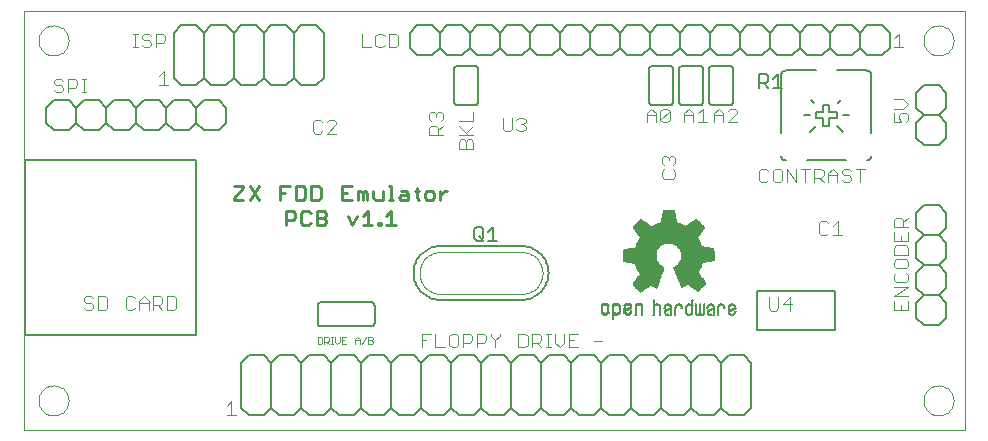
<source format=gto>
G75*
%MOIN*%
%OFA0B0*%
%FSLAX24Y24*%
%IPPOS*%
%LPD*%
%AMOC8*
5,1,8,0,0,1.08239X$1,22.5*
%
%ADD10C,0.0000*%
%ADD11C,0.0040*%
%ADD12C,0.0090*%
%ADD13C,0.0020*%
%ADD14C,0.0060*%
%ADD15C,0.0080*%
%ADD16C,0.0050*%
%ADD17R,0.0020X0.0002*%
%ADD18R,0.0025X0.0003*%
%ADD19R,0.0030X0.0002*%
%ADD20R,0.0035X0.0003*%
%ADD21R,0.0042X0.0002*%
%ADD22R,0.0050X0.0003*%
%ADD23R,0.0060X0.0002*%
%ADD24R,0.0065X0.0003*%
%ADD25R,0.0067X0.0002*%
%ADD26R,0.0070X0.0003*%
%ADD27R,0.0072X0.0002*%
%ADD28R,0.0072X0.0003*%
%ADD29R,0.0075X0.0002*%
%ADD30R,0.0075X0.0003*%
%ADD31R,0.0012X0.0002*%
%ADD32R,0.0003X0.0002*%
%ADD33R,0.0010X0.0002*%
%ADD34R,0.0008X0.0002*%
%ADD35R,0.0002X0.0002*%
%ADD36R,0.0005X0.0002*%
%ADD37R,0.0007X0.0002*%
%ADD38R,0.0007X0.0003*%
%ADD39R,0.0083X0.0003*%
%ADD40R,0.0068X0.0003*%
%ADD41R,0.0078X0.0003*%
%ADD42R,0.0010X0.0003*%
%ADD43R,0.0005X0.0003*%
%ADD44R,0.0080X0.0003*%
%ADD45R,0.0038X0.0002*%
%ADD46R,0.0033X0.0002*%
%ADD47R,0.0043X0.0002*%
%ADD48R,0.0015X0.0002*%
%ADD49R,0.0093X0.0002*%
%ADD50R,0.0080X0.0002*%
%ADD51R,0.0090X0.0002*%
%ADD52R,0.0052X0.0003*%
%ADD53R,0.0077X0.0003*%
%ADD54R,0.0053X0.0003*%
%ADD55R,0.0018X0.0003*%
%ADD56R,0.0020X0.0003*%
%ADD57R,0.0097X0.0003*%
%ADD58R,0.0100X0.0003*%
%ADD59R,0.0085X0.0003*%
%ADD60R,0.0098X0.0003*%
%ADD61R,0.0023X0.0003*%
%ADD62R,0.0068X0.0002*%
%ADD63R,0.0077X0.0002*%
%ADD64R,0.0063X0.0002*%
%ADD65R,0.0023X0.0002*%
%ADD66R,0.0022X0.0002*%
%ADD67R,0.0105X0.0002*%
%ADD68R,0.0028X0.0002*%
%ADD69R,0.0025X0.0002*%
%ADD70R,0.0110X0.0002*%
%ADD71R,0.0092X0.0002*%
%ADD72R,0.0082X0.0003*%
%ADD73R,0.0017X0.0003*%
%ADD74R,0.0030X0.0003*%
%ADD75R,0.0027X0.0003*%
%ADD76R,0.0108X0.0003*%
%ADD77R,0.0033X0.0003*%
%ADD78R,0.0118X0.0003*%
%ADD79R,0.0113X0.0003*%
%ADD80R,0.0028X0.0003*%
%ADD81R,0.0102X0.0002*%
%ADD82R,0.0085X0.0002*%
%ADD83R,0.0103X0.0002*%
%ADD84R,0.0100X0.0002*%
%ADD85R,0.0037X0.0002*%
%ADD86R,0.0035X0.0002*%
%ADD87R,0.0117X0.0002*%
%ADD88R,0.0132X0.0002*%
%ADD89R,0.0108X0.0002*%
%ADD90R,0.0118X0.0002*%
%ADD91R,0.0128X0.0002*%
%ADD92R,0.0122X0.0003*%
%ADD93R,0.0205X0.0003*%
%ADD94R,0.0120X0.0003*%
%ADD95R,0.0040X0.0003*%
%ADD96R,0.0042X0.0003*%
%ADD97R,0.0043X0.0003*%
%ADD98R,0.0125X0.0003*%
%ADD99R,0.0142X0.0003*%
%ADD100R,0.0123X0.0003*%
%ADD101R,0.0128X0.0003*%
%ADD102R,0.0045X0.0003*%
%ADD103R,0.0135X0.0002*%
%ADD104R,0.0210X0.0002*%
%ADD105R,0.0048X0.0002*%
%ADD106R,0.0047X0.0002*%
%ADD107R,0.0045X0.0002*%
%ADD108R,0.0133X0.0002*%
%ADD109R,0.0055X0.0002*%
%ADD110R,0.0150X0.0002*%
%ADD111R,0.0262X0.0002*%
%ADD112R,0.0130X0.0002*%
%ADD113R,0.0050X0.0002*%
%ADD114R,0.0152X0.0002*%
%ADD115R,0.0215X0.0003*%
%ADD116R,0.0143X0.0003*%
%ADD117R,0.0055X0.0003*%
%ADD118R,0.0047X0.0003*%
%ADD119R,0.0135X0.0003*%
%ADD120R,0.0058X0.0003*%
%ADD121R,0.0158X0.0003*%
%ADD122R,0.0268X0.0003*%
%ADD123R,0.0132X0.0003*%
%ADD124R,0.0148X0.0002*%
%ADD125R,0.0217X0.0002*%
%ADD126R,0.0147X0.0002*%
%ADD127R,0.0058X0.0002*%
%ADD128R,0.0053X0.0002*%
%ADD129R,0.0138X0.0002*%
%ADD130R,0.0052X0.0002*%
%ADD131R,0.0162X0.0002*%
%ADD132R,0.0272X0.0002*%
%ADD133R,0.0152X0.0003*%
%ADD134R,0.0220X0.0003*%
%ADD135R,0.0153X0.0003*%
%ADD136R,0.0062X0.0003*%
%ADD137R,0.0063X0.0003*%
%ADD138R,0.0140X0.0003*%
%ADD139R,0.0060X0.0003*%
%ADD140R,0.0168X0.0003*%
%ADD141R,0.0278X0.0003*%
%ADD142R,0.0137X0.0003*%
%ADD143R,0.0165X0.0003*%
%ADD144R,0.0160X0.0002*%
%ADD145R,0.0222X0.0002*%
%ADD146R,0.0140X0.0002*%
%ADD147R,0.0172X0.0002*%
%ADD148R,0.0282X0.0002*%
%ADD149R,0.0170X0.0003*%
%ADD150R,0.0227X0.0003*%
%ADD151R,0.0167X0.0003*%
%ADD152R,0.0073X0.0003*%
%ADD153R,0.0180X0.0003*%
%ADD154R,0.0288X0.0003*%
%ADD155R,0.0178X0.0003*%
%ADD156R,0.0180X0.0002*%
%ADD157R,0.0235X0.0002*%
%ADD158R,0.0177X0.0002*%
%ADD159R,0.0078X0.0002*%
%ADD160R,0.0145X0.0002*%
%ADD161R,0.0057X0.0002*%
%ADD162R,0.0185X0.0002*%
%ADD163R,0.0292X0.0002*%
%ADD164R,0.0182X0.0002*%
%ADD165R,0.0188X0.0003*%
%ADD166R,0.0237X0.0003*%
%ADD167R,0.0183X0.0003*%
%ADD168R,0.0148X0.0003*%
%ADD169R,0.0057X0.0003*%
%ADD170R,0.0190X0.0003*%
%ADD171R,0.0295X0.0003*%
%ADD172R,0.0192X0.0002*%
%ADD173R,0.0240X0.0002*%
%ADD174R,0.0187X0.0002*%
%ADD175R,0.0195X0.0002*%
%ADD176R,0.0298X0.0002*%
%ADD177R,0.0198X0.0003*%
%ADD178R,0.0242X0.0003*%
%ADD179R,0.0193X0.0003*%
%ADD180R,0.0147X0.0003*%
%ADD181R,0.0200X0.0003*%
%ADD182R,0.0300X0.0003*%
%ADD183R,0.0150X0.0003*%
%ADD184R,0.0202X0.0002*%
%ADD185R,0.0242X0.0002*%
%ADD186R,0.0197X0.0002*%
%ADD187R,0.0205X0.0002*%
%ADD188R,0.0302X0.0002*%
%ADD189R,0.0200X0.0002*%
%ADD190R,0.0208X0.0003*%
%ADD191R,0.0245X0.0003*%
%ADD192R,0.0203X0.0003*%
%ADD193R,0.0210X0.0003*%
%ADD194R,0.0302X0.0003*%
%ADD195R,0.0202X0.0003*%
%ADD196R,0.0247X0.0002*%
%ADD197R,0.0207X0.0002*%
%ADD198R,0.0155X0.0002*%
%ADD199R,0.0215X0.0002*%
%ADD200R,0.0308X0.0002*%
%ADD201R,0.0252X0.0003*%
%ADD202R,0.0213X0.0003*%
%ADD203R,0.0155X0.0003*%
%ADD204R,0.0312X0.0003*%
%ADD205R,0.0220X0.0002*%
%ADD206R,0.0255X0.0002*%
%ADD207R,0.0158X0.0002*%
%ADD208R,0.0315X0.0002*%
%ADD209R,0.0153X0.0002*%
%ADD210R,0.0222X0.0003*%
%ADD211R,0.0257X0.0003*%
%ADD212R,0.0095X0.0003*%
%ADD213R,0.0102X0.0003*%
%ADD214R,0.0318X0.0003*%
%ADD215R,0.0107X0.0003*%
%ADD216R,0.0228X0.0002*%
%ADD217R,0.0257X0.0002*%
%ADD218R,0.0223X0.0002*%
%ADD219R,0.0095X0.0002*%
%ADD220R,0.0122X0.0002*%
%ADD221R,0.0082X0.0002*%
%ADD222R,0.0087X0.0002*%
%ADD223R,0.0098X0.0002*%
%ADD224R,0.0232X0.0003*%
%ADD225R,0.0260X0.0003*%
%ADD226R,0.0087X0.0003*%
%ADD227R,0.0238X0.0002*%
%ADD228R,0.0260X0.0002*%
%ADD229R,0.0233X0.0002*%
%ADD230R,0.0083X0.0002*%
%ADD231R,0.0073X0.0002*%
%ADD232R,0.0240X0.0003*%
%ADD233R,0.0262X0.0003*%
%ADD234R,0.0088X0.0003*%
%ADD235R,0.0245X0.0002*%
%ADD236R,0.0265X0.0002*%
%ADD237R,0.0243X0.0002*%
%ADD238R,0.0070X0.0002*%
%ADD239R,0.0065X0.0002*%
%ADD240R,0.0247X0.0003*%
%ADD241R,0.0265X0.0003*%
%ADD242R,0.0243X0.0003*%
%ADD243R,0.0250X0.0002*%
%ADD244R,0.0267X0.0002*%
%ADD245R,0.0250X0.0003*%
%ADD246R,0.0270X0.0003*%
%ADD247R,0.0067X0.0003*%
%ADD248R,0.0253X0.0002*%
%ADD249R,0.0062X0.0002*%
%ADD250R,0.0115X0.0003*%
%ADD251R,0.0130X0.0003*%
%ADD252R,0.0107X0.0002*%
%ADD253R,0.0105X0.0003*%
%ADD254R,0.0117X0.0003*%
%ADD255R,0.0115X0.0002*%
%ADD256R,0.0097X0.0002*%
%ADD257R,0.0103X0.0003*%
%ADD258R,0.0112X0.0003*%
%ADD259R,0.0090X0.0003*%
%ADD260R,0.0093X0.0003*%
%ADD261R,0.0092X0.0003*%
%ADD262R,0.0088X0.0002*%
%ADD263R,0.0012X0.0003*%
%ADD264R,0.0120X0.0002*%
%ADD265R,0.0125X0.0002*%
%ADD266R,0.0127X0.0002*%
%ADD267R,0.0127X0.0003*%
%ADD268R,0.0160X0.0003*%
%ADD269R,0.0163X0.0002*%
%ADD270R,0.0170X0.0002*%
%ADD271R,0.0145X0.0003*%
%ADD272R,0.0175X0.0002*%
%ADD273R,0.0188X0.0002*%
%ADD274R,0.0185X0.0003*%
%ADD275R,0.0207X0.0003*%
%ADD276R,0.0195X0.0003*%
%ADD277R,0.0208X0.0002*%
%ADD278R,0.0190X0.0002*%
%ADD279R,0.0187X0.0003*%
%ADD280R,0.0175X0.0003*%
%ADD281R,0.0173X0.0003*%
%ADD282R,0.0165X0.0002*%
%ADD283R,0.0235X0.0003*%
%ADD284R,0.0248X0.0003*%
%ADD285R,0.0143X0.0002*%
%ADD286R,0.0255X0.0003*%
%ADD287R,0.0275X0.0002*%
%ADD288R,0.0113X0.0002*%
%ADD289R,0.0110X0.0003*%
%ADD290R,0.0013X0.0002*%
%ADD291R,0.0178X0.0002*%
%ADD292R,0.0015X0.0003*%
%ADD293R,0.0040X0.0002*%
%ADD294R,0.0027X0.0002*%
%ADD295R,0.0048X0.0003*%
%ADD296R,0.0032X0.0003*%
%ADD297R,0.0038X0.0003*%
%ADD298R,0.0138X0.0003*%
%ADD299R,0.0123X0.0002*%
%ADD300R,0.0212X0.0002*%
%ADD301R,0.0238X0.0003*%
%ADD302R,0.0252X0.0002*%
%ADD303R,0.0258X0.0002*%
%ADD304R,0.0203X0.0002*%
%ADD305R,0.0197X0.0003*%
%ADD306R,0.0198X0.0002*%
%ADD307R,0.0230X0.0003*%
%ADD308R,0.0233X0.0003*%
%ADD309R,0.0193X0.0002*%
%ADD310R,0.0230X0.0002*%
%ADD311R,0.0223X0.0003*%
%ADD312R,0.0228X0.0003*%
%ADD313R,0.0182X0.0003*%
%ADD314R,0.0218X0.0003*%
%ADD315R,0.0172X0.0003*%
%ADD316R,0.0227X0.0002*%
%ADD317R,0.0167X0.0002*%
%ADD318R,0.0218X0.0002*%
%ADD319R,0.0168X0.0002*%
%ADD320R,0.0225X0.0003*%
%ADD321R,0.0163X0.0003*%
%ADD322R,0.0162X0.0003*%
%ADD323R,0.0157X0.0002*%
%ADD324R,0.0213X0.0002*%
%ADD325R,0.0137X0.0002*%
%ADD326R,0.0112X0.0002*%
%ADD327R,0.0192X0.0003*%
%ADD328R,0.0017X0.0002*%
%ADD329R,0.0013X0.0003*%
%ADD330R,0.0022X0.0003*%
%ADD331R,0.0037X0.0003*%
%ADD332R,0.0032X0.0002*%
%ADD333R,0.0157X0.0003*%
%ADD334R,0.0217X0.0003*%
%ADD335R,0.0177X0.0003*%
%ADD336R,0.0183X0.0002*%
%ADD337R,0.0272X0.0003*%
%ADD338R,0.0280X0.0002*%
%ADD339R,0.0285X0.0003*%
%ADD340R,0.0287X0.0002*%
%ADD341R,0.0293X0.0003*%
%ADD342R,0.0212X0.0003*%
%ADD343R,0.0300X0.0002*%
%ADD344R,0.0310X0.0003*%
%ADD345R,0.0318X0.0002*%
%ADD346R,0.0322X0.0003*%
%ADD347R,0.0328X0.0002*%
%ADD348R,0.0332X0.0003*%
%ADD349R,0.0253X0.0003*%
%ADD350R,0.0340X0.0002*%
%ADD351R,0.0345X0.0003*%
%ADD352R,0.0263X0.0003*%
%ADD353R,0.0353X0.0002*%
%ADD354R,0.0270X0.0002*%
%ADD355R,0.0360X0.0003*%
%ADD356R,0.0365X0.0002*%
%ADD357R,0.0370X0.0003*%
%ADD358R,0.0372X0.0002*%
%ADD359R,0.0380X0.0003*%
%ADD360R,0.0298X0.0003*%
%ADD361R,0.0390X0.0002*%
%ADD362R,0.0305X0.0002*%
%ADD363R,0.0397X0.0003*%
%ADD364R,0.0008X0.0003*%
%ADD365R,0.0315X0.0003*%
%ADD366R,0.0403X0.0002*%
%ADD367R,0.0320X0.0002*%
%ADD368R,0.0405X0.0003*%
%ADD369R,0.0323X0.0003*%
%ADD370R,0.0410X0.0002*%
%ADD371R,0.0327X0.0002*%
%ADD372R,0.0418X0.0003*%
%ADD373R,0.0335X0.0003*%
%ADD374R,0.0422X0.0002*%
%ADD375R,0.0430X0.0003*%
%ADD376R,0.0348X0.0003*%
%ADD377R,0.0437X0.0002*%
%ADD378R,0.0355X0.0002*%
%ADD379R,0.0445X0.0003*%
%ADD380R,0.0450X0.0002*%
%ADD381R,0.0452X0.0003*%
%ADD382R,0.0367X0.0003*%
%ADD383R,0.0458X0.0002*%
%ADD384R,0.0373X0.0002*%
%ADD385R,0.0462X0.0003*%
%ADD386R,0.0470X0.0002*%
%ADD387R,0.0385X0.0002*%
%ADD388R,0.0480X0.0003*%
%ADD389R,0.0392X0.0003*%
%ADD390R,0.0483X0.0002*%
%ADD391R,0.0398X0.0002*%
%ADD392R,0.0487X0.0003*%
%ADD393R,0.0402X0.0003*%
%ADD394R,0.0495X0.0002*%
%ADD395R,0.0405X0.0002*%
%ADD396R,0.0500X0.0003*%
%ADD397R,0.0410X0.0003*%
%ADD398R,0.0508X0.0002*%
%ADD399R,0.0417X0.0002*%
%ADD400R,0.0515X0.0003*%
%ADD401R,0.0425X0.0003*%
%ADD402R,0.0523X0.0002*%
%ADD403R,0.0430X0.0002*%
%ADD404R,0.0527X0.0003*%
%ADD405R,0.0438X0.0003*%
%ADD406R,0.0533X0.0002*%
%ADD407R,0.0442X0.0002*%
%ADD408R,0.0535X0.0003*%
%ADD409R,0.0540X0.0002*%
%ADD410R,0.0548X0.0003*%
%ADD411R,0.0457X0.0003*%
%ADD412R,0.0555X0.0002*%
%ADD413R,0.0465X0.0002*%
%ADD414R,0.0560X0.0003*%
%ADD415R,0.0472X0.0003*%
%ADD416R,0.0565X0.0002*%
%ADD417R,0.0478X0.0002*%
%ADD418R,0.0570X0.0003*%
%ADD419R,0.0817X0.0002*%
%ADD420R,0.0482X0.0002*%
%ADD421R,0.0820X0.0003*%
%ADD422R,0.0490X0.0003*%
%ADD423R,0.0825X0.0002*%
%ADD424R,0.0497X0.0002*%
%ADD425R,0.0828X0.0003*%
%ADD426R,0.0502X0.0003*%
%ADD427R,0.0830X0.0002*%
%ADD428R,0.0835X0.0003*%
%ADD429R,0.0512X0.0003*%
%ADD430R,0.0835X0.0002*%
%ADD431R,0.0225X0.0002*%
%ADD432R,0.0518X0.0002*%
%ADD433R,0.0840X0.0003*%
%ADD434R,0.0522X0.0003*%
%ADD435R,0.0840X0.0002*%
%ADD436R,0.0530X0.0002*%
%ADD437R,0.0845X0.0003*%
%ADD438R,0.0537X0.0003*%
%ADD439R,0.0845X0.0002*%
%ADD440R,0.0542X0.0002*%
%ADD441R,0.0848X0.0003*%
%ADD442R,0.0550X0.0003*%
%ADD443R,0.0850X0.0002*%
%ADD444R,0.0850X0.0003*%
%ADD445R,0.0823X0.0003*%
%ADD446R,0.0852X0.0002*%
%ADD447R,0.0852X0.0003*%
%ADD448R,0.0832X0.0002*%
%ADD449R,0.0855X0.0003*%
%ADD450R,0.0855X0.0002*%
%ADD451R,0.0837X0.0003*%
%ADD452R,0.0843X0.0003*%
%ADD453R,0.0848X0.0002*%
%ADD454R,0.0858X0.0003*%
%ADD455R,0.0860X0.0002*%
%ADD456R,0.0857X0.0003*%
%ADD457R,0.0860X0.0003*%
%ADD458R,0.0865X0.0002*%
%ADD459R,0.0865X0.0003*%
%ADD460R,0.0853X0.0002*%
%ADD461R,0.0867X0.0003*%
%ADD462R,0.0867X0.0002*%
%ADD463R,0.0870X0.0003*%
%ADD464R,0.0870X0.0002*%
%ADD465R,0.0847X0.0002*%
%ADD466R,0.0868X0.0002*%
%ADD467R,0.0842X0.0002*%
%ADD468R,0.0838X0.0002*%
%ADD469R,0.0868X0.0003*%
%ADD470R,0.0838X0.0003*%
%ADD471R,0.0837X0.0002*%
%ADD472R,0.0833X0.0003*%
%ADD473R,0.0833X0.0002*%
%ADD474R,0.0863X0.0002*%
%ADD475R,0.0830X0.0003*%
%ADD476R,0.0863X0.0003*%
%ADD477R,0.0862X0.0002*%
%ADD478R,0.0827X0.0002*%
%ADD479R,0.0857X0.0002*%
%ADD480R,0.0827X0.0003*%
%ADD481R,0.0858X0.0002*%
%ADD482R,0.0825X0.0003*%
%ADD483R,0.0823X0.0002*%
%ADD484R,0.0822X0.0002*%
%ADD485R,0.0853X0.0003*%
%ADD486R,0.0820X0.0002*%
%ADD487R,0.0817X0.0003*%
%ADD488R,0.0818X0.0002*%
%ADD489R,0.0815X0.0003*%
%ADD490R,0.0847X0.0003*%
%ADD491R,0.0815X0.0002*%
%ADD492R,0.0812X0.0003*%
%ADD493R,0.0813X0.0003*%
%ADD494R,0.0808X0.0002*%
%ADD495R,0.0805X0.0003*%
%ADD496R,0.0805X0.0002*%
%ADD497R,0.0842X0.0003*%
%ADD498R,0.0802X0.0003*%
%ADD499R,0.0803X0.0003*%
%ADD500R,0.0802X0.0002*%
%ADD501R,0.0800X0.0002*%
%ADD502R,0.0800X0.0003*%
%ADD503R,0.0797X0.0003*%
%ADD504R,0.0798X0.0003*%
%ADD505R,0.0832X0.0003*%
%ADD506R,0.0798X0.0002*%
%ADD507R,0.0795X0.0003*%
%ADD508R,0.0795X0.0002*%
%ADD509R,0.0792X0.0003*%
%ADD510R,0.0790X0.0002*%
%ADD511R,0.0787X0.0003*%
%ADD512R,0.0788X0.0002*%
%ADD513R,0.0788X0.0003*%
%ADD514R,0.0785X0.0002*%
%ADD515R,0.0785X0.0003*%
%ADD516R,0.0783X0.0002*%
%ADD517R,0.0782X0.0003*%
%ADD518R,0.0822X0.0003*%
%ADD519R,0.0780X0.0002*%
%ADD520R,0.0783X0.0003*%
%ADD521R,0.0780X0.0003*%
%ADD522R,0.0777X0.0003*%
%ADD523R,0.0777X0.0002*%
%ADD524R,0.0775X0.0003*%
%ADD525R,0.0818X0.0003*%
%ADD526R,0.0772X0.0002*%
%ADD527R,0.0773X0.0003*%
%ADD528R,0.0770X0.0002*%
%ADD529R,0.0770X0.0003*%
%ADD530R,0.0767X0.0002*%
%ADD531R,0.0812X0.0002*%
%ADD532R,0.0768X0.0003*%
%ADD533R,0.0807X0.0002*%
%ADD534R,0.0765X0.0003*%
%ADD535R,0.0765X0.0002*%
%ADD536R,0.0763X0.0002*%
%ADD537R,0.0762X0.0002*%
%ADD538R,0.0760X0.0003*%
%ADD539R,0.0760X0.0002*%
%ADD540R,0.0758X0.0003*%
%ADD541R,0.0755X0.0002*%
%ADD542R,0.0803X0.0002*%
%ADD543R,0.0755X0.0003*%
%ADD544R,0.0753X0.0002*%
%ADD545R,0.0752X0.0002*%
%ADD546R,0.0750X0.0003*%
%ADD547R,0.0750X0.0002*%
%ADD548R,0.0747X0.0003*%
%ADD549R,0.0748X0.0002*%
%ADD550R,0.0792X0.0002*%
%ADD551R,0.0745X0.0003*%
%ADD552R,0.0747X0.0002*%
%ADD553R,0.0793X0.0002*%
%ADD554R,0.0790X0.0003*%
%ADD555R,0.0745X0.0002*%
%ADD556R,0.0748X0.0003*%
%ADD557R,0.0752X0.0003*%
%ADD558R,0.0758X0.0002*%
%ADD559R,0.0782X0.0002*%
%ADD560R,0.0778X0.0003*%
%ADD561R,0.0775X0.0002*%
%ADD562R,0.0778X0.0002*%
%ADD563R,0.0787X0.0002*%
%ADD564R,0.0808X0.0003*%
%ADD565R,0.0810X0.0002*%
%ADD566R,0.0797X0.0002*%
%ADD567R,0.0828X0.0002*%
%ADD568R,0.0872X0.0002*%
%ADD569R,0.0872X0.0003*%
%ADD570R,0.0875X0.0002*%
%ADD571R,0.0880X0.0003*%
%ADD572R,0.0880X0.0002*%
%ADD573R,0.0883X0.0003*%
%ADD574R,0.0887X0.0002*%
%ADD575R,0.0887X0.0003*%
%ADD576R,0.0890X0.0002*%
%ADD577R,0.0873X0.0002*%
%ADD578R,0.0893X0.0003*%
%ADD579R,0.0875X0.0003*%
%ADD580R,0.0895X0.0002*%
%ADD581R,0.0877X0.0002*%
%ADD582R,0.0895X0.0003*%
%ADD583R,0.0898X0.0002*%
%ADD584R,0.0898X0.0003*%
%ADD585R,0.0900X0.0002*%
%ADD586R,0.0883X0.0002*%
%ADD587R,0.0902X0.0003*%
%ADD588R,0.0885X0.0003*%
%ADD589R,0.0902X0.0002*%
%ADD590R,0.0885X0.0002*%
%ADD591R,0.0905X0.0003*%
%ADD592R,0.0905X0.0002*%
%ADD593R,0.0907X0.0003*%
%ADD594R,0.0890X0.0003*%
%ADD595R,0.0910X0.0002*%
%ADD596R,0.0893X0.0002*%
%ADD597R,0.0913X0.0003*%
%ADD598R,0.0913X0.0002*%
%ADD599R,0.0897X0.0002*%
%ADD600R,0.0917X0.0003*%
%ADD601R,0.0900X0.0003*%
%ADD602R,0.0917X0.0002*%
%ADD603R,0.0903X0.0002*%
%ADD604R,0.0920X0.0003*%
%ADD605R,0.0920X0.0002*%
%ADD606R,0.0907X0.0002*%
%ADD607R,0.0923X0.0003*%
%ADD608R,0.0923X0.0002*%
%ADD609R,0.0925X0.0003*%
%ADD610R,0.0925X0.0002*%
%ADD611R,0.0922X0.0003*%
%ADD612R,0.0915X0.0002*%
%ADD613R,0.0912X0.0003*%
%ADD614R,0.0892X0.0002*%
%ADD615R,0.0878X0.0002*%
%ADD616R,0.0877X0.0003*%
%ADD617R,0.0843X0.0002*%
%ADD618R,0.0810X0.0003*%
%ADD619R,0.0793X0.0003*%
%ADD620R,0.0773X0.0002*%
%ADD621R,0.0935X0.0002*%
%ADD622R,0.0950X0.0003*%
%ADD623R,0.0960X0.0002*%
%ADD624R,0.0967X0.0003*%
%ADD625R,0.0975X0.0002*%
%ADD626R,0.0983X0.0003*%
%ADD627R,0.1000X0.0002*%
%ADD628R,0.1022X0.0003*%
%ADD629R,0.1037X0.0002*%
%ADD630R,0.1050X0.0003*%
%ADD631R,0.0878X0.0003*%
%ADD632R,0.1055X0.0002*%
%ADD633R,0.1063X0.0003*%
%ADD634R,0.0892X0.0003*%
%ADD635R,0.1075X0.0002*%
%ADD636R,0.1095X0.0003*%
%ADD637R,0.0928X0.0003*%
%ADD638R,0.1115X0.0002*%
%ADD639R,0.0950X0.0002*%
%ADD640R,0.1122X0.0003*%
%ADD641R,0.0965X0.0003*%
%ADD642R,0.1128X0.0002*%
%ADD643R,0.1130X0.0003*%
%ADD644R,0.0982X0.0003*%
%ADD645R,0.1132X0.0002*%
%ADD646R,0.0992X0.0002*%
%ADD647R,0.1135X0.0003*%
%ADD648R,0.1010X0.0003*%
%ADD649R,0.1135X0.0002*%
%ADD650R,0.1033X0.0002*%
%ADD651R,0.1138X0.0003*%
%ADD652R,0.1055X0.0003*%
%ADD653R,0.1140X0.0002*%
%ADD654R,0.1065X0.0002*%
%ADD655R,0.1140X0.0003*%
%ADD656R,0.1075X0.0003*%
%ADD657R,0.1083X0.0002*%
%ADD658R,0.1092X0.0003*%
%ADD659R,0.1137X0.0002*%
%ADD660R,0.1108X0.0002*%
%ADD661R,0.1137X0.0003*%
%ADD662R,0.1118X0.0003*%
%ADD663R,0.1138X0.0002*%
%ADD664R,0.1117X0.0002*%
%ADD665R,0.1120X0.0003*%
%ADD666R,0.1122X0.0002*%
%ADD667R,0.1123X0.0003*%
%ADD668R,0.1133X0.0002*%
%ADD669R,0.1125X0.0002*%
%ADD670R,0.1133X0.0003*%
%ADD671R,0.1128X0.0003*%
%ADD672R,0.1130X0.0002*%
%ADD673R,0.1125X0.0003*%
%ADD674R,0.1123X0.0002*%
%ADD675R,0.1127X0.0003*%
%ADD676R,0.1120X0.0002*%
%ADD677R,0.1118X0.0002*%
%ADD678R,0.1117X0.0003*%
%ADD679R,0.1115X0.0003*%
%ADD680R,0.1112X0.0003*%
%ADD681R,0.1112X0.0002*%
%ADD682R,0.1110X0.0002*%
%ADD683R,0.1110X0.0003*%
%ADD684R,0.1107X0.0002*%
%ADD685R,0.1107X0.0003*%
%ADD686R,0.1105X0.0003*%
%ADD687R,0.1105X0.0002*%
%ADD688R,0.1108X0.0003*%
%ADD689R,0.1113X0.0003*%
%ADD690R,0.1113X0.0002*%
%ADD691R,0.1127X0.0002*%
%ADD692R,0.1132X0.0003*%
%ADD693R,0.1143X0.0003*%
%ADD694R,0.1143X0.0002*%
%ADD695R,0.1145X0.0003*%
%ADD696R,0.1148X0.0002*%
%ADD697R,0.1088X0.0003*%
%ADD698R,0.1067X0.0002*%
%ADD699R,0.1147X0.0002*%
%ADD700R,0.1042X0.0003*%
%ADD701R,0.1147X0.0003*%
%ADD702R,0.1027X0.0002*%
%ADD703R,0.1145X0.0002*%
%ADD704R,0.1020X0.0003*%
%ADD705R,0.1148X0.0003*%
%ADD706R,0.1010X0.0002*%
%ADD707R,0.1002X0.0003*%
%ADD708R,0.0985X0.0002*%
%ADD709R,0.0960X0.0003*%
%ADD710R,0.1142X0.0003*%
%ADD711R,0.0945X0.0002*%
%ADD712R,0.0932X0.0003*%
%ADD713R,0.0918X0.0003*%
%ADD714R,0.1097X0.0003*%
%ADD715R,0.1065X0.0003*%
%ADD716R,0.1042X0.0002*%
%ADD717R,0.1033X0.0003*%
%ADD718R,0.1012X0.0002*%
%ADD719R,0.0992X0.0003*%
%ADD720R,0.0983X0.0002*%
%ADD721R,0.0975X0.0003*%
%ADD722R,0.0970X0.0002*%
%ADD723R,0.0962X0.0003*%
%ADD724R,0.0948X0.0002*%
%ADD725R,0.0927X0.0003*%
%ADD726R,0.0903X0.0003*%
%ADD727R,0.0862X0.0003*%
%ADD728R,0.0882X0.0003*%
%ADD729R,0.0888X0.0003*%
%ADD730R,0.0897X0.0003*%
%ADD731R,0.0912X0.0002*%
%ADD732R,0.0933X0.0003*%
%ADD733R,0.0940X0.0002*%
%ADD734R,0.0945X0.0003*%
%ADD735R,0.0947X0.0003*%
%ADD736R,0.0952X0.0002*%
%ADD737R,0.0952X0.0003*%
%ADD738R,0.0955X0.0003*%
%ADD739R,0.0957X0.0002*%
%ADD740R,0.0970X0.0003*%
%ADD741R,0.1018X0.0003*%
%ADD742R,0.1030X0.0003*%
%ADD743R,0.1035X0.0002*%
%ADD744R,0.1050X0.0002*%
%ADD745R,0.2115X0.0003*%
%ADD746R,0.2113X0.0002*%
%ADD747R,0.2110X0.0003*%
%ADD748R,0.2110X0.0002*%
%ADD749R,0.2107X0.0003*%
%ADD750R,0.2103X0.0002*%
%ADD751R,0.2100X0.0003*%
%ADD752R,0.2097X0.0002*%
%ADD753R,0.2093X0.0003*%
%ADD754R,0.2093X0.0002*%
%ADD755R,0.2090X0.0003*%
%ADD756R,0.2087X0.0002*%
%ADD757R,0.2085X0.0003*%
%ADD758R,0.2085X0.0002*%
%ADD759R,0.2080X0.0002*%
%ADD760R,0.2080X0.0003*%
%ADD761R,0.2075X0.0003*%
%ADD762R,0.2073X0.0002*%
%ADD763R,0.2070X0.0003*%
%ADD764R,0.2065X0.0002*%
%ADD765R,0.2063X0.0003*%
%ADD766R,0.2060X0.0002*%
%ADD767R,0.2055X0.0003*%
%ADD768R,0.2055X0.0002*%
%ADD769R,0.2050X0.0003*%
%ADD770R,0.2050X0.0002*%
%ADD771R,0.2047X0.0002*%
%ADD772R,0.2045X0.0003*%
%ADD773R,0.2043X0.0002*%
%ADD774R,0.2040X0.0003*%
%ADD775R,0.2037X0.0002*%
%ADD776R,0.2033X0.0003*%
%ADD777R,0.2033X0.0002*%
%ADD778R,0.2027X0.0003*%
%ADD779R,0.2025X0.0002*%
%ADD780R,0.2023X0.0003*%
%ADD781R,0.2020X0.0002*%
%ADD782R,0.2020X0.0003*%
%ADD783R,0.2015X0.0002*%
%ADD784R,0.2015X0.0003*%
%ADD785R,0.2013X0.0002*%
%ADD786R,0.2010X0.0003*%
%ADD787R,0.2007X0.0002*%
%ADD788R,0.2003X0.0003*%
%ADD789R,0.2000X0.0002*%
%ADD790R,0.1997X0.0003*%
%ADD791R,0.1993X0.0002*%
%ADD792R,0.1990X0.0003*%
%ADD793R,0.1987X0.0002*%
%ADD794R,0.1985X0.0003*%
%ADD795R,0.1985X0.0002*%
%ADD796R,0.1980X0.0003*%
%ADD797R,0.1980X0.0002*%
%ADD798R,0.1975X0.0003*%
%ADD799R,0.1973X0.0002*%
%ADD800R,0.1967X0.0003*%
%ADD801R,0.1963X0.0002*%
%ADD802R,0.1960X0.0003*%
%ADD803R,0.1957X0.0002*%
%ADD804R,0.1955X0.0003*%
%ADD805R,0.1950X0.0002*%
%ADD806R,0.1950X0.0003*%
%ADD807R,0.1947X0.0002*%
%ADD808R,0.1947X0.0003*%
%ADD809R,0.1943X0.0002*%
%ADD810R,0.1943X0.0003*%
%ADD811R,0.1940X0.0002*%
%ADD812R,0.1940X0.0003*%
%ADD813R,0.1937X0.0003*%
%ADD814R,0.1937X0.0002*%
%ADD815R,0.1945X0.0003*%
%ADD816R,0.1953X0.0002*%
%ADD817R,0.1957X0.0003*%
%ADD818R,0.1960X0.0002*%
%ADD819R,0.1965X0.0003*%
%ADD820R,0.1965X0.0002*%
%ADD821R,0.1970X0.0003*%
%ADD822R,0.1970X0.0002*%
%ADD823R,0.1983X0.0003*%
%ADD824R,0.1993X0.0003*%
%ADD825R,0.1995X0.0002*%
%ADD826R,0.2007X0.0003*%
%ADD827R,0.2017X0.0003*%
%ADD828R,0.2023X0.0002*%
%ADD829R,0.2030X0.0002*%
%ADD830R,0.2035X0.0002*%
%ADD831R,0.2037X0.0003*%
%ADD832R,0.2047X0.0003*%
%ADD833R,0.2067X0.0003*%
%ADD834R,0.2095X0.0002*%
%ADD835R,0.2097X0.0003*%
%ADD836R,0.2100X0.0002*%
%ADD837R,0.2103X0.0003*%
%ADD838R,0.2105X0.0002*%
%ADD839R,0.2112X0.0002*%
%ADD840R,0.2118X0.0003*%
%ADD841R,0.2122X0.0002*%
%ADD842R,0.2125X0.0003*%
%ADD843R,0.2130X0.0002*%
%ADD844R,0.2133X0.0003*%
%ADD845R,0.2135X0.0002*%
%ADD846R,0.2140X0.0003*%
%ADD847R,0.2142X0.0002*%
%ADD848R,0.2148X0.0003*%
%ADD849R,0.2150X0.0002*%
%ADD850R,0.2152X0.0003*%
%ADD851R,0.2158X0.0002*%
%ADD852R,0.2160X0.0003*%
%ADD853R,0.2165X0.0002*%
%ADD854R,0.2168X0.0003*%
%ADD855R,0.2170X0.0002*%
%ADD856R,0.2172X0.0003*%
%ADD857R,0.2178X0.0002*%
%ADD858R,0.2180X0.0003*%
%ADD859R,0.2185X0.0002*%
%ADD860R,0.2188X0.0003*%
%ADD861R,0.2192X0.0002*%
%ADD862R,0.2195X0.0003*%
%ADD863R,0.2200X0.0002*%
%ADD864R,0.2200X0.0003*%
%ADD865R,0.2205X0.0002*%
%ADD866R,0.2210X0.0003*%
%ADD867R,0.2215X0.0002*%
%ADD868R,0.2215X0.0003*%
%ADD869R,0.2220X0.0002*%
%ADD870R,0.2225X0.0003*%
%ADD871R,0.2228X0.0002*%
%ADD872R,0.2232X0.0003*%
%ADD873R,0.2232X0.0002*%
%ADD874R,0.2238X0.0003*%
%ADD875R,0.2242X0.0002*%
%ADD876R,0.2245X0.0003*%
%ADD877R,0.2250X0.0002*%
%ADD878R,0.2250X0.0003*%
%ADD879R,0.2255X0.0002*%
%ADD880R,0.2260X0.0003*%
%ADD881R,0.2262X0.0002*%
%ADD882R,0.2268X0.0003*%
%ADD883R,0.2268X0.0002*%
%ADD884R,0.2272X0.0003*%
%ADD885R,0.2275X0.0002*%
%ADD886R,0.2280X0.0003*%
%ADD887R,0.2283X0.0002*%
%ADD888R,0.2287X0.0003*%
%ADD889R,0.2290X0.0002*%
%ADD890R,0.2295X0.0003*%
%ADD891R,0.2298X0.0002*%
%ADD892R,0.2300X0.0003*%
%ADD893R,0.2305X0.0002*%
%ADD894R,0.2310X0.0003*%
%ADD895R,0.2313X0.0002*%
%ADD896R,0.2317X0.0003*%
%ADD897R,0.2317X0.0002*%
%ADD898R,0.2323X0.0003*%
%ADD899R,0.2325X0.0002*%
%ADD900R,0.2330X0.0003*%
%ADD901R,0.2335X0.0002*%
%ADD902R,0.2337X0.0003*%
%ADD903R,0.2343X0.0002*%
%ADD904R,0.2345X0.0003*%
%ADD905R,0.2347X0.0002*%
%ADD906R,0.2353X0.0003*%
%ADD907R,0.2353X0.0002*%
%ADD908R,0.2357X0.0003*%
%ADD909R,0.2360X0.0002*%
%ADD910R,0.2365X0.0003*%
%ADD911R,0.2367X0.0002*%
%ADD912R,0.2370X0.0003*%
%ADD913R,0.2373X0.0002*%
%ADD914R,0.2377X0.0003*%
%ADD915R,0.2380X0.0002*%
%ADD916R,0.2380X0.0003*%
%ADD917R,0.2382X0.0002*%
%ADD918R,0.2382X0.0003*%
%ADD919R,0.2378X0.0003*%
%ADD920R,0.2375X0.0002*%
%ADD921R,0.2368X0.0002*%
%ADD922R,0.2362X0.0003*%
%ADD923R,0.2355X0.0003*%
%ADD924R,0.2350X0.0002*%
%ADD925R,0.2348X0.0003*%
%ADD926R,0.2342X0.0002*%
%ADD927R,0.2340X0.0003*%
%ADD928R,0.0577X0.0003*%
%ADD929R,0.1740X0.0003*%
%ADD930R,0.0570X0.0002*%
%ADD931R,0.1732X0.0002*%
%ADD932R,0.0562X0.0003*%
%ADD933R,0.1723X0.0003*%
%ADD934R,0.0595X0.0002*%
%ADD935R,0.1100X0.0003*%
%ADD936R,0.0587X0.0003*%
%ADD937R,0.0545X0.0002*%
%ADD938R,0.1095X0.0002*%
%ADD939R,0.0583X0.0002*%
%ADD940R,0.0543X0.0003*%
%ADD941R,0.1087X0.0003*%
%ADD942R,0.0535X0.0002*%
%ADD943R,0.1080X0.0002*%
%ADD944R,0.0573X0.0002*%
%ADD945R,0.1067X0.0003*%
%ADD946R,0.0565X0.0003*%
%ADD947R,0.0520X0.0002*%
%ADD948R,0.1053X0.0002*%
%ADD949R,0.0558X0.0002*%
%ADD950R,0.1043X0.0003*%
%ADD951R,0.0512X0.0002*%
%ADD952R,0.0508X0.0003*%
%ADD953R,0.0545X0.0003*%
%ADD954R,0.0502X0.0002*%
%ADD955R,0.1023X0.0002*%
%ADD956R,0.0537X0.0002*%
%ADD957R,0.0495X0.0003*%
%ADD958R,0.1013X0.0003*%
%ADD959R,0.0533X0.0003*%
%ADD960R,0.0487X0.0002*%
%ADD961R,0.0997X0.0002*%
%ADD962R,0.0475X0.0002*%
%ADD963R,0.0973X0.0002*%
%ADD964R,0.0470X0.0003*%
%ADD965R,0.0505X0.0003*%
%ADD966R,0.0468X0.0002*%
%ADD967R,0.0500X0.0002*%
%ADD968R,0.0953X0.0003*%
%ADD969R,0.0455X0.0002*%
%ADD970R,0.0937X0.0002*%
%ADD971R,0.0440X0.0002*%
%ADD972R,0.0472X0.0002*%
%ADD973R,0.0437X0.0003*%
%ADD974R,0.0468X0.0003*%
%ADD975R,0.0433X0.0002*%
%ADD976R,0.0462X0.0002*%
%ADD977R,0.0427X0.0003*%
%ADD978R,0.0460X0.0003*%
%ADD979R,0.0420X0.0002*%
%ADD980R,0.0412X0.0003*%
%ADD981R,0.0447X0.0003*%
%ADD982R,0.0408X0.0002*%
%ADD983R,0.0400X0.0003*%
%ADD984R,0.0395X0.0002*%
%ADD985R,0.0813X0.0002*%
%ADD986R,0.0428X0.0002*%
%ADD987R,0.0390X0.0003*%
%ADD988R,0.0422X0.0003*%
%ADD989R,0.0387X0.0002*%
%ADD990R,0.0418X0.0002*%
%ADD991R,0.0365X0.0003*%
%ADD992R,0.0740X0.0003*%
%ADD993R,0.0395X0.0003*%
%ADD994R,0.0358X0.0002*%
%ADD995R,0.0727X0.0002*%
%ADD996R,0.0355X0.0003*%
%ADD997R,0.0720X0.0003*%
%ADD998R,0.0385X0.0003*%
%ADD999R,0.0350X0.0002*%
%ADD1000R,0.0710X0.0002*%
%ADD1001R,0.0380X0.0002*%
%ADD1002R,0.0700X0.0003*%
%ADD1003R,0.0378X0.0003*%
%ADD1004R,0.0683X0.0002*%
%ADD1005R,0.0370X0.0002*%
%ADD1006R,0.0333X0.0003*%
%ADD1007R,0.0652X0.0003*%
%ADD1008R,0.0363X0.0003*%
%ADD1009R,0.0323X0.0002*%
%ADD1010R,0.0628X0.0002*%
%ADD1011R,0.0317X0.0003*%
%ADD1012R,0.0612X0.0003*%
%ADD1013R,0.0347X0.0003*%
%ADD1014R,0.0602X0.0002*%
%ADD1015R,0.0343X0.0002*%
%ADD1016R,0.0592X0.0003*%
%ADD1017R,0.0340X0.0003*%
%ADD1018R,0.0575X0.0002*%
%ADD1019R,0.0335X0.0002*%
%ADD1020R,0.0328X0.0003*%
%ADD1021R,0.0288X0.0002*%
%ADD1022R,0.0553X0.0002*%
%ADD1023R,0.0280X0.0003*%
%ADD1024R,0.0547X0.0003*%
%ADD1025R,0.0295X0.0002*%
%ADD1026R,0.0540X0.0003*%
%ADD1027R,0.0290X0.0003*%
%ADD1028R,0.0277X0.0002*%
%ADD1029R,0.0273X0.0003*%
%ADD1030R,0.0538X0.0002*%
%ADD1031R,0.0538X0.0003*%
%ADD1032R,0.0532X0.0003*%
%ADD1033R,0.0532X0.0002*%
%ADD1034R,0.0528X0.0003*%
%ADD1035R,0.0528X0.0002*%
%ADD1036R,0.0525X0.0003*%
%ADD1037R,0.0525X0.0002*%
%ADD1038R,0.0133X0.0003*%
%ADD1039R,0.0523X0.0003*%
%ADD1040R,0.0517X0.0003*%
%ADD1041R,0.0517X0.0002*%
%ADD1042R,0.0515X0.0002*%
%ADD1043R,0.0513X0.0002*%
%ADD1044R,0.0513X0.0003*%
%ADD1045R,0.0510X0.0002*%
%ADD1046R,0.0507X0.0003*%
%ADD1047R,0.0507X0.0002*%
%ADD1048R,0.0505X0.0002*%
%ADD1049R,0.0497X0.0003*%
%ADD1050R,0.0493X0.0003*%
%ADD1051R,0.0493X0.0002*%
%ADD1052R,0.0490X0.0002*%
%ADD1053R,0.0485X0.0003*%
%ADD1054R,0.0485X0.0002*%
%ADD1055R,0.0480X0.0002*%
%ADD1056R,0.0477X0.0002*%
%ADD1057R,0.0477X0.0003*%
%ADD1058R,0.0475X0.0003*%
%ADD1059R,0.0473X0.0003*%
%ADD1060R,0.0473X0.0002*%
%ADD1061R,0.0467X0.0003*%
%ADD1062R,0.0467X0.0002*%
%ADD1063R,0.0465X0.0003*%
%ADD1064R,0.0463X0.0003*%
%ADD1065R,0.0460X0.0002*%
%ADD1066R,0.0455X0.0003*%
%ADD1067R,0.0452X0.0002*%
%ADD1068R,0.0450X0.0003*%
%ADD1069R,0.0448X0.0003*%
%ADD1070R,0.0448X0.0002*%
%ADD1071R,0.0445X0.0002*%
%ADD1072R,0.0442X0.0003*%
%ADD1073R,0.0438X0.0002*%
%ADD1074R,0.0435X0.0002*%
%ADD1075R,0.0432X0.0003*%
%ADD1076R,0.0432X0.0002*%
%ADD1077R,0.0428X0.0003*%
%ADD1078R,0.0425X0.0002*%
%ADD1079R,0.0412X0.0002*%
%ADD1080R,0.0388X0.0003*%
%ADD1081R,0.0373X0.0003*%
%ADD1082R,0.0363X0.0002*%
%ADD1083R,0.0350X0.0003*%
%ADD1084R,0.0322X0.0002*%
D10*
X002288Y000180D02*
X002288Y014176D01*
X033658Y014176D01*
X033658Y000180D01*
X002288Y000180D01*
X002788Y001180D02*
X002790Y001224D01*
X002796Y001268D01*
X002806Y001311D01*
X002819Y001353D01*
X002836Y001394D01*
X002857Y001433D01*
X002881Y001470D01*
X002908Y001505D01*
X002938Y001537D01*
X002971Y001567D01*
X003007Y001593D01*
X003044Y001617D01*
X003084Y001636D01*
X003125Y001653D01*
X003168Y001665D01*
X003211Y001674D01*
X003255Y001679D01*
X003299Y001680D01*
X003343Y001677D01*
X003387Y001670D01*
X003430Y001659D01*
X003472Y001645D01*
X003512Y001627D01*
X003551Y001605D01*
X003587Y001581D01*
X003621Y001553D01*
X003653Y001522D01*
X003682Y001488D01*
X003708Y001452D01*
X003730Y001414D01*
X003749Y001374D01*
X003764Y001332D01*
X003776Y001290D01*
X003784Y001246D01*
X003788Y001202D01*
X003788Y001158D01*
X003784Y001114D01*
X003776Y001070D01*
X003764Y001028D01*
X003749Y000986D01*
X003730Y000946D01*
X003708Y000908D01*
X003682Y000872D01*
X003653Y000838D01*
X003621Y000807D01*
X003587Y000779D01*
X003551Y000755D01*
X003512Y000733D01*
X003472Y000715D01*
X003430Y000701D01*
X003387Y000690D01*
X003343Y000683D01*
X003299Y000680D01*
X003255Y000681D01*
X003211Y000686D01*
X003168Y000695D01*
X003125Y000707D01*
X003084Y000724D01*
X003044Y000743D01*
X003007Y000767D01*
X002971Y000793D01*
X002938Y000823D01*
X002908Y000855D01*
X002881Y000890D01*
X002857Y000927D01*
X002836Y000966D01*
X002819Y001007D01*
X002806Y001049D01*
X002796Y001092D01*
X002790Y001136D01*
X002788Y001180D01*
X021288Y003167D02*
X021292Y003172D01*
X021293Y003172D02*
X021293Y003168D01*
X021294Y003167D01*
X021295Y003167D01*
X021296Y003168D01*
X021296Y003172D01*
X021298Y003170D02*
X021298Y003171D01*
X021301Y003171D01*
X021302Y003170D02*
X021303Y003171D01*
X021305Y003171D01*
X021305Y003170D01*
X021305Y003169D01*
X021302Y003169D01*
X021302Y003168D02*
X021302Y003170D01*
X021302Y003168D02*
X021303Y003167D01*
X021305Y003167D01*
X021307Y003167D02*
X021307Y003171D01*
X021308Y003171D02*
X021309Y003171D01*
X021308Y003171D02*
X021307Y003169D01*
X021310Y003170D02*
X021311Y003171D01*
X021314Y003171D01*
X021313Y003169D02*
X021311Y003169D01*
X021310Y003170D01*
X021310Y003167D02*
X021313Y003167D01*
X021314Y003168D01*
X021313Y003169D01*
X021315Y003167D02*
X021318Y003172D01*
X021320Y003170D02*
X021320Y003168D01*
X021320Y003167D01*
X021323Y003167D01*
X021323Y003171D01*
X021320Y003171D01*
X021320Y003170D01*
X021324Y003170D02*
X021325Y003171D01*
X021327Y003171D01*
X021327Y003170D01*
X021327Y003169D01*
X021324Y003169D01*
X021324Y003168D02*
X021324Y003170D01*
X021324Y003168D02*
X021325Y003167D01*
X021327Y003167D01*
X021329Y003168D02*
X021330Y003167D01*
X021331Y003167D01*
X021332Y003168D01*
X021332Y003170D01*
X021331Y003171D01*
X021330Y003171D01*
X021329Y003170D01*
X021329Y003168D01*
X021333Y003167D02*
X021333Y003171D01*
X021333Y003169D02*
X021335Y003171D01*
X021336Y003171D01*
X021337Y003170D02*
X021337Y003168D01*
X021338Y003167D01*
X021340Y003167D01*
X021340Y003171D01*
X021338Y003171D01*
X021337Y003170D01*
X021339Y003166D02*
X021340Y003166D01*
X021340Y003167D01*
X021342Y003168D02*
X021342Y003170D01*
X021342Y003171D01*
X021344Y003171D01*
X021345Y003170D01*
X021345Y003169D01*
X021342Y003169D01*
X021342Y003168D02*
X021342Y003167D01*
X021344Y003167D01*
X021346Y003167D02*
X021346Y003172D01*
X021347Y003171D02*
X021349Y003171D01*
X021350Y003170D01*
X021350Y003167D01*
X021351Y003168D02*
X021352Y003169D01*
X021354Y003169D01*
X021354Y003170D02*
X021354Y003167D01*
X021352Y003167D01*
X021351Y003168D01*
X021352Y003171D02*
X021353Y003171D01*
X021354Y003170D01*
X021355Y003170D02*
X021356Y003171D01*
X021359Y003171D01*
X021359Y003172D02*
X021359Y003167D01*
X021356Y003167D01*
X021355Y003168D01*
X021355Y003170D01*
X021360Y003172D02*
X021361Y003172D01*
X021361Y003167D01*
X021360Y003167D02*
X021362Y003167D01*
X021363Y003168D02*
X021363Y003170D01*
X021364Y003171D01*
X021365Y003171D01*
X021366Y003170D01*
X021366Y003169D01*
X021363Y003169D01*
X021363Y003168D02*
X021364Y003167D01*
X021365Y003167D01*
X021368Y003168D02*
X021368Y003167D01*
X021371Y003167D01*
X021370Y003166D01*
X021369Y003166D01*
X021371Y003167D02*
X021371Y003171D01*
X021368Y003171D02*
X021368Y003168D01*
X021372Y003167D02*
X021375Y003172D01*
X021377Y003172D02*
X021379Y003172D01*
X021380Y003172D01*
X021380Y003168D01*
X021379Y003167D01*
X021377Y003167D01*
X021377Y003172D01*
X021381Y003170D02*
X021381Y003168D01*
X021382Y003167D01*
X021384Y003167D01*
X021385Y003168D01*
X021385Y003170D01*
X021384Y003171D01*
X021382Y003171D01*
X021381Y003170D01*
X021386Y003170D02*
X021386Y003168D01*
X021387Y003167D01*
X021389Y003167D01*
X021390Y003168D02*
X021391Y003167D01*
X021394Y003167D01*
X021394Y003171D01*
X021395Y003171D02*
X021396Y003171D01*
X021397Y003170D01*
X021397Y003171D01*
X021398Y003170D01*
X021398Y003167D01*
X021397Y003167D02*
X021397Y003170D01*
X021395Y003171D02*
X021395Y003167D01*
X021400Y003168D02*
X021400Y003170D01*
X021400Y003171D01*
X021402Y003171D01*
X021403Y003170D01*
X021403Y003169D01*
X021400Y003169D01*
X021400Y003168D02*
X021400Y003167D01*
X021402Y003167D01*
X021404Y003167D02*
X021404Y003171D01*
X021407Y003171D01*
X021407Y003170D01*
X021407Y003167D01*
X021409Y003168D02*
X021410Y003167D01*
X021409Y003168D02*
X021409Y003172D01*
X021409Y003171D02*
X021410Y003171D01*
X021412Y003170D02*
X021413Y003171D01*
X021415Y003171D01*
X021414Y003169D02*
X021413Y003169D01*
X021412Y003170D01*
X021414Y003169D02*
X021415Y003168D01*
X021414Y003167D01*
X021412Y003167D01*
X021416Y003167D02*
X021420Y003172D01*
X021421Y003172D02*
X021424Y003167D01*
X021424Y003172D01*
X021425Y003172D02*
X021428Y003172D01*
X021429Y003172D01*
X021429Y003171D01*
X021428Y003170D01*
X021425Y003170D01*
X021425Y003172D02*
X021425Y003167D01*
X021428Y003167D01*
X021429Y003168D01*
X021429Y003169D01*
X021428Y003170D01*
X021430Y003171D02*
X021431Y003171D01*
X021431Y003167D01*
X021430Y003167D02*
X021432Y003167D01*
X021434Y003168D02*
X021435Y003167D01*
X021436Y003167D02*
X021438Y003169D01*
X021439Y003167D01*
X021439Y003172D01*
X021441Y003170D02*
X021441Y003168D01*
X021441Y003167D01*
X021443Y003167D01*
X021444Y003168D01*
X021444Y003170D01*
X021443Y003171D01*
X021441Y003171D01*
X021441Y003170D01*
X021445Y003171D02*
X021448Y003171D01*
X021448Y003170D01*
X021448Y003167D01*
X021450Y003168D02*
X021450Y003170D01*
X021451Y003171D01*
X021453Y003171D01*
X021453Y003172D02*
X021453Y003167D01*
X021451Y003167D01*
X021450Y003168D01*
X021454Y003168D02*
X021454Y003170D01*
X021455Y003171D01*
X021457Y003171D01*
X021458Y003170D01*
X021458Y003169D01*
X021454Y003169D01*
X021454Y003168D02*
X021455Y003167D01*
X021457Y003167D01*
X021459Y003167D02*
X021459Y003171D01*
X021461Y003171D02*
X021461Y003171D01*
X021459Y003169D01*
X021463Y003167D02*
X021466Y003172D01*
X021467Y003172D02*
X021469Y003171D01*
X021471Y003172D01*
X021471Y003167D01*
X021472Y003168D02*
X021472Y003170D01*
X021473Y003171D01*
X021474Y003171D01*
X021475Y003170D01*
X021475Y003169D01*
X021472Y003169D01*
X021472Y003168D02*
X021473Y003167D01*
X021474Y003167D01*
X021476Y003168D02*
X021476Y003170D01*
X021477Y003171D01*
X021480Y003171D01*
X021481Y003171D02*
X021482Y003171D01*
X021482Y003167D01*
X021481Y003167D02*
X021483Y003167D01*
X021484Y003168D02*
X021485Y003169D01*
X021487Y003169D01*
X021487Y003170D02*
X021487Y003167D01*
X021485Y003167D01*
X021484Y003168D01*
X021485Y003171D02*
X021486Y003171D01*
X021487Y003170D01*
X021489Y003167D02*
X021492Y003172D01*
X021493Y003172D02*
X021493Y003167D01*
X021496Y003167D01*
X021498Y003168D02*
X021499Y003169D01*
X021501Y003169D01*
X021501Y003170D02*
X021501Y003167D01*
X021499Y003167D01*
X021498Y003168D01*
X021499Y003171D02*
X021500Y003171D01*
X021501Y003170D01*
X021502Y003170D02*
X021502Y003168D01*
X021503Y003167D01*
X021506Y003167D01*
X021506Y003171D01*
X021503Y003171D01*
X021502Y003170D01*
X021504Y003166D02*
X021505Y003166D01*
X021506Y003167D01*
X021507Y003167D02*
X021508Y003167D01*
X021508Y003172D01*
X021507Y003172D01*
X021510Y003170D02*
X021511Y003171D01*
X021512Y003171D01*
X021513Y003170D01*
X021513Y003169D01*
X021510Y003169D01*
X021510Y003168D02*
X021510Y003170D01*
X021510Y003168D02*
X021511Y003167D01*
X021512Y003167D01*
X021514Y003167D02*
X021518Y003172D01*
X021519Y003172D02*
X021519Y003168D01*
X021520Y003167D01*
X021521Y003167D01*
X021522Y003168D01*
X021522Y003172D01*
X021521Y003172D01*
X021520Y003172D01*
X021519Y003172D01*
X021524Y003172D02*
X021524Y003171D01*
X021524Y003170D01*
X021526Y003170D01*
X021527Y003169D01*
X021527Y003168D01*
X021526Y003167D01*
X021524Y003167D01*
X021524Y003168D01*
X021524Y003172D02*
X021524Y003172D01*
X021526Y003172D01*
X021527Y003172D01*
X021528Y003172D02*
X021528Y003167D01*
X021528Y003170D02*
X021531Y003170D01*
X021531Y003172D02*
X021531Y003167D01*
X021533Y003167D02*
X021534Y003169D01*
X021536Y003167D01*
X021536Y003172D01*
X021537Y003172D02*
X021537Y003167D01*
X021541Y003167D01*
X021542Y003168D02*
X021543Y003167D01*
X021544Y003167D01*
X021545Y003168D01*
X021545Y003170D01*
X021544Y003171D01*
X021543Y003171D01*
X021542Y003170D01*
X021542Y003168D01*
X021546Y003168D02*
X021547Y003167D01*
X021550Y003167D01*
X021550Y003171D01*
X021547Y003171D01*
X021546Y003170D01*
X021546Y003168D01*
X021548Y003166D02*
X021549Y003166D01*
X021550Y003167D01*
X021551Y003168D02*
X021552Y003167D01*
X021553Y003167D01*
X021554Y003168D01*
X021554Y003170D01*
X021553Y003171D01*
X021552Y003171D01*
X021551Y003170D01*
X021551Y003168D01*
X021556Y003168D02*
X021556Y003168D01*
X021556Y003167D01*
X021556Y003167D01*
X021556Y003168D01*
X021558Y003167D02*
X021560Y003167D01*
X021561Y003168D01*
X021561Y003170D01*
X021560Y003171D01*
X021558Y003171D01*
X021558Y003172D02*
X021558Y003167D01*
X021562Y003167D02*
X021562Y003171D01*
X021563Y003171D01*
X021564Y003170D01*
X021565Y003171D01*
X021566Y003170D01*
X021566Y003167D01*
X021567Y003167D02*
X021569Y003167D01*
X021570Y003168D01*
X021570Y003170D01*
X021569Y003171D01*
X021567Y003171D01*
X021567Y003166D01*
X021564Y003167D02*
X021564Y003170D01*
X021533Y003172D02*
X021533Y003167D01*
X021496Y003172D02*
X021493Y003172D01*
X021493Y003170D02*
X021495Y003170D01*
X021482Y003173D02*
X021482Y003172D01*
X021480Y003172D02*
X021480Y003167D01*
X021477Y003167D01*
X021476Y003168D01*
X021467Y003167D02*
X021467Y003172D01*
X021445Y003167D02*
X021445Y003171D01*
X021436Y003172D02*
X021436Y003167D01*
X021434Y003168D02*
X021434Y003172D01*
X021433Y003171D02*
X021435Y003171D01*
X021431Y003173D02*
X021431Y003172D01*
X021421Y003172D02*
X021421Y003167D01*
X021390Y003171D02*
X021390Y003168D01*
X021389Y003171D02*
X021387Y003171D01*
X021386Y003170D01*
X021347Y003171D02*
X021346Y003170D01*
X021323Y003167D02*
X021322Y003166D01*
X021321Y003166D01*
X021301Y003168D02*
X021300Y003169D01*
X021298Y003169D01*
X021298Y003170D01*
X021298Y003167D02*
X021300Y003167D01*
X021301Y003168D01*
X032288Y001180D02*
X032290Y001224D01*
X032296Y001268D01*
X032306Y001311D01*
X032319Y001353D01*
X032336Y001394D01*
X032357Y001433D01*
X032381Y001470D01*
X032408Y001505D01*
X032438Y001537D01*
X032471Y001567D01*
X032507Y001593D01*
X032544Y001617D01*
X032584Y001636D01*
X032625Y001653D01*
X032668Y001665D01*
X032711Y001674D01*
X032755Y001679D01*
X032799Y001680D01*
X032843Y001677D01*
X032887Y001670D01*
X032930Y001659D01*
X032972Y001645D01*
X033012Y001627D01*
X033051Y001605D01*
X033087Y001581D01*
X033121Y001553D01*
X033153Y001522D01*
X033182Y001488D01*
X033208Y001452D01*
X033230Y001414D01*
X033249Y001374D01*
X033264Y001332D01*
X033276Y001290D01*
X033284Y001246D01*
X033288Y001202D01*
X033288Y001158D01*
X033284Y001114D01*
X033276Y001070D01*
X033264Y001028D01*
X033249Y000986D01*
X033230Y000946D01*
X033208Y000908D01*
X033182Y000872D01*
X033153Y000838D01*
X033121Y000807D01*
X033087Y000779D01*
X033051Y000755D01*
X033012Y000733D01*
X032972Y000715D01*
X032930Y000701D01*
X032887Y000690D01*
X032843Y000683D01*
X032799Y000680D01*
X032755Y000681D01*
X032711Y000686D01*
X032668Y000695D01*
X032625Y000707D01*
X032584Y000724D01*
X032544Y000743D01*
X032507Y000767D01*
X032471Y000793D01*
X032438Y000823D01*
X032408Y000855D01*
X032381Y000890D01*
X032357Y000927D01*
X032336Y000966D01*
X032319Y001007D01*
X032306Y001049D01*
X032296Y001092D01*
X032290Y001136D01*
X032288Y001180D01*
X032288Y013180D02*
X032290Y013224D01*
X032296Y013268D01*
X032306Y013311D01*
X032319Y013353D01*
X032336Y013394D01*
X032357Y013433D01*
X032381Y013470D01*
X032408Y013505D01*
X032438Y013537D01*
X032471Y013567D01*
X032507Y013593D01*
X032544Y013617D01*
X032584Y013636D01*
X032625Y013653D01*
X032668Y013665D01*
X032711Y013674D01*
X032755Y013679D01*
X032799Y013680D01*
X032843Y013677D01*
X032887Y013670D01*
X032930Y013659D01*
X032972Y013645D01*
X033012Y013627D01*
X033051Y013605D01*
X033087Y013581D01*
X033121Y013553D01*
X033153Y013522D01*
X033182Y013488D01*
X033208Y013452D01*
X033230Y013414D01*
X033249Y013374D01*
X033264Y013332D01*
X033276Y013290D01*
X033284Y013246D01*
X033288Y013202D01*
X033288Y013158D01*
X033284Y013114D01*
X033276Y013070D01*
X033264Y013028D01*
X033249Y012986D01*
X033230Y012946D01*
X033208Y012908D01*
X033182Y012872D01*
X033153Y012838D01*
X033121Y012807D01*
X033087Y012779D01*
X033051Y012755D01*
X033012Y012733D01*
X032972Y012715D01*
X032930Y012701D01*
X032887Y012690D01*
X032843Y012683D01*
X032799Y012680D01*
X032755Y012681D01*
X032711Y012686D01*
X032668Y012695D01*
X032625Y012707D01*
X032584Y012724D01*
X032544Y012743D01*
X032507Y012767D01*
X032471Y012793D01*
X032438Y012823D01*
X032408Y012855D01*
X032381Y012890D01*
X032357Y012927D01*
X032336Y012966D01*
X032319Y013007D01*
X032306Y013049D01*
X032296Y013092D01*
X032290Y013136D01*
X032288Y013180D01*
X002788Y013180D02*
X002790Y013224D01*
X002796Y013268D01*
X002806Y013311D01*
X002819Y013353D01*
X002836Y013394D01*
X002857Y013433D01*
X002881Y013470D01*
X002908Y013505D01*
X002938Y013537D01*
X002971Y013567D01*
X003007Y013593D01*
X003044Y013617D01*
X003084Y013636D01*
X003125Y013653D01*
X003168Y013665D01*
X003211Y013674D01*
X003255Y013679D01*
X003299Y013680D01*
X003343Y013677D01*
X003387Y013670D01*
X003430Y013659D01*
X003472Y013645D01*
X003512Y013627D01*
X003551Y013605D01*
X003587Y013581D01*
X003621Y013553D01*
X003653Y013522D01*
X003682Y013488D01*
X003708Y013452D01*
X003730Y013414D01*
X003749Y013374D01*
X003764Y013332D01*
X003776Y013290D01*
X003784Y013246D01*
X003788Y013202D01*
X003788Y013158D01*
X003784Y013114D01*
X003776Y013070D01*
X003764Y013028D01*
X003749Y012986D01*
X003730Y012946D01*
X003708Y012908D01*
X003682Y012872D01*
X003653Y012838D01*
X003621Y012807D01*
X003587Y012779D01*
X003551Y012755D01*
X003512Y012733D01*
X003472Y012715D01*
X003430Y012701D01*
X003387Y012690D01*
X003343Y012683D01*
X003299Y012680D01*
X003255Y012681D01*
X003211Y012686D01*
X003168Y012695D01*
X003125Y012707D01*
X003084Y012724D01*
X003044Y012743D01*
X003007Y012767D01*
X002971Y012793D01*
X002938Y012823D01*
X002908Y012855D01*
X002881Y012890D01*
X002857Y012927D01*
X002836Y012966D01*
X002819Y013007D01*
X002806Y013049D01*
X002796Y013092D01*
X002790Y013136D01*
X002788Y013180D01*
D11*
X003385Y011910D02*
X003308Y011834D01*
X003308Y011757D01*
X003385Y011680D01*
X003539Y011680D01*
X003615Y011603D01*
X003615Y011527D01*
X003539Y011450D01*
X003385Y011450D01*
X003308Y011527D01*
X003385Y011910D02*
X003539Y011910D01*
X003615Y011834D01*
X003769Y011910D02*
X003999Y011910D01*
X004076Y011834D01*
X004076Y011680D01*
X003999Y011603D01*
X003769Y011603D01*
X003769Y011450D02*
X003769Y011910D01*
X004229Y011910D02*
X004383Y011910D01*
X004306Y011910D02*
X004306Y011450D01*
X004229Y011450D02*
X004383Y011450D01*
X006808Y011700D02*
X007115Y011700D01*
X006962Y011700D02*
X006962Y012160D01*
X006808Y012007D01*
X006701Y012950D02*
X006701Y013410D01*
X006931Y013410D01*
X007008Y013334D01*
X007008Y013180D01*
X006931Y013103D01*
X006701Y013103D01*
X006547Y013103D02*
X006547Y013027D01*
X006471Y012950D01*
X006317Y012950D01*
X006240Y013027D01*
X006087Y012950D02*
X005933Y012950D01*
X006010Y012950D02*
X006010Y013410D01*
X005933Y013410D02*
X006087Y013410D01*
X006240Y013334D02*
X006317Y013410D01*
X006471Y013410D01*
X006547Y013334D01*
X006471Y013180D02*
X006317Y013180D01*
X006240Y013257D01*
X006240Y013334D01*
X006471Y013180D02*
X006547Y013103D01*
X011933Y010459D02*
X012010Y010535D01*
X012164Y010535D01*
X012240Y010459D01*
X012394Y010459D02*
X012471Y010535D01*
X012624Y010535D01*
X012701Y010459D01*
X012701Y010382D01*
X012394Y010075D01*
X012701Y010075D01*
X012240Y010152D02*
X012164Y010075D01*
X012010Y010075D01*
X011933Y010152D01*
X011933Y010459D01*
X015808Y010566D02*
X015808Y010720D01*
X015885Y010797D01*
X015961Y010797D01*
X016038Y010720D01*
X016115Y010797D01*
X016192Y010797D01*
X016268Y010720D01*
X016268Y010566D01*
X016192Y010490D01*
X016038Y010643D02*
X016038Y010720D01*
X015885Y010490D02*
X015808Y010566D01*
X015885Y010336D02*
X015808Y010259D01*
X015808Y010029D01*
X016268Y010029D01*
X016115Y010029D02*
X016115Y010259D01*
X016038Y010336D01*
X015885Y010336D01*
X016115Y010183D02*
X016268Y010336D01*
X016808Y010342D02*
X017115Y010035D01*
X017038Y010112D02*
X017268Y010342D01*
X017268Y010496D02*
X017268Y010803D01*
X017268Y010496D02*
X016808Y010496D01*
X016808Y010035D02*
X017268Y010035D01*
X017192Y009882D02*
X017268Y009805D01*
X017268Y009575D01*
X016808Y009575D01*
X016808Y009805D01*
X016885Y009882D01*
X016961Y009882D01*
X017038Y009805D01*
X017038Y009575D01*
X017038Y009805D02*
X017115Y009882D01*
X017192Y009882D01*
X018258Y010227D02*
X018335Y010150D01*
X018489Y010150D01*
X018565Y010227D01*
X018565Y010610D01*
X018719Y010534D02*
X018796Y010610D01*
X018949Y010610D01*
X019026Y010534D01*
X019026Y010457D01*
X018949Y010380D01*
X019026Y010303D01*
X019026Y010227D01*
X018949Y010150D01*
X018796Y010150D01*
X018719Y010227D01*
X018872Y010380D02*
X018949Y010380D01*
X018258Y010227D02*
X018258Y010610D01*
X023058Y010680D02*
X023365Y010680D01*
X023365Y010757D02*
X023365Y010450D01*
X023519Y010527D02*
X023596Y010450D01*
X023749Y010450D01*
X023826Y010527D01*
X023826Y010834D01*
X023519Y010527D01*
X023519Y010834D01*
X023596Y010910D01*
X023749Y010910D01*
X023826Y010834D01*
X023365Y010757D02*
X023212Y010910D01*
X023058Y010757D01*
X023058Y010450D01*
X024308Y010450D02*
X024308Y010757D01*
X024462Y010910D01*
X024615Y010757D01*
X024615Y010450D01*
X024769Y010450D02*
X025076Y010450D01*
X024922Y010450D02*
X024922Y010910D01*
X024769Y010757D01*
X024615Y010680D02*
X024308Y010680D01*
X025308Y010680D02*
X025615Y010680D01*
X025615Y010757D02*
X025615Y010450D01*
X025769Y010450D02*
X026076Y010757D01*
X026076Y010834D01*
X025999Y010910D01*
X025846Y010910D01*
X025769Y010834D01*
X025615Y010757D02*
X025462Y010910D01*
X025308Y010757D01*
X025308Y010450D01*
X025769Y010450D02*
X026076Y010450D01*
X024018Y009266D02*
X023942Y009342D01*
X023865Y009342D01*
X023788Y009266D01*
X023788Y009189D01*
X023788Y009266D02*
X023711Y009342D01*
X023635Y009342D01*
X023558Y009266D01*
X023558Y009112D01*
X023635Y009035D01*
X023635Y008882D02*
X023558Y008805D01*
X023558Y008652D01*
X023635Y008575D01*
X023942Y008575D01*
X024018Y008652D01*
X024018Y008805D01*
X023942Y008882D01*
X023942Y009035D02*
X024018Y009112D01*
X024018Y009266D01*
X026808Y008834D02*
X026808Y008527D01*
X026885Y008450D01*
X027039Y008450D01*
X027115Y008527D01*
X027269Y008527D02*
X027346Y008450D01*
X027499Y008450D01*
X027576Y008527D01*
X027576Y008834D01*
X027499Y008910D01*
X027346Y008910D01*
X027269Y008834D01*
X027269Y008527D01*
X027115Y008834D02*
X027039Y008910D01*
X026885Y008910D01*
X026808Y008834D01*
X027729Y008910D02*
X027729Y008450D01*
X028036Y008450D02*
X028036Y008910D01*
X028190Y008910D02*
X028496Y008910D01*
X028343Y008910D02*
X028343Y008450D01*
X028036Y008450D02*
X027729Y008910D01*
X028650Y008910D02*
X028880Y008910D01*
X028957Y008834D01*
X028957Y008680D01*
X028880Y008603D01*
X028650Y008603D01*
X028650Y008450D02*
X028650Y008910D01*
X029110Y008757D02*
X029264Y008910D01*
X029417Y008757D01*
X029417Y008450D01*
X029571Y008527D02*
X029647Y008450D01*
X029801Y008450D01*
X029878Y008527D01*
X029878Y008603D01*
X029801Y008680D01*
X029647Y008680D01*
X029571Y008757D01*
X029571Y008834D01*
X029647Y008910D01*
X029801Y008910D01*
X029878Y008834D01*
X030031Y008910D02*
X030338Y008910D01*
X030185Y008910D02*
X030185Y008450D01*
X029417Y008680D02*
X029110Y008680D01*
X029110Y008757D02*
X029110Y008450D01*
X028957Y008450D02*
X028803Y008603D01*
X031308Y007193D02*
X031385Y007269D01*
X031538Y007269D01*
X031615Y007193D01*
X031615Y006962D01*
X031768Y006962D02*
X031308Y006962D01*
X031308Y007193D01*
X031615Y007116D02*
X031768Y007269D01*
X031768Y006809D02*
X031768Y006502D01*
X031308Y006502D01*
X031308Y006809D01*
X031538Y006655D02*
X031538Y006502D01*
X031385Y006348D02*
X031308Y006272D01*
X031308Y006042D01*
X031768Y006042D01*
X031768Y006272D01*
X031692Y006348D01*
X031385Y006348D01*
X031385Y005888D02*
X031308Y005811D01*
X031308Y005658D01*
X031385Y005581D01*
X031692Y005581D01*
X031768Y005658D01*
X031768Y005811D01*
X031692Y005888D01*
X031385Y005888D01*
X031385Y005428D02*
X031308Y005351D01*
X031308Y005198D01*
X031385Y005121D01*
X031692Y005121D01*
X031768Y005198D01*
X031768Y005351D01*
X031692Y005428D01*
X031768Y004967D02*
X031308Y004967D01*
X031308Y004660D02*
X031768Y004967D01*
X031768Y004660D02*
X031308Y004660D01*
X031308Y004507D02*
X031308Y004200D01*
X031768Y004200D01*
X031768Y004507D01*
X031538Y004353D02*
X031538Y004200D01*
X027901Y004405D02*
X027594Y004405D01*
X027824Y004635D01*
X027824Y004175D01*
X027440Y004252D02*
X027440Y004635D01*
X027133Y004635D02*
X027133Y004252D01*
X027210Y004175D01*
X027364Y004175D01*
X027440Y004252D01*
X028885Y006700D02*
X029039Y006700D01*
X029115Y006777D01*
X029269Y006700D02*
X029576Y006700D01*
X029422Y006700D02*
X029422Y007160D01*
X029269Y007007D01*
X029115Y007084D02*
X029039Y007160D01*
X028885Y007160D01*
X028808Y007084D01*
X028808Y006777D01*
X028885Y006700D01*
X020776Y003410D02*
X020469Y003410D01*
X020469Y002950D01*
X020776Y002950D01*
X020316Y003103D02*
X020316Y003410D01*
X020469Y003180D02*
X020623Y003180D01*
X020316Y003103D02*
X020162Y002950D01*
X020009Y003103D01*
X020009Y003410D01*
X019855Y003410D02*
X019702Y003410D01*
X019779Y003410D02*
X019779Y002950D01*
X019855Y002950D02*
X019702Y002950D01*
X019548Y002950D02*
X019395Y003103D01*
X019472Y003103D02*
X019242Y003103D01*
X019242Y002950D02*
X019242Y003410D01*
X019472Y003410D01*
X019548Y003334D01*
X019548Y003180D01*
X019472Y003103D01*
X019088Y003027D02*
X019011Y002950D01*
X018781Y002950D01*
X018781Y003410D01*
X019011Y003410D01*
X019088Y003334D01*
X019088Y003027D01*
X018167Y003334D02*
X018014Y003180D01*
X018014Y002950D01*
X017707Y003180D02*
X017630Y003103D01*
X017400Y003103D01*
X017400Y002950D02*
X017400Y003410D01*
X017630Y003410D01*
X017707Y003334D01*
X017707Y003180D01*
X017860Y003334D02*
X018014Y003180D01*
X018167Y003334D02*
X018167Y003410D01*
X017860Y003410D02*
X017860Y003334D01*
X017246Y003334D02*
X017246Y003180D01*
X017170Y003103D01*
X016940Y003103D01*
X016940Y002950D02*
X016940Y003410D01*
X017170Y003410D01*
X017246Y003334D01*
X016786Y003334D02*
X016786Y003027D01*
X016709Y002950D01*
X016556Y002950D01*
X016479Y003027D01*
X016479Y003334D01*
X016556Y003410D01*
X016709Y003410D01*
X016786Y003334D01*
X016019Y003410D02*
X016019Y002950D01*
X016326Y002950D01*
X015712Y003180D02*
X015558Y003180D01*
X015558Y002950D02*
X015558Y003410D01*
X015865Y003410D01*
X009212Y001160D02*
X009212Y000700D01*
X009365Y000700D02*
X009058Y000700D01*
X009058Y001007D02*
X009212Y001160D01*
X007301Y004200D02*
X007071Y004200D01*
X007071Y004660D01*
X007301Y004660D01*
X007378Y004584D01*
X007378Y004277D01*
X007301Y004200D01*
X006917Y004200D02*
X006764Y004353D01*
X006841Y004353D02*
X006610Y004353D01*
X006610Y004200D02*
X006610Y004660D01*
X006841Y004660D01*
X006917Y004584D01*
X006917Y004430D01*
X006841Y004353D01*
X006457Y004430D02*
X006150Y004430D01*
X006150Y004507D02*
X006150Y004200D01*
X005996Y004277D02*
X005920Y004200D01*
X005766Y004200D01*
X005690Y004277D01*
X005690Y004584D01*
X005766Y004660D01*
X005920Y004660D01*
X005996Y004584D01*
X006150Y004507D02*
X006303Y004660D01*
X006457Y004507D01*
X006457Y004200D01*
X005076Y004277D02*
X005076Y004584D01*
X004999Y004660D01*
X004769Y004660D01*
X004769Y004200D01*
X004999Y004200D01*
X005076Y004277D01*
X004615Y004277D02*
X004539Y004200D01*
X004385Y004200D01*
X004308Y004277D01*
X004385Y004430D02*
X004539Y004430D01*
X004615Y004353D01*
X004615Y004277D01*
X004385Y004430D02*
X004308Y004507D01*
X004308Y004584D01*
X004385Y004660D01*
X004539Y004660D01*
X004615Y004584D01*
X013558Y012950D02*
X013865Y012950D01*
X014019Y013027D02*
X014096Y012950D01*
X014249Y012950D01*
X014326Y013027D01*
X014479Y012950D02*
X014709Y012950D01*
X014786Y013027D01*
X014786Y013334D01*
X014709Y013410D01*
X014479Y013410D01*
X014479Y012950D01*
X014019Y013027D02*
X014019Y013334D01*
X014096Y013410D01*
X014249Y013410D01*
X014326Y013334D01*
X013558Y013410D02*
X013558Y012950D01*
X031308Y012950D02*
X031615Y012950D01*
X031462Y012950D02*
X031462Y013410D01*
X031308Y013257D01*
X031308Y011217D02*
X031615Y011217D01*
X031768Y011064D01*
X031615Y010910D01*
X031308Y010910D01*
X031308Y010757D02*
X031308Y010450D01*
X031538Y010450D01*
X031461Y010603D01*
X031461Y010680D01*
X031538Y010757D01*
X031692Y010757D01*
X031768Y010680D01*
X031768Y010527D01*
X031692Y010450D01*
D12*
X016416Y008179D02*
X016338Y008179D01*
X016181Y008022D01*
X016181Y007865D02*
X016181Y008179D01*
X015979Y008100D02*
X015901Y008179D01*
X015744Y008179D01*
X015665Y008100D01*
X015665Y007943D01*
X015744Y007865D01*
X015901Y007865D01*
X015979Y007943D01*
X015979Y008100D01*
X015479Y008179D02*
X015322Y008179D01*
X015400Y008257D02*
X015400Y007943D01*
X015479Y007865D01*
X015120Y007865D02*
X014884Y007865D01*
X014806Y007943D01*
X014884Y008022D01*
X015120Y008022D01*
X015120Y008100D02*
X015120Y007865D01*
X014619Y007865D02*
X014462Y007865D01*
X014541Y007865D02*
X014541Y008335D01*
X014462Y008335D01*
X014260Y008179D02*
X014260Y007865D01*
X014025Y007865D01*
X013947Y007943D01*
X013947Y008179D01*
X013745Y008100D02*
X013745Y007865D01*
X013588Y007865D02*
X013588Y008100D01*
X013666Y008179D01*
X013745Y008100D01*
X013588Y008100D02*
X013509Y008179D01*
X013431Y008179D01*
X013431Y007865D01*
X013229Y007865D02*
X012915Y007865D01*
X012915Y008335D01*
X013229Y008335D01*
X013072Y008100D02*
X012915Y008100D01*
X012198Y007943D02*
X012198Y008257D01*
X012119Y008335D01*
X011884Y008335D01*
X011884Y007865D01*
X012119Y007865D01*
X012198Y007943D01*
X011682Y007943D02*
X011682Y008257D01*
X011604Y008335D01*
X011368Y008335D01*
X011368Y007865D01*
X011604Y007865D01*
X011682Y007943D01*
X011010Y008100D02*
X010853Y008100D01*
X010853Y007865D02*
X010853Y008335D01*
X011166Y008335D01*
X010135Y008335D02*
X009822Y007865D01*
X009620Y007865D02*
X009306Y007865D01*
X009306Y007943D01*
X009620Y008257D01*
X009620Y008335D01*
X009306Y008335D01*
X009822Y008335D02*
X010135Y007865D01*
X011025Y007495D02*
X011260Y007495D01*
X011338Y007417D01*
X011338Y007260D01*
X011260Y007182D01*
X011025Y007182D01*
X011025Y007025D02*
X011025Y007495D01*
X011540Y007417D02*
X011540Y007103D01*
X011619Y007025D01*
X011776Y007025D01*
X011854Y007103D01*
X012056Y007025D02*
X012291Y007025D01*
X012370Y007103D01*
X012370Y007182D01*
X012291Y007260D01*
X012056Y007260D01*
X012291Y007260D02*
X012370Y007339D01*
X012370Y007417D01*
X012291Y007495D01*
X012056Y007495D01*
X012056Y007025D01*
X011854Y007417D02*
X011776Y007495D01*
X011619Y007495D01*
X011540Y007417D01*
X013087Y007339D02*
X013244Y007025D01*
X013401Y007339D01*
X013603Y007339D02*
X013760Y007495D01*
X013760Y007025D01*
X013603Y007025D02*
X013917Y007025D01*
X014119Y007025D02*
X014197Y007025D01*
X014197Y007103D01*
X014119Y007103D01*
X014119Y007025D01*
X014376Y007025D02*
X014690Y007025D01*
X014533Y007025D02*
X014533Y007495D01*
X014376Y007339D01*
X014884Y008179D02*
X015041Y008179D01*
X015120Y008100D01*
D13*
X016188Y006130D02*
X018888Y006130D01*
X018939Y006128D01*
X018990Y006123D01*
X019040Y006113D01*
X019090Y006100D01*
X019138Y006084D01*
X019185Y006064D01*
X019231Y006040D01*
X019274Y006014D01*
X019316Y005984D01*
X019355Y005951D01*
X019392Y005916D01*
X019426Y005878D01*
X019457Y005837D01*
X019486Y005795D01*
X019511Y005750D01*
X019532Y005704D01*
X019551Y005656D01*
X019565Y005607D01*
X019576Y005557D01*
X019584Y005507D01*
X019588Y005456D01*
X019588Y005404D01*
X019584Y005353D01*
X019576Y005303D01*
X019565Y005253D01*
X019551Y005204D01*
X019532Y005156D01*
X019511Y005110D01*
X019486Y005065D01*
X019457Y005023D01*
X019426Y004982D01*
X019392Y004944D01*
X019355Y004909D01*
X019316Y004876D01*
X019274Y004846D01*
X019231Y004820D01*
X019185Y004796D01*
X019138Y004776D01*
X019090Y004760D01*
X019040Y004747D01*
X018990Y004737D01*
X018939Y004732D01*
X018888Y004730D01*
X016188Y004730D01*
X016137Y004732D01*
X016086Y004737D01*
X016036Y004747D01*
X015986Y004760D01*
X015938Y004776D01*
X015891Y004796D01*
X015845Y004820D01*
X015802Y004846D01*
X015760Y004876D01*
X015721Y004909D01*
X015684Y004944D01*
X015650Y004982D01*
X015619Y005023D01*
X015590Y005065D01*
X015565Y005110D01*
X015544Y005156D01*
X015525Y005204D01*
X015511Y005253D01*
X015500Y005303D01*
X015492Y005353D01*
X015488Y005404D01*
X015488Y005456D01*
X015492Y005507D01*
X015500Y005557D01*
X015511Y005607D01*
X015525Y005656D01*
X015544Y005704D01*
X015565Y005750D01*
X015590Y005795D01*
X015619Y005837D01*
X015650Y005878D01*
X015684Y005916D01*
X015721Y005951D01*
X015760Y005984D01*
X015802Y006014D01*
X015845Y006040D01*
X015891Y006064D01*
X015938Y006084D01*
X015986Y006100D01*
X016036Y006113D01*
X016086Y006123D01*
X016137Y006128D01*
X016188Y006130D01*
X013895Y003290D02*
X013785Y003290D01*
X013785Y003070D01*
X013895Y003070D01*
X013932Y003107D01*
X013932Y003143D01*
X013895Y003180D01*
X013785Y003180D01*
X013895Y003180D02*
X013932Y003217D01*
X013932Y003253D01*
X013895Y003290D01*
X013711Y003290D02*
X013564Y003070D01*
X013490Y003070D02*
X013490Y003217D01*
X013416Y003290D01*
X013343Y003217D01*
X013343Y003070D01*
X013343Y003180D02*
X013490Y003180D01*
X013048Y003070D02*
X012901Y003070D01*
X012901Y003290D01*
X013048Y003290D01*
X012974Y003180D02*
X012901Y003180D01*
X012827Y003143D02*
X012827Y003290D01*
X012827Y003143D02*
X012753Y003070D01*
X012680Y003143D01*
X012680Y003290D01*
X012606Y003290D02*
X012533Y003290D01*
X012569Y003290D02*
X012569Y003070D01*
X012533Y003070D02*
X012606Y003070D01*
X012459Y003070D02*
X012385Y003143D01*
X012422Y003143D02*
X012312Y003143D01*
X012312Y003070D02*
X012312Y003290D01*
X012422Y003290D01*
X012459Y003253D01*
X012459Y003180D01*
X012422Y003143D01*
X012238Y003107D02*
X012238Y003253D01*
X012201Y003290D01*
X012091Y003290D01*
X012091Y003070D01*
X012201Y003070D01*
X012238Y003107D01*
D14*
X012288Y002680D02*
X011788Y002680D01*
X011538Y002430D01*
X011538Y000930D01*
X011788Y000680D01*
X012288Y000680D01*
X012538Y000930D01*
X012538Y002430D01*
X012788Y002680D01*
X013288Y002680D01*
X013538Y002430D01*
X013538Y000930D01*
X013788Y000680D01*
X014288Y000680D01*
X014538Y000930D01*
X014538Y002430D01*
X014788Y002680D01*
X015288Y002680D01*
X015538Y002430D01*
X015538Y000930D01*
X015788Y000680D01*
X016288Y000680D01*
X016538Y000930D01*
X016538Y002430D01*
X016788Y002680D01*
X017288Y002680D01*
X017538Y002430D01*
X017538Y000930D01*
X017288Y000680D01*
X016788Y000680D01*
X016538Y000930D01*
X015538Y000930D02*
X015288Y000680D01*
X014788Y000680D01*
X014538Y000930D01*
X013538Y000930D02*
X013288Y000680D01*
X012788Y000680D01*
X012538Y000930D01*
X011538Y000930D02*
X011288Y000680D01*
X010788Y000680D01*
X010538Y000930D01*
X010538Y002430D01*
X010788Y002680D01*
X011288Y002680D01*
X011538Y002430D01*
X012288Y002680D02*
X012538Y002430D01*
X013538Y002430D02*
X013788Y002680D01*
X014288Y002680D01*
X014538Y002430D01*
X015538Y002430D02*
X015788Y002680D01*
X016288Y002680D01*
X016538Y002430D01*
X017538Y002430D02*
X017788Y002680D01*
X018288Y002680D01*
X018538Y002430D01*
X018538Y000930D01*
X018288Y000680D01*
X017788Y000680D01*
X017538Y000930D01*
X018538Y000930D02*
X018788Y000680D01*
X019288Y000680D01*
X019538Y000930D01*
X019538Y002430D01*
X019788Y002680D01*
X020288Y002680D01*
X020538Y002430D01*
X020538Y000930D01*
X020288Y000680D01*
X019788Y000680D01*
X019538Y000930D01*
X020538Y000930D02*
X020788Y000680D01*
X021288Y000680D01*
X021538Y000930D01*
X021538Y002430D01*
X021788Y002680D01*
X022288Y002680D01*
X022538Y002430D01*
X022538Y000930D01*
X022288Y000680D01*
X021788Y000680D01*
X021538Y000930D01*
X022538Y000930D02*
X022788Y000680D01*
X023288Y000680D01*
X023538Y000930D01*
X023538Y002430D01*
X023788Y002680D01*
X024288Y002680D01*
X024538Y002430D01*
X024538Y000930D01*
X024288Y000680D01*
X023788Y000680D01*
X023538Y000930D01*
X024538Y000930D02*
X024788Y000680D01*
X025288Y000680D01*
X025538Y000930D01*
X025538Y002430D01*
X025788Y002680D01*
X026288Y002680D01*
X026538Y002430D01*
X026538Y000930D01*
X026288Y000680D01*
X025788Y000680D01*
X025538Y000930D01*
X025538Y002430D02*
X025288Y002680D01*
X024788Y002680D01*
X024538Y002430D01*
X023538Y002430D02*
X023288Y002680D01*
X022788Y002680D01*
X022538Y002430D01*
X021538Y002430D02*
X021288Y002680D01*
X020788Y002680D01*
X020538Y002430D01*
X019538Y002430D02*
X019288Y002680D01*
X018788Y002680D01*
X018538Y002430D01*
X013988Y003755D02*
X013988Y004355D01*
X013986Y004372D01*
X013982Y004389D01*
X013975Y004405D01*
X013965Y004419D01*
X013952Y004432D01*
X013938Y004442D01*
X013922Y004449D01*
X013905Y004453D01*
X013888Y004455D01*
X012188Y004455D01*
X012171Y004453D01*
X012154Y004449D01*
X012138Y004442D01*
X012124Y004432D01*
X012111Y004419D01*
X012101Y004405D01*
X012094Y004389D01*
X012090Y004372D01*
X012088Y004355D01*
X012088Y003755D01*
X012090Y003738D01*
X012094Y003721D01*
X012101Y003705D01*
X012111Y003691D01*
X012124Y003678D01*
X012138Y003668D01*
X012154Y003661D01*
X012171Y003657D01*
X012188Y003655D01*
X013888Y003655D01*
X013905Y003657D01*
X013922Y003661D01*
X013938Y003668D01*
X013952Y003678D01*
X013965Y003691D01*
X013975Y003705D01*
X013982Y003721D01*
X013986Y003738D01*
X013988Y003755D01*
X016188Y004530D02*
X018888Y004530D01*
X018947Y004532D01*
X019005Y004538D01*
X019064Y004547D01*
X019121Y004561D01*
X019177Y004578D01*
X019232Y004599D01*
X019286Y004623D01*
X019338Y004651D01*
X019388Y004682D01*
X019436Y004716D01*
X019481Y004753D01*
X019524Y004794D01*
X019565Y004837D01*
X019602Y004882D01*
X019636Y004930D01*
X019667Y004980D01*
X019695Y005032D01*
X019719Y005086D01*
X019740Y005141D01*
X019757Y005197D01*
X019771Y005254D01*
X019780Y005313D01*
X019786Y005371D01*
X019788Y005430D01*
X019786Y005489D01*
X019780Y005547D01*
X019771Y005606D01*
X019757Y005663D01*
X019740Y005719D01*
X019719Y005774D01*
X019695Y005828D01*
X019667Y005880D01*
X019636Y005930D01*
X019602Y005978D01*
X019565Y006023D01*
X019524Y006066D01*
X019481Y006107D01*
X019436Y006144D01*
X019388Y006178D01*
X019338Y006209D01*
X019286Y006237D01*
X019232Y006261D01*
X019177Y006282D01*
X019121Y006299D01*
X019064Y006313D01*
X019005Y006322D01*
X018947Y006328D01*
X018888Y006330D01*
X016188Y006330D01*
X016129Y006328D01*
X016071Y006322D01*
X016012Y006313D01*
X015955Y006299D01*
X015899Y006282D01*
X015844Y006261D01*
X015790Y006237D01*
X015738Y006209D01*
X015688Y006178D01*
X015640Y006144D01*
X015595Y006107D01*
X015552Y006066D01*
X015511Y006023D01*
X015474Y005978D01*
X015440Y005930D01*
X015409Y005880D01*
X015381Y005828D01*
X015357Y005774D01*
X015336Y005719D01*
X015319Y005663D01*
X015305Y005606D01*
X015296Y005547D01*
X015290Y005489D01*
X015288Y005430D01*
X015290Y005371D01*
X015296Y005313D01*
X015305Y005254D01*
X015319Y005197D01*
X015336Y005141D01*
X015357Y005086D01*
X015381Y005032D01*
X015409Y004980D01*
X015440Y004930D01*
X015474Y004882D01*
X015511Y004837D01*
X015552Y004794D01*
X015595Y004753D01*
X015640Y004716D01*
X015688Y004682D01*
X015738Y004651D01*
X015790Y004623D01*
X015844Y004599D01*
X015899Y004578D01*
X015955Y004561D01*
X016012Y004547D01*
X016071Y004538D01*
X016129Y004532D01*
X016188Y004530D01*
X010538Y002430D02*
X010288Y002680D01*
X009788Y002680D01*
X009538Y002430D01*
X009538Y000930D01*
X009788Y000680D01*
X010288Y000680D01*
X010538Y000930D01*
X028388Y009180D02*
X029688Y009180D01*
X030388Y009180D02*
X030411Y009182D01*
X030434Y009187D01*
X030456Y009196D01*
X030476Y009209D01*
X030494Y009224D01*
X030509Y009242D01*
X030522Y009262D01*
X030531Y009284D01*
X030536Y009307D01*
X030538Y009330D01*
X032038Y009930D02*
X032038Y010430D01*
X032288Y010680D01*
X032038Y010930D01*
X032038Y011430D01*
X032288Y011680D01*
X032788Y011680D01*
X033038Y011430D01*
X033038Y010930D01*
X032788Y010680D01*
X033038Y010430D01*
X033038Y009930D01*
X032788Y009680D01*
X032288Y009680D01*
X032038Y009930D01*
X030538Y010080D02*
X030538Y012030D01*
X030536Y012053D01*
X030531Y012076D01*
X030522Y012098D01*
X030509Y012118D01*
X030494Y012136D01*
X030476Y012151D01*
X030456Y012164D01*
X030434Y012173D01*
X030411Y012178D01*
X030388Y012180D01*
X029388Y012180D01*
X028688Y012180D02*
X027688Y012180D01*
X027665Y012178D01*
X027642Y012173D01*
X027620Y012164D01*
X027600Y012151D01*
X027582Y012136D01*
X027567Y012118D01*
X027554Y012098D01*
X027545Y012076D01*
X027540Y012053D01*
X027538Y012030D01*
X027538Y010080D01*
X028488Y010130D02*
X028688Y010330D01*
X028938Y010330D02*
X028938Y010580D01*
X028688Y010580D01*
X028688Y010780D01*
X028938Y010780D01*
X028938Y011030D01*
X029138Y011030D01*
X029138Y010780D01*
X029388Y010780D01*
X029388Y010580D01*
X029138Y010580D01*
X029138Y010330D01*
X028938Y010330D01*
X029388Y010330D02*
X029588Y010130D01*
X029588Y010680D02*
X029788Y010680D01*
X029438Y011080D02*
X029538Y011180D01*
X028638Y011080D02*
X028538Y011180D01*
X028488Y010680D02*
X028288Y010680D01*
X025938Y011130D02*
X025938Y012230D01*
X025936Y012247D01*
X025932Y012264D01*
X025925Y012280D01*
X025915Y012294D01*
X025902Y012307D01*
X025888Y012317D01*
X025872Y012324D01*
X025855Y012328D01*
X025838Y012330D01*
X025238Y012330D01*
X025221Y012328D01*
X025204Y012324D01*
X025188Y012317D01*
X025174Y012307D01*
X025161Y012294D01*
X025151Y012280D01*
X025144Y012264D01*
X025140Y012247D01*
X025138Y012230D01*
X025138Y011130D01*
X025140Y011113D01*
X025144Y011096D01*
X025151Y011080D01*
X025161Y011066D01*
X025174Y011053D01*
X025188Y011043D01*
X025204Y011036D01*
X025221Y011032D01*
X025238Y011030D01*
X025838Y011030D01*
X025855Y011032D01*
X025872Y011036D01*
X025888Y011043D01*
X025902Y011053D01*
X025915Y011066D01*
X025925Y011080D01*
X025932Y011096D01*
X025936Y011113D01*
X025938Y011130D01*
X024938Y011130D02*
X024938Y012230D01*
X024936Y012247D01*
X024932Y012264D01*
X024925Y012280D01*
X024915Y012294D01*
X024902Y012307D01*
X024888Y012317D01*
X024872Y012324D01*
X024855Y012328D01*
X024838Y012330D01*
X024238Y012330D01*
X024221Y012328D01*
X024204Y012324D01*
X024188Y012317D01*
X024174Y012307D01*
X024161Y012294D01*
X024151Y012280D01*
X024144Y012264D01*
X024140Y012247D01*
X024138Y012230D01*
X024138Y011130D01*
X024140Y011113D01*
X024144Y011096D01*
X024151Y011080D01*
X024161Y011066D01*
X024174Y011053D01*
X024188Y011043D01*
X024204Y011036D01*
X024221Y011032D01*
X024238Y011030D01*
X024838Y011030D01*
X024855Y011032D01*
X024872Y011036D01*
X024888Y011043D01*
X024902Y011053D01*
X024915Y011066D01*
X024925Y011080D01*
X024932Y011096D01*
X024936Y011113D01*
X024938Y011130D01*
X023938Y011130D02*
X023938Y012230D01*
X023936Y012247D01*
X023932Y012264D01*
X023925Y012280D01*
X023915Y012294D01*
X023902Y012307D01*
X023888Y012317D01*
X023872Y012324D01*
X023855Y012328D01*
X023838Y012330D01*
X023238Y012330D01*
X023221Y012328D01*
X023204Y012324D01*
X023188Y012317D01*
X023174Y012307D01*
X023161Y012294D01*
X023151Y012280D01*
X023144Y012264D01*
X023140Y012247D01*
X023138Y012230D01*
X023138Y011130D01*
X023140Y011113D01*
X023144Y011096D01*
X023151Y011080D01*
X023161Y011066D01*
X023174Y011053D01*
X023188Y011043D01*
X023204Y011036D01*
X023221Y011032D01*
X023238Y011030D01*
X023838Y011030D01*
X023855Y011032D01*
X023872Y011036D01*
X023888Y011043D01*
X023902Y011053D01*
X023915Y011066D01*
X023925Y011080D01*
X023932Y011096D01*
X023936Y011113D01*
X023938Y011130D01*
X023913Y012680D02*
X023413Y012680D01*
X023163Y012930D01*
X023163Y013430D01*
X023413Y013680D01*
X023913Y013680D01*
X024163Y013430D01*
X024413Y013680D01*
X024913Y013680D01*
X025163Y013430D01*
X025413Y013680D01*
X025913Y013680D01*
X026163Y013430D01*
X026413Y013680D01*
X026913Y013680D01*
X027163Y013430D01*
X027413Y013680D01*
X027913Y013680D01*
X028163Y013430D01*
X028413Y013680D01*
X028913Y013680D01*
X029163Y013430D01*
X029413Y013680D01*
X029913Y013680D01*
X030163Y013430D01*
X030413Y013680D01*
X030913Y013680D01*
X031163Y013430D01*
X031163Y012930D01*
X030913Y012680D01*
X030413Y012680D01*
X030163Y012930D01*
X029913Y012680D01*
X029413Y012680D01*
X029163Y012930D01*
X029163Y013430D01*
X029163Y012930D02*
X028913Y012680D01*
X028413Y012680D01*
X028163Y012930D01*
X027913Y012680D01*
X027413Y012680D01*
X027163Y012930D01*
X026913Y012680D01*
X026413Y012680D01*
X026163Y012930D01*
X026163Y013430D01*
X026163Y012930D02*
X025913Y012680D01*
X025413Y012680D01*
X025163Y012930D01*
X024913Y012680D01*
X024413Y012680D01*
X024163Y012930D01*
X023913Y012680D01*
X024163Y012930D02*
X024163Y013430D01*
X023163Y013430D02*
X022913Y013680D01*
X022413Y013680D01*
X022163Y013430D01*
X021913Y013680D01*
X021413Y013680D01*
X021163Y013430D01*
X020913Y013680D01*
X020413Y013680D01*
X020163Y013430D01*
X020163Y012930D01*
X020413Y012680D01*
X020913Y012680D01*
X021163Y012930D01*
X021163Y013430D01*
X021163Y012930D02*
X021413Y012680D01*
X021913Y012680D01*
X022163Y012930D01*
X022163Y013430D01*
X022163Y012930D02*
X022413Y012680D01*
X022913Y012680D01*
X023163Y012930D01*
X025163Y012930D02*
X025163Y013430D01*
X027163Y013430D02*
X027163Y012930D01*
X028163Y012930D02*
X028163Y013430D01*
X030163Y013430D02*
X030163Y012930D01*
X032288Y010680D02*
X032788Y010680D01*
X027688Y009180D02*
X027665Y009182D01*
X027642Y009187D01*
X027620Y009196D01*
X027600Y009209D01*
X027582Y009224D01*
X027567Y009242D01*
X027554Y009262D01*
X027545Y009284D01*
X027540Y009307D01*
X027538Y009330D01*
X032038Y007430D02*
X032288Y007680D01*
X032788Y007680D01*
X033038Y007430D01*
X033038Y006930D01*
X032788Y006680D01*
X033038Y006430D01*
X033038Y005930D01*
X032788Y005680D01*
X033038Y005430D01*
X033038Y004930D01*
X032788Y004680D01*
X033038Y004430D01*
X033038Y003930D01*
X032788Y003680D01*
X032288Y003680D01*
X032038Y003930D01*
X032038Y004430D01*
X032288Y004680D01*
X032038Y004930D01*
X032038Y005430D01*
X032288Y005680D01*
X032788Y005680D01*
X032288Y005680D02*
X032038Y005930D01*
X032038Y006430D01*
X032288Y006680D01*
X032038Y006930D01*
X032038Y007430D01*
X032288Y006680D02*
X032788Y006680D01*
X032788Y004680D02*
X032288Y004680D01*
X017338Y011030D02*
X016738Y011030D01*
X016721Y011032D01*
X016704Y011036D01*
X016688Y011043D01*
X016674Y011053D01*
X016661Y011066D01*
X016651Y011080D01*
X016644Y011096D01*
X016640Y011113D01*
X016638Y011130D01*
X016638Y012230D01*
X016640Y012247D01*
X016644Y012264D01*
X016651Y012280D01*
X016661Y012294D01*
X016674Y012307D01*
X016688Y012317D01*
X016704Y012324D01*
X016721Y012328D01*
X016738Y012330D01*
X017338Y012330D01*
X017355Y012328D01*
X017372Y012324D01*
X017388Y012317D01*
X017402Y012307D01*
X017415Y012294D01*
X017425Y012280D01*
X017432Y012264D01*
X017436Y012247D01*
X017438Y012230D01*
X017438Y011130D01*
X017436Y011113D01*
X017432Y011096D01*
X017425Y011080D01*
X017415Y011066D01*
X017402Y011053D01*
X017388Y011043D01*
X017372Y011036D01*
X017355Y011032D01*
X017338Y011030D01*
X017413Y012680D02*
X017163Y012930D01*
X017163Y013430D01*
X017413Y013680D01*
X017913Y013680D01*
X018163Y013430D01*
X018413Y013680D01*
X018913Y013680D01*
X019163Y013430D01*
X019413Y013680D01*
X019913Y013680D01*
X020163Y013430D01*
X020163Y012930D02*
X019913Y012680D01*
X019413Y012680D01*
X019163Y012930D01*
X018913Y012680D01*
X018413Y012680D01*
X018163Y012930D01*
X017913Y012680D01*
X017413Y012680D01*
X017163Y012930D02*
X016913Y012680D01*
X016413Y012680D01*
X016163Y012930D01*
X015913Y012680D01*
X015413Y012680D01*
X015163Y012930D01*
X015163Y013430D01*
X015413Y013680D01*
X015913Y013680D01*
X016163Y013430D01*
X016413Y013680D01*
X016913Y013680D01*
X017163Y013430D01*
X016163Y013430D02*
X016163Y012930D01*
X018163Y012930D02*
X018163Y013430D01*
X019163Y013430D02*
X019163Y012930D01*
X012288Y013430D02*
X012288Y011930D01*
X012038Y011680D01*
X011538Y011680D01*
X011288Y011930D01*
X011288Y013430D01*
X011538Y013680D01*
X012038Y013680D01*
X012288Y013430D01*
X011288Y013430D02*
X011038Y013680D01*
X010538Y013680D01*
X010288Y013430D01*
X010288Y011930D01*
X010538Y011680D01*
X011038Y011680D01*
X011288Y011930D01*
X010288Y011930D02*
X010038Y011680D01*
X009538Y011680D01*
X009288Y011930D01*
X009288Y013430D01*
X009538Y013680D01*
X010038Y013680D01*
X010288Y013430D01*
X009288Y013430D02*
X009038Y013680D01*
X008538Y013680D01*
X008288Y013430D01*
X008288Y011930D01*
X008538Y011680D01*
X009038Y011680D01*
X009288Y011930D01*
X008288Y011930D02*
X008038Y011680D01*
X007538Y011680D01*
X007288Y011930D01*
X007288Y013430D01*
X007538Y013680D01*
X008038Y013680D01*
X008288Y013430D01*
X008288Y011180D02*
X008038Y010930D01*
X008038Y010430D01*
X008288Y010180D01*
X008788Y010180D01*
X009038Y010430D01*
X009038Y010930D01*
X008788Y011180D01*
X008288Y011180D01*
X008038Y010930D02*
X007788Y011180D01*
X007288Y011180D01*
X007038Y010930D01*
X007038Y010430D01*
X007288Y010180D01*
X007788Y010180D01*
X008038Y010430D01*
X007038Y010430D02*
X006788Y010180D01*
X006288Y010180D01*
X006038Y010430D01*
X005788Y010180D01*
X005288Y010180D01*
X005038Y010430D01*
X004788Y010180D01*
X004288Y010180D01*
X004038Y010430D01*
X003788Y010180D01*
X003288Y010180D01*
X003038Y010430D01*
X003038Y010930D01*
X003288Y011180D01*
X003788Y011180D01*
X004038Y010930D01*
X004288Y011180D01*
X004788Y011180D01*
X005038Y010930D01*
X005038Y010430D01*
X004038Y010430D02*
X004038Y010930D01*
X005038Y010930D02*
X005288Y011180D01*
X005788Y011180D01*
X006038Y010930D01*
X006288Y011180D01*
X006788Y011180D01*
X007038Y010930D01*
X006038Y010930D02*
X006038Y010430D01*
D15*
X026748Y004830D02*
X026748Y003530D01*
X029328Y003530D01*
X029328Y004830D01*
X026748Y004830D01*
D16*
X018074Y006505D02*
X017774Y006505D01*
X017924Y006505D02*
X017924Y006955D01*
X017774Y006805D01*
X017614Y006880D02*
X017614Y006580D01*
X017539Y006505D01*
X017388Y006505D01*
X017313Y006580D01*
X017313Y006880D01*
X017388Y006955D01*
X017539Y006955D01*
X017614Y006880D01*
X017464Y006655D02*
X017614Y006505D01*
X008038Y009180D02*
X008038Y003373D01*
X002330Y003373D01*
X002330Y009180D01*
X008038Y009180D01*
X026813Y011605D02*
X026813Y012055D01*
X027039Y012055D01*
X027114Y011980D01*
X027114Y011830D01*
X027039Y011755D01*
X026813Y011755D01*
X026964Y011755D02*
X027114Y011605D01*
X027274Y011605D02*
X027574Y011605D01*
X027424Y011605D02*
X027424Y012055D01*
X027274Y011905D01*
D17*
X022880Y007188D03*
X024230Y004923D03*
X024990Y004378D03*
X026030Y004143D03*
X021927Y003858D03*
D18*
X021927Y003860D03*
X023770Y004385D03*
X024600Y004515D03*
X024852Y004375D03*
X024990Y004375D03*
X025552Y004385D03*
X025905Y004385D03*
X024762Y004805D03*
X024230Y004925D03*
D19*
X022552Y004168D03*
X021927Y003863D03*
X025205Y004048D03*
X026027Y004138D03*
X024702Y007198D03*
D20*
X024232Y004930D03*
X026025Y004135D03*
X021930Y003865D03*
D21*
X021931Y003868D03*
X023311Y004508D03*
X024226Y004248D03*
X024701Y007193D03*
D22*
X024700Y007190D03*
X023385Y004920D03*
X023307Y004500D03*
X023515Y004025D03*
X023515Y004020D03*
X023515Y004015D03*
X023302Y004010D03*
X023867Y004005D03*
X024015Y004010D03*
X024977Y004360D03*
X025085Y004245D03*
X025297Y004015D03*
X025297Y004010D03*
X025442Y004010D03*
X026017Y004130D03*
X024762Y004815D03*
X022545Y004160D03*
X021935Y003870D03*
D23*
X021940Y003873D03*
X022540Y004153D03*
X022690Y004013D03*
X023307Y004278D03*
X023307Y004283D03*
X023307Y004373D03*
X023507Y004288D03*
X023510Y004283D03*
X023667Y004283D03*
X023662Y004108D03*
X023662Y004083D03*
X023872Y004083D03*
X023872Y004088D03*
X023872Y004093D03*
X023872Y004098D03*
X023872Y004103D03*
X023872Y004108D03*
X023872Y004113D03*
X023872Y004118D03*
X023872Y004123D03*
X023872Y004128D03*
X023872Y004133D03*
X023872Y004138D03*
X023872Y004143D03*
X023872Y004148D03*
X023872Y004153D03*
X023872Y004158D03*
X023872Y004163D03*
X023872Y004168D03*
X023872Y004258D03*
X023872Y004263D03*
X023872Y004268D03*
X023870Y004273D03*
X023870Y004278D03*
X024020Y004273D03*
X024020Y004268D03*
X024020Y004263D03*
X024222Y004283D03*
X024225Y004278D03*
X024372Y004248D03*
X024372Y004243D03*
X024372Y004238D03*
X024372Y004233D03*
X024372Y004228D03*
X024372Y004223D03*
X024372Y004218D03*
X024372Y004213D03*
X024372Y004208D03*
X024372Y004203D03*
X024372Y004198D03*
X024372Y004193D03*
X024372Y004188D03*
X024372Y004183D03*
X024372Y004178D03*
X024372Y004173D03*
X024372Y004168D03*
X024372Y004163D03*
X024372Y004158D03*
X024372Y004153D03*
X024372Y004148D03*
X024372Y004143D03*
X024372Y004138D03*
X024372Y004133D03*
X024372Y004128D03*
X024372Y004123D03*
X024580Y004088D03*
X024582Y004093D03*
X024585Y004098D03*
X024585Y004103D03*
X024585Y004108D03*
X024585Y004113D03*
X024585Y004128D03*
X024585Y004148D03*
X024585Y004183D03*
X024585Y004208D03*
X024585Y004213D03*
X024585Y004258D03*
X024585Y004263D03*
X024585Y004268D03*
X024585Y004273D03*
X024585Y004278D03*
X024585Y004378D03*
X024585Y004383D03*
X024585Y004388D03*
X024585Y004393D03*
X024585Y004408D03*
X024585Y004423D03*
X024585Y004428D03*
X024585Y004438D03*
X024585Y004448D03*
X024585Y004458D03*
X024585Y004463D03*
X024585Y004478D03*
X024585Y004483D03*
X024585Y004488D03*
X024762Y004818D03*
X025090Y004273D03*
X025090Y004268D03*
X025292Y004288D03*
X025295Y004283D03*
X025295Y004248D03*
X025295Y004183D03*
X025452Y004288D03*
X025652Y004283D03*
X025655Y004273D03*
X025655Y004268D03*
X025655Y004263D03*
X025802Y004263D03*
X025802Y004268D03*
X025805Y004278D03*
X025805Y004283D03*
X025802Y004258D03*
X025802Y004253D03*
X025802Y004248D03*
X025802Y004243D03*
X025802Y004238D03*
X025802Y004233D03*
X025802Y004228D03*
X025802Y004223D03*
X025802Y004218D03*
X025802Y004213D03*
X025802Y004208D03*
X025802Y004113D03*
X025802Y004108D03*
X025802Y004103D03*
X025805Y004093D03*
X026012Y004258D03*
X026007Y004283D03*
X024972Y004083D03*
X024972Y004078D03*
X024835Y004093D03*
X024835Y004113D03*
X024835Y004138D03*
X024835Y004143D03*
X024835Y004163D03*
X024835Y004168D03*
X024835Y004173D03*
X024702Y004078D03*
X024702Y004073D03*
X023872Y004073D03*
X023872Y004078D03*
X023872Y004068D03*
X023872Y004063D03*
X023872Y004058D03*
X023872Y004053D03*
X023872Y004048D03*
X023872Y004043D03*
X023872Y004038D03*
X023872Y004033D03*
X023872Y004028D03*
X023872Y004023D03*
X023872Y004018D03*
X022880Y007178D03*
D24*
X022880Y007175D03*
X024700Y007185D03*
X024387Y004300D03*
X024220Y004295D03*
X024217Y004300D03*
X024027Y004295D03*
X023870Y004250D03*
X023862Y004295D03*
X023870Y004175D03*
X023667Y004070D03*
X023505Y004295D03*
X023502Y004300D03*
X023310Y004290D03*
X024385Y004080D03*
X024387Y004075D03*
X024572Y004075D03*
X024705Y004060D03*
X024707Y004055D03*
X024837Y004075D03*
X024970Y004065D03*
X024970Y004060D03*
X025090Y004075D03*
X025092Y004070D03*
X025090Y004115D03*
X025102Y004300D03*
X025287Y004300D03*
X025455Y004295D03*
X025642Y004300D03*
X025647Y004295D03*
X025815Y004300D03*
X026002Y004295D03*
X026005Y004290D03*
X026002Y004075D03*
X026000Y004070D03*
X025810Y004080D03*
X025807Y004085D03*
X024582Y004285D03*
X021942Y003875D03*
D25*
X021943Y003878D03*
X022053Y003998D03*
X022693Y004018D03*
X022428Y004408D03*
X023668Y004068D03*
X023868Y004248D03*
X024033Y004303D03*
X024218Y004298D03*
X024388Y004303D03*
X024568Y004068D03*
X024708Y004053D03*
X024968Y004058D03*
X025093Y004068D03*
X025818Y004068D03*
D26*
X025820Y004065D03*
X025807Y004195D03*
X025822Y004310D03*
X025635Y004310D03*
X025290Y004240D03*
X025282Y004305D03*
X025095Y004120D03*
X025095Y004065D03*
X025097Y004060D03*
X025102Y004055D03*
X024837Y004065D03*
X024767Y003990D03*
X024567Y004065D03*
X024392Y004065D03*
X024392Y004305D03*
X024212Y004305D03*
X024035Y004305D03*
X023867Y004245D03*
X023855Y004305D03*
X023867Y004180D03*
X023672Y004125D03*
X023677Y004305D03*
X023682Y004310D03*
X023500Y004305D03*
X023312Y004295D03*
X022535Y004140D03*
X022535Y004135D03*
X022535Y004130D03*
X022322Y004240D03*
X022322Y004245D03*
X022322Y004250D03*
X022322Y004255D03*
X022322Y004260D03*
X021945Y003880D03*
X025990Y004060D03*
D27*
X025281Y004308D03*
X025111Y004313D03*
X025096Y004123D03*
X024836Y004063D03*
X024566Y004063D03*
X024211Y004308D03*
X024206Y004313D03*
X023866Y004243D03*
X023766Y004383D03*
X023676Y004053D03*
X022806Y004408D03*
X021946Y003883D03*
X021676Y004408D03*
D28*
X021946Y003885D03*
X022696Y004020D03*
X023496Y004310D03*
X023686Y004315D03*
X023851Y004310D03*
X024761Y004820D03*
X025826Y004315D03*
X026006Y004250D03*
X025986Y004055D03*
X025461Y004305D03*
X025101Y004130D03*
D29*
X025100Y004128D03*
X025105Y004053D03*
X025287Y004238D03*
X025277Y004313D03*
X025115Y004318D03*
X025467Y004313D03*
X025472Y004318D03*
X025550Y004383D03*
X025630Y004318D03*
X025810Y004133D03*
X025995Y004308D03*
X024577Y004298D03*
X024480Y004383D03*
X024397Y004313D03*
X024202Y004318D03*
X024040Y004313D03*
X023850Y004313D03*
X023495Y004313D03*
X023490Y004318D03*
X023315Y004303D03*
X022700Y004283D03*
X022532Y004123D03*
X022697Y004023D03*
X022325Y004273D03*
X022160Y004273D03*
X022160Y004268D03*
X022160Y004263D03*
X022160Y004258D03*
X022160Y004253D03*
X022160Y004248D03*
X022160Y004243D03*
X022160Y004238D03*
X022160Y004233D03*
X022160Y004228D03*
X022160Y004223D03*
X022160Y004218D03*
X022160Y004213D03*
X022160Y004208D03*
X022160Y004203D03*
X022160Y004198D03*
X022160Y004193D03*
X022160Y004188D03*
X022160Y004183D03*
X022160Y004178D03*
X022160Y004173D03*
X022160Y004168D03*
X022160Y004163D03*
X022160Y004158D03*
X022160Y004153D03*
X022160Y004148D03*
X022160Y004143D03*
X022160Y004138D03*
X022160Y004133D03*
X021947Y004133D03*
X021947Y004138D03*
X021947Y004143D03*
X021947Y004148D03*
X021947Y004153D03*
X021947Y004158D03*
X021947Y004163D03*
X021947Y004168D03*
X021947Y004173D03*
X021947Y004178D03*
X021947Y004183D03*
X021947Y004188D03*
X021947Y004193D03*
X021947Y004198D03*
X021947Y004203D03*
X021947Y004208D03*
X021947Y004213D03*
X021947Y004218D03*
X021947Y004223D03*
X021947Y004228D03*
X021947Y004233D03*
X021947Y004238D03*
X021947Y004243D03*
X021947Y004248D03*
X021947Y004253D03*
X021947Y004258D03*
X021947Y004263D03*
X021947Y004268D03*
X021947Y004273D03*
X021947Y004278D03*
X021947Y004128D03*
X021947Y003993D03*
X021947Y003988D03*
X021947Y003983D03*
X021947Y003978D03*
X021947Y003973D03*
X021947Y003968D03*
X021947Y003963D03*
X021947Y003958D03*
X021947Y003953D03*
X021947Y003948D03*
X021947Y003943D03*
X021947Y003938D03*
X021947Y003933D03*
X021947Y003928D03*
X021947Y003923D03*
X021947Y003918D03*
X021947Y003913D03*
X021947Y003908D03*
X021947Y003903D03*
X021947Y003898D03*
X021947Y003893D03*
X021947Y003888D03*
X021572Y004123D03*
X021570Y004128D03*
X021570Y004133D03*
X021570Y004138D03*
X021570Y004143D03*
X021570Y004148D03*
X021570Y004153D03*
X021570Y004158D03*
X021570Y004163D03*
X021570Y004168D03*
X021570Y004173D03*
X021570Y004178D03*
X021570Y004183D03*
X021570Y004188D03*
X021570Y004193D03*
X021570Y004198D03*
X021570Y004203D03*
X021570Y004208D03*
X021570Y004213D03*
X021570Y004218D03*
X021570Y004223D03*
X021570Y004228D03*
X021570Y004233D03*
X021570Y004238D03*
X021570Y004243D03*
X021570Y004248D03*
X021570Y004253D03*
X021570Y004258D03*
X021570Y004263D03*
X021570Y004268D03*
X021570Y004273D03*
X021570Y004278D03*
X021572Y004283D03*
X024245Y004943D03*
X024395Y004063D03*
X024562Y004058D03*
X024700Y007183D03*
D30*
X024395Y004310D03*
X024577Y004300D03*
X024712Y004050D03*
X025112Y004315D03*
X025280Y004310D03*
X025465Y004310D03*
X025470Y004315D03*
X025632Y004315D03*
X025990Y004315D03*
X025997Y004305D03*
X025825Y004060D03*
X024042Y004315D03*
X023865Y004240D03*
X023847Y004315D03*
X023692Y004320D03*
X023492Y004315D03*
X022697Y004025D03*
X022532Y004120D03*
X022325Y004230D03*
X022325Y004275D03*
X022160Y004270D03*
X022160Y004265D03*
X022160Y004260D03*
X022160Y004255D03*
X022160Y004250D03*
X022160Y004245D03*
X022160Y004240D03*
X022160Y004235D03*
X022160Y004230D03*
X022160Y004225D03*
X022160Y004220D03*
X022160Y004215D03*
X022160Y004210D03*
X022160Y004205D03*
X022160Y004200D03*
X022160Y004195D03*
X022160Y004190D03*
X022160Y004185D03*
X022160Y004180D03*
X022160Y004175D03*
X022160Y004170D03*
X022160Y004165D03*
X022160Y004160D03*
X022160Y004155D03*
X022160Y004150D03*
X022160Y004145D03*
X022160Y004140D03*
X022160Y004135D03*
X022160Y004130D03*
X021947Y004130D03*
X021947Y004135D03*
X021947Y004140D03*
X021947Y004145D03*
X021947Y004150D03*
X021947Y004155D03*
X021947Y004160D03*
X021947Y004165D03*
X021947Y004170D03*
X021947Y004175D03*
X021947Y004180D03*
X021947Y004185D03*
X021947Y004190D03*
X021947Y004195D03*
X021947Y004200D03*
X021947Y004205D03*
X021947Y004210D03*
X021947Y004215D03*
X021947Y004220D03*
X021947Y004225D03*
X021947Y004230D03*
X021947Y004235D03*
X021947Y004240D03*
X021947Y004245D03*
X021947Y004250D03*
X021947Y004255D03*
X021947Y004260D03*
X021947Y004265D03*
X021947Y004270D03*
X021947Y004275D03*
X021947Y004280D03*
X021947Y004125D03*
X021947Y003990D03*
X021947Y003985D03*
X021947Y003980D03*
X021947Y003975D03*
X021947Y003970D03*
X021947Y003965D03*
X021947Y003960D03*
X021947Y003955D03*
X021947Y003950D03*
X021947Y003945D03*
X021947Y003940D03*
X021947Y003935D03*
X021947Y003930D03*
X021947Y003925D03*
X021947Y003920D03*
X021947Y003915D03*
X021947Y003910D03*
X021947Y003905D03*
X021947Y003900D03*
X021947Y003895D03*
X021947Y003890D03*
X021572Y004125D03*
X021570Y004130D03*
X021570Y004135D03*
X021570Y004140D03*
X021570Y004145D03*
X021570Y004150D03*
X021570Y004155D03*
X021570Y004160D03*
X021570Y004165D03*
X021570Y004170D03*
X021570Y004175D03*
X021570Y004180D03*
X021570Y004185D03*
X021570Y004190D03*
X021570Y004195D03*
X021570Y004200D03*
X021570Y004205D03*
X021570Y004210D03*
X021570Y004215D03*
X021570Y004220D03*
X021570Y004225D03*
X021570Y004230D03*
X021570Y004235D03*
X021570Y004240D03*
X021570Y004245D03*
X021570Y004250D03*
X021570Y004255D03*
X021570Y004260D03*
X021570Y004265D03*
X021570Y004270D03*
X021570Y004275D03*
X021572Y004280D03*
D31*
X023736Y003988D03*
D32*
X023748Y003988D03*
X024468Y003988D03*
X024478Y003988D03*
D33*
X024755Y003988D03*
X024920Y003988D03*
X025067Y004228D03*
X024602Y004518D03*
X023320Y004518D03*
X023285Y003993D03*
X022680Y003998D03*
X023760Y003988D03*
X025887Y003988D03*
D34*
X025921Y003988D03*
X025171Y003988D03*
X024491Y003988D03*
X023771Y003988D03*
X024761Y004803D03*
D35*
X024776Y003988D03*
X025901Y003988D03*
D36*
X025190Y003988D03*
X025180Y003988D03*
D37*
X025908Y003988D03*
X022558Y004173D03*
D38*
X023498Y003990D03*
X023998Y003990D03*
X022863Y004775D03*
D39*
X022428Y004405D03*
X022528Y004300D03*
X022528Y004295D03*
X022528Y004275D03*
X022328Y004295D03*
X022328Y004135D03*
X022153Y004105D03*
X022153Y004300D03*
X022053Y004405D03*
X021953Y004300D03*
X021578Y004305D03*
X021578Y004105D03*
X023318Y004310D03*
X023753Y003990D03*
X024478Y003990D03*
X025108Y004050D03*
X025283Y004235D03*
X025268Y004320D03*
D40*
X025106Y004305D03*
X024966Y004055D03*
X024906Y003990D03*
X024836Y004070D03*
X024571Y004070D03*
X024581Y004290D03*
X024581Y004370D03*
X024031Y004300D03*
X023671Y004060D03*
X022536Y004145D03*
X025456Y004300D03*
X025806Y004125D03*
X025816Y004070D03*
X026001Y004300D03*
D41*
X025276Y004315D03*
X025106Y004135D03*
X025181Y003990D03*
X024961Y004050D03*
X024836Y004060D03*
X024396Y004060D03*
X023316Y004305D03*
X022911Y004285D03*
X022701Y004285D03*
X022701Y004290D03*
X022531Y004115D03*
X022326Y004120D03*
X022326Y004125D03*
X022326Y004280D03*
X022911Y004025D03*
X021781Y004120D03*
X021781Y004125D03*
X021781Y004130D03*
X021781Y004135D03*
X021781Y004140D03*
X021781Y004145D03*
X021781Y004150D03*
X021781Y004155D03*
X021781Y004160D03*
X021781Y004165D03*
X021781Y004170D03*
X021781Y004175D03*
X021781Y004180D03*
X021781Y004185D03*
X021781Y004190D03*
X021781Y004195D03*
X021781Y004200D03*
X021781Y004205D03*
X021781Y004210D03*
X021781Y004215D03*
X021781Y004220D03*
X021781Y004225D03*
X021781Y004230D03*
X021781Y004235D03*
X021781Y004240D03*
X021781Y004245D03*
X021781Y004250D03*
X021781Y004255D03*
X021781Y004260D03*
X021781Y004265D03*
X021781Y004270D03*
X021781Y004275D03*
X021781Y004280D03*
X022881Y007170D03*
D42*
X024855Y004380D03*
X025210Y004050D03*
X025282Y003990D03*
X023782Y004050D03*
D43*
X025427Y003990D03*
D44*
X025812Y004135D03*
X025910Y003990D03*
X025980Y004050D03*
X025982Y004320D03*
X025627Y004320D03*
X025120Y004320D03*
X024575Y004305D03*
X024405Y004320D03*
X024197Y004320D03*
X024047Y004320D03*
X023680Y004135D03*
X023680Y004050D03*
X023485Y004320D03*
X022912Y004280D03*
X022912Y004275D03*
X022912Y004270D03*
X022912Y004265D03*
X022912Y004260D03*
X022912Y004255D03*
X022912Y004250D03*
X022912Y004245D03*
X022912Y004240D03*
X022912Y004235D03*
X022912Y004230D03*
X022912Y004225D03*
X022912Y004220D03*
X022912Y004215D03*
X022912Y004210D03*
X022912Y004205D03*
X022912Y004200D03*
X022912Y004195D03*
X022912Y004190D03*
X022912Y004185D03*
X022912Y004180D03*
X022912Y004175D03*
X022912Y004170D03*
X022912Y004165D03*
X022912Y004160D03*
X022912Y004155D03*
X022912Y004150D03*
X022912Y004145D03*
X022912Y004140D03*
X022912Y004135D03*
X022912Y004130D03*
X022912Y004125D03*
X022912Y004120D03*
X022912Y004115D03*
X022912Y004110D03*
X022912Y004105D03*
X022912Y004100D03*
X022912Y004095D03*
X022912Y004090D03*
X022912Y004085D03*
X022912Y004080D03*
X022912Y004075D03*
X022912Y004070D03*
X022912Y004065D03*
X022912Y004060D03*
X022912Y004055D03*
X022912Y004050D03*
X022912Y004045D03*
X022912Y004040D03*
X022912Y004035D03*
X022912Y004030D03*
X022910Y004290D03*
X022910Y004295D03*
X022707Y004300D03*
X022705Y004295D03*
X022530Y004290D03*
X022530Y004285D03*
X022530Y004280D03*
X022530Y004110D03*
X022530Y004105D03*
X022430Y004000D03*
X022330Y004105D03*
X022327Y004110D03*
X022327Y004115D03*
X022327Y004130D03*
X022327Y004285D03*
X022327Y004290D03*
X022330Y004300D03*
X022157Y004290D03*
X022157Y004115D03*
X021950Y004110D03*
X021950Y004000D03*
X021777Y004105D03*
X021777Y004110D03*
X021780Y004115D03*
X021780Y004285D03*
X021780Y004290D03*
X021777Y004295D03*
X021777Y004300D03*
X021950Y004295D03*
X021577Y004300D03*
X021575Y004295D03*
X021575Y004115D03*
X021577Y004110D03*
X024245Y004945D03*
X024400Y004055D03*
X024560Y004055D03*
X024700Y007180D03*
D45*
X025291Y004003D03*
X023861Y004003D03*
X021676Y003993D03*
D46*
X022053Y003993D03*
X022893Y004003D03*
X023778Y004048D03*
X023313Y004513D03*
D47*
X022808Y004413D03*
X022428Y003993D03*
X024593Y004508D03*
X025648Y004243D03*
D48*
X025427Y003993D03*
X025282Y003993D03*
X024000Y003993D03*
X023852Y003993D03*
X023500Y003993D03*
D49*
X023753Y003993D03*
X024478Y003993D03*
X025278Y004233D03*
X025133Y004328D03*
X025908Y003993D03*
X023323Y004318D03*
X022338Y004318D03*
X022338Y004088D03*
X021768Y004318D03*
X024698Y007173D03*
D50*
X023377Y004933D03*
X023317Y004308D03*
X023862Y004238D03*
X024557Y004053D03*
X024767Y003993D03*
X024835Y004058D03*
X024905Y003993D03*
X022912Y004028D03*
X022912Y004033D03*
X022912Y004038D03*
X022912Y004043D03*
X022912Y004048D03*
X022912Y004053D03*
X022912Y004058D03*
X022912Y004063D03*
X022912Y004068D03*
X022912Y004073D03*
X022912Y004078D03*
X022912Y004083D03*
X022912Y004088D03*
X022912Y004093D03*
X022912Y004098D03*
X022912Y004103D03*
X022912Y004108D03*
X022912Y004113D03*
X022912Y004118D03*
X022912Y004123D03*
X022912Y004128D03*
X022912Y004133D03*
X022912Y004138D03*
X022912Y004143D03*
X022912Y004148D03*
X022912Y004153D03*
X022912Y004158D03*
X022912Y004163D03*
X022912Y004168D03*
X022912Y004173D03*
X022912Y004178D03*
X022912Y004183D03*
X022912Y004188D03*
X022912Y004193D03*
X022912Y004198D03*
X022912Y004203D03*
X022912Y004208D03*
X022912Y004213D03*
X022912Y004218D03*
X022912Y004223D03*
X022912Y004228D03*
X022912Y004233D03*
X022912Y004238D03*
X022912Y004243D03*
X022912Y004248D03*
X022912Y004253D03*
X022912Y004258D03*
X022912Y004263D03*
X022912Y004268D03*
X022912Y004273D03*
X022912Y004278D03*
X022912Y004283D03*
X022910Y004293D03*
X022530Y004288D03*
X022530Y004283D03*
X022530Y004108D03*
X022327Y004113D03*
X022327Y004118D03*
X022327Y004133D03*
X022327Y004288D03*
X022327Y004293D03*
X022157Y004293D03*
X022155Y004298D03*
X022157Y004113D03*
X022155Y004108D03*
X021950Y004113D03*
X021780Y004113D03*
X021780Y004118D03*
X021777Y004108D03*
X021780Y004288D03*
X021780Y004293D03*
X021777Y004298D03*
X021950Y004293D03*
X021577Y004298D03*
X021577Y004303D03*
X021575Y004293D03*
X021575Y004118D03*
X021577Y004113D03*
X021577Y004108D03*
D51*
X021585Y004093D03*
X021770Y004093D03*
X021772Y004098D03*
X021955Y004098D03*
X022335Y004093D03*
X022520Y004088D03*
X022525Y004308D03*
X022522Y004313D03*
X022335Y004313D03*
X021962Y004318D03*
X021772Y004313D03*
X021585Y004318D03*
X023685Y004048D03*
X023837Y004323D03*
X024052Y004323D03*
X025180Y003993D03*
X025975Y004048D03*
X025977Y004323D03*
X025622Y004323D03*
D52*
X025446Y004270D03*
X025086Y004250D03*
X024976Y004250D03*
X024976Y004255D03*
X024976Y004260D03*
X024976Y004265D03*
X024976Y004270D03*
X024976Y004275D03*
X024976Y004280D03*
X024976Y004285D03*
X024976Y004290D03*
X024976Y004295D03*
X024976Y004300D03*
X024976Y004305D03*
X024976Y004310D03*
X024976Y004315D03*
X024976Y004320D03*
X024976Y004325D03*
X024976Y004330D03*
X024976Y004335D03*
X024976Y004340D03*
X024976Y004345D03*
X024976Y004350D03*
X024976Y004355D03*
X024976Y004245D03*
X024976Y004240D03*
X024976Y004235D03*
X024976Y004230D03*
X024976Y004225D03*
X024976Y004220D03*
X024976Y004215D03*
X024976Y004210D03*
X024976Y004205D03*
X024976Y004200D03*
X024976Y004195D03*
X024976Y004190D03*
X024976Y004185D03*
X024976Y004180D03*
X024976Y004175D03*
X024976Y004170D03*
X024976Y004165D03*
X024976Y004160D03*
X024976Y004155D03*
X024976Y004150D03*
X024976Y004145D03*
X024976Y004140D03*
X024976Y004135D03*
X024976Y004130D03*
X024976Y004125D03*
X024976Y004120D03*
X024976Y004115D03*
X024976Y004110D03*
X024976Y004105D03*
X024976Y004100D03*
X024976Y004095D03*
X023661Y004265D03*
X023516Y004250D03*
X023516Y004245D03*
X023516Y004240D03*
X023516Y004235D03*
X023516Y004230D03*
X023516Y004225D03*
X023516Y004220D03*
X023516Y004215D03*
X023516Y004210D03*
X023516Y004205D03*
X023516Y004200D03*
X023516Y004195D03*
X023516Y004190D03*
X023516Y004185D03*
X023516Y004180D03*
X023516Y004175D03*
X023516Y004170D03*
X023516Y004165D03*
X023516Y004160D03*
X023516Y004155D03*
X023516Y004150D03*
X023516Y004145D03*
X023516Y004140D03*
X023516Y004135D03*
X023516Y004130D03*
X023516Y004125D03*
X023516Y004120D03*
X023516Y004115D03*
X023516Y004110D03*
X023516Y004105D03*
X023516Y004100D03*
X023516Y004095D03*
X023516Y004090D03*
X023516Y004085D03*
X023516Y004080D03*
X023516Y004075D03*
X023516Y004070D03*
X023516Y004065D03*
X023516Y004060D03*
X023516Y004055D03*
X023516Y004050D03*
X023516Y004045D03*
X023516Y004040D03*
X023516Y004035D03*
X023516Y004030D03*
X021676Y003995D03*
X026016Y004125D03*
D53*
X025828Y004055D03*
X025993Y004310D03*
X024563Y004060D03*
X024398Y004315D03*
X022863Y004795D03*
X022698Y004280D03*
X022698Y004275D03*
X022698Y004270D03*
X022698Y004265D03*
X022698Y004260D03*
X022698Y004255D03*
X022698Y004250D03*
X022698Y004245D03*
X022698Y004240D03*
X022698Y004235D03*
X022698Y004230D03*
X022698Y004225D03*
X022698Y004220D03*
X022698Y004215D03*
X022698Y004210D03*
X022698Y004205D03*
X022698Y004200D03*
X022698Y004195D03*
X022698Y004190D03*
X022698Y004185D03*
X022698Y004180D03*
X022698Y004175D03*
X022698Y004170D03*
X022698Y004165D03*
X022698Y004160D03*
X022698Y004155D03*
X022698Y004150D03*
X022698Y004145D03*
X022698Y004140D03*
X022698Y004135D03*
X022698Y004130D03*
X022698Y004125D03*
X022698Y004120D03*
X022698Y004115D03*
X022698Y004110D03*
X022698Y004105D03*
X022698Y004100D03*
X022698Y004095D03*
X022698Y004090D03*
X022698Y004085D03*
X022698Y004080D03*
X022698Y004075D03*
X022698Y004070D03*
X022698Y004065D03*
X022698Y004060D03*
X022698Y004055D03*
X022698Y004050D03*
X022698Y004045D03*
X022698Y004040D03*
X022698Y004035D03*
X022698Y004030D03*
X022158Y004120D03*
X022158Y004125D03*
X022158Y004275D03*
X022158Y004280D03*
X022158Y004285D03*
X021948Y004285D03*
X021948Y004290D03*
X021948Y004120D03*
X021948Y004115D03*
X021948Y003995D03*
X021573Y004120D03*
X021573Y004285D03*
X021573Y004290D03*
D54*
X022053Y003995D03*
X022428Y003995D03*
X023303Y004015D03*
X023303Y004020D03*
X023658Y004245D03*
X023658Y004250D03*
X024228Y004255D03*
X024228Y004260D03*
X024698Y004355D03*
X024698Y004360D03*
X024838Y004360D03*
X025298Y004265D03*
X025298Y004260D03*
X025298Y004170D03*
X025298Y004165D03*
X025298Y004160D03*
X025298Y004155D03*
X025298Y004150D03*
X025298Y004145D03*
X025298Y004140D03*
X025298Y004135D03*
X025298Y004130D03*
X025298Y004125D03*
X025298Y004120D03*
X025298Y004115D03*
X025298Y004110D03*
X025298Y004105D03*
X025298Y004100D03*
X025298Y004095D03*
X025298Y004090D03*
X025298Y004085D03*
X025298Y004080D03*
X025298Y004075D03*
X025298Y004070D03*
X025298Y004065D03*
X025298Y004060D03*
X025298Y004055D03*
X025298Y004050D03*
X025298Y004045D03*
X025298Y004040D03*
X025298Y004035D03*
X025298Y004030D03*
X025298Y004025D03*
X025298Y004020D03*
X025443Y004020D03*
X025443Y004015D03*
X025443Y004025D03*
X025443Y004030D03*
X025443Y004035D03*
X025443Y004040D03*
X025443Y004045D03*
X025443Y004050D03*
X025443Y004055D03*
X025443Y004060D03*
X025443Y004065D03*
X025443Y004070D03*
X025443Y004075D03*
X025443Y004080D03*
X025443Y004085D03*
X025443Y004090D03*
X025443Y004095D03*
X025443Y004100D03*
X025443Y004105D03*
X025443Y004110D03*
X025443Y004115D03*
X025443Y004120D03*
X025443Y004125D03*
X025443Y004130D03*
X025443Y004135D03*
X025443Y004140D03*
X025443Y004145D03*
X025443Y004150D03*
X025443Y004155D03*
X025443Y004160D03*
X025443Y004165D03*
X025443Y004170D03*
X025443Y004175D03*
X025443Y004180D03*
X025443Y004185D03*
X025443Y004190D03*
X025443Y004195D03*
X025443Y004200D03*
X025443Y004205D03*
X025443Y004210D03*
X025443Y004215D03*
X025443Y004220D03*
X025443Y004225D03*
X025443Y004230D03*
X025443Y004235D03*
X025443Y004240D03*
X025443Y004245D03*
X025443Y004250D03*
X025443Y004255D03*
X025443Y004260D03*
X025653Y004250D03*
D55*
X023286Y003995D03*
D56*
X023500Y003995D03*
X023855Y003995D03*
X024000Y003995D03*
X022890Y004000D03*
X022557Y004170D03*
X025640Y004235D03*
D57*
X025968Y004045D03*
X023833Y004325D03*
X023753Y003995D03*
X022888Y004325D03*
X022518Y004320D03*
X021588Y004085D03*
D58*
X021592Y004325D03*
X021760Y004325D03*
X021970Y004325D03*
X022137Y004325D03*
X022137Y004080D03*
X022337Y004145D03*
X022722Y004325D03*
X023692Y004145D03*
X024422Y004330D03*
X024565Y004320D03*
X025137Y004330D03*
X025275Y004230D03*
X024905Y004000D03*
X024767Y004000D03*
X024480Y003995D03*
X025847Y004330D03*
X025907Y003995D03*
D59*
X025835Y004050D03*
X024905Y003995D03*
X024767Y003995D03*
X024572Y004310D03*
X023842Y004320D03*
X022805Y004405D03*
X022712Y004310D03*
X022710Y004305D03*
X022527Y004100D03*
X022525Y004095D03*
X022150Y004100D03*
X022147Y004095D03*
X022052Y004000D03*
X021952Y004105D03*
X021775Y004100D03*
X021580Y004100D03*
X021775Y004305D03*
X021580Y004310D03*
X022147Y004310D03*
X022150Y004305D03*
D60*
X022511Y004080D03*
X023326Y004320D03*
X025121Y004145D03*
X025181Y003995D03*
X025821Y004140D03*
D61*
X026028Y004140D03*
X025428Y003995D03*
X025283Y003995D03*
X024713Y004375D03*
X024478Y004385D03*
D62*
X024836Y004068D03*
X025291Y004243D03*
X025286Y004303D03*
X025641Y004303D03*
X025821Y004308D03*
X025906Y004383D03*
X025806Y004128D03*
X025811Y004078D03*
X025816Y004073D03*
X025996Y004068D03*
X024241Y004938D03*
X023381Y004928D03*
X023501Y004303D03*
X023676Y004303D03*
X023856Y004303D03*
X023671Y004063D03*
X023311Y004293D03*
X022906Y004018D03*
X022536Y004148D03*
X021676Y003998D03*
D63*
X021948Y003998D03*
X021948Y004118D03*
X021948Y004123D03*
X021948Y004283D03*
X021948Y004288D03*
X022158Y004288D03*
X022158Y004283D03*
X022158Y004278D03*
X022158Y004128D03*
X022158Y004123D03*
X022158Y004118D03*
X022698Y004118D03*
X022698Y004123D03*
X022698Y004128D03*
X022698Y004133D03*
X022698Y004138D03*
X022698Y004143D03*
X022698Y004148D03*
X022698Y004153D03*
X022698Y004158D03*
X022698Y004163D03*
X022698Y004168D03*
X022698Y004173D03*
X022698Y004178D03*
X022698Y004183D03*
X022698Y004188D03*
X022698Y004193D03*
X022698Y004198D03*
X022698Y004203D03*
X022698Y004208D03*
X022698Y004213D03*
X022698Y004218D03*
X022698Y004223D03*
X022698Y004228D03*
X022698Y004233D03*
X022698Y004238D03*
X022698Y004243D03*
X022698Y004248D03*
X022698Y004253D03*
X022698Y004258D03*
X022698Y004263D03*
X022698Y004268D03*
X022698Y004273D03*
X022698Y004278D03*
X022703Y004293D03*
X022698Y004113D03*
X022698Y004108D03*
X022698Y004103D03*
X022698Y004098D03*
X022698Y004093D03*
X022698Y004088D03*
X022698Y004083D03*
X022698Y004078D03*
X022698Y004073D03*
X022698Y004068D03*
X022698Y004063D03*
X022698Y004058D03*
X022698Y004053D03*
X022698Y004048D03*
X022698Y004043D03*
X022698Y004038D03*
X022698Y004033D03*
X022698Y004028D03*
X021573Y004288D03*
X024043Y004318D03*
X024398Y004058D03*
X025273Y004318D03*
X025828Y004318D03*
X026003Y004248D03*
D64*
X026003Y004083D03*
X026003Y004078D03*
X025803Y004098D03*
X025803Y004118D03*
X025803Y004203D03*
X025803Y004273D03*
X025808Y004293D03*
X025653Y004278D03*
X025648Y004293D03*
X025453Y004293D03*
X025098Y004293D03*
X025088Y004108D03*
X025088Y004103D03*
X025088Y004098D03*
X025088Y004093D03*
X025088Y004088D03*
X025088Y004083D03*
X025088Y004078D03*
X024703Y004068D03*
X024703Y004063D03*
X024578Y004083D03*
X024383Y004083D03*
X024383Y004288D03*
X024583Y004283D03*
X024583Y004373D03*
X024023Y004288D03*
X023868Y004283D03*
X023863Y004293D03*
X023668Y004288D03*
X023503Y004298D03*
X023308Y004288D03*
X023663Y004078D03*
X022428Y003998D03*
D65*
X023288Y003998D03*
X024218Y004238D03*
X024853Y004378D03*
X023393Y004913D03*
D66*
X023646Y004233D03*
X023501Y003998D03*
D67*
X023752Y003998D03*
X023330Y004323D03*
X022882Y004333D03*
X022725Y004328D03*
X022510Y004328D03*
X021975Y004333D03*
X021752Y004073D03*
X021600Y004333D03*
X022340Y004148D03*
X022350Y004078D03*
X025180Y003998D03*
X025272Y004228D03*
X025550Y004378D03*
D68*
X024851Y004373D03*
X023856Y003998D03*
X022681Y004003D03*
D69*
X024002Y003998D03*
X024712Y004373D03*
X025072Y004233D03*
X025285Y003998D03*
X025430Y003998D03*
D70*
X025130Y004153D03*
X024905Y004003D03*
X024480Y003998D03*
X023847Y004228D03*
X023705Y004153D03*
X024480Y004373D03*
X024257Y004958D03*
X023365Y004943D03*
X022730Y004333D03*
X022505Y004333D03*
X022130Y004333D03*
X022130Y004073D03*
X021602Y004073D03*
X025827Y004148D03*
X025907Y003998D03*
X025987Y004233D03*
X024697Y007168D03*
X022882Y007158D03*
D71*
X022716Y004318D03*
X021956Y004093D03*
X024766Y003998D03*
X024836Y004053D03*
X024906Y003998D03*
D72*
X025476Y004320D03*
X025831Y004320D03*
X026001Y004245D03*
X024761Y004825D03*
X022906Y004300D03*
X022331Y004305D03*
X022156Y004295D03*
X022156Y004110D03*
X022331Y004100D03*
X021676Y004000D03*
D73*
X022678Y004000D03*
X023408Y004385D03*
X023643Y004230D03*
X025068Y004230D03*
X025193Y004385D03*
X023393Y004910D03*
D74*
X023390Y004915D03*
X024710Y004370D03*
X025075Y004235D03*
X025287Y004000D03*
X024005Y004000D03*
X023647Y004235D03*
X023290Y004000D03*
D75*
X023503Y004000D03*
X022863Y004780D03*
D76*
X022866Y004805D03*
X023411Y004375D03*
X024066Y004330D03*
X023751Y004000D03*
X022501Y004070D03*
X022351Y004075D03*
X022341Y004150D03*
X022516Y004265D03*
X024256Y004955D03*
X025906Y004375D03*
X025826Y004145D03*
D77*
X024848Y004370D03*
X023858Y004000D03*
D78*
X023711Y004155D03*
X024481Y004000D03*
X025266Y004220D03*
X025906Y004000D03*
X024556Y004325D03*
X022866Y004810D03*
X022736Y004335D03*
D79*
X022358Y004070D03*
X021748Y004070D03*
X023333Y004325D03*
X023363Y004945D03*
X025178Y004000D03*
D80*
X025431Y004000D03*
X023316Y004515D03*
D81*
X024061Y004328D03*
X023696Y004148D03*
X021756Y004078D03*
X021676Y004003D03*
X021756Y004328D03*
X021676Y004403D03*
D82*
X021582Y004313D03*
X021955Y004303D03*
X021957Y004308D03*
X022147Y004313D03*
X022332Y004308D03*
X022527Y004303D03*
X022527Y004273D03*
X022710Y004308D03*
X022712Y004313D03*
X022902Y004308D03*
X022905Y004303D03*
X022332Y004098D03*
X022150Y004098D03*
X022147Y004093D03*
X021952Y004003D03*
X023320Y004313D03*
X023480Y004323D03*
X023697Y004323D03*
X024410Y004323D03*
X025125Y004323D03*
X025110Y004138D03*
X024247Y004948D03*
D83*
X024123Y004378D03*
X025613Y004328D03*
X025823Y004143D03*
X022503Y004073D03*
X022133Y004078D03*
X022053Y004003D03*
X022348Y004328D03*
X022428Y004403D03*
X021593Y004328D03*
D84*
X021762Y004083D03*
X021972Y004328D03*
X022055Y004403D03*
X022135Y004328D03*
X022342Y004083D03*
X022430Y004003D03*
X022805Y004403D03*
X022887Y004328D03*
X023690Y004143D03*
X023830Y004328D03*
X023767Y004378D03*
X024480Y004378D03*
X025122Y004148D03*
X025255Y004328D03*
X025195Y004378D03*
X025487Y004328D03*
X025970Y004328D03*
X024760Y004833D03*
X022882Y007163D03*
D85*
X022863Y004783D03*
X022428Y004413D03*
X021678Y004413D03*
X023293Y004003D03*
X024223Y004243D03*
X025078Y004238D03*
D86*
X025435Y004003D03*
X024597Y004513D03*
X024007Y004003D03*
X023507Y004003D03*
D87*
X023748Y004003D03*
X023843Y004223D03*
X025548Y004373D03*
D88*
X024481Y004003D03*
X023836Y004218D03*
D89*
X024561Y004323D03*
X024766Y004003D03*
X021751Y004333D03*
X021596Y004078D03*
D90*
X022511Y004258D03*
X023336Y004328D03*
X023361Y004948D03*
X024261Y004963D03*
X025176Y004003D03*
D91*
X025156Y004168D03*
X025261Y004218D03*
X025906Y004003D03*
X023721Y004163D03*
X022506Y004253D03*
D92*
X021676Y004400D03*
X021676Y004005D03*
X025906Y004370D03*
D93*
X024752Y004875D03*
X023380Y004365D03*
X022805Y004370D03*
X022052Y004370D03*
X021677Y004370D03*
X022012Y004005D03*
X022872Y004845D03*
X022887Y007120D03*
D94*
X024697Y007165D03*
X024757Y004840D03*
X025137Y004155D03*
X022430Y004005D03*
X021745Y004335D03*
D95*
X022550Y004165D03*
X022685Y004005D03*
X024225Y004245D03*
X024762Y004810D03*
D96*
X025081Y004240D03*
X024011Y004005D03*
X023511Y004005D03*
X022896Y004005D03*
D97*
X023298Y004005D03*
X025293Y004005D03*
D98*
X025172Y004005D03*
X025145Y004160D03*
X025550Y004370D03*
X024262Y004965D03*
X023767Y004370D03*
X023840Y004220D03*
X023717Y004160D03*
X023747Y004005D03*
X023340Y004330D03*
X022350Y004155D03*
D99*
X022806Y004395D03*
X023746Y004175D03*
X024481Y004005D03*
X025906Y004005D03*
X025921Y004195D03*
X024756Y004850D03*
X023351Y004955D03*
X021676Y004010D03*
D100*
X022508Y004255D03*
X022428Y004400D03*
X022053Y004400D03*
X022803Y004400D03*
X024123Y004370D03*
X024478Y004370D03*
X025193Y004370D03*
X025978Y004225D03*
X024768Y004005D03*
D101*
X024901Y004005D03*
X025151Y004165D03*
X022866Y004815D03*
D102*
X023310Y004505D03*
X023775Y004045D03*
X024592Y004505D03*
X024842Y004365D03*
X024980Y004365D03*
X025650Y004245D03*
X025440Y004005D03*
D103*
X025170Y004013D03*
X025840Y004158D03*
X025967Y004218D03*
X025195Y004368D03*
X024757Y004848D03*
X023767Y004368D03*
X022805Y004398D03*
X022052Y004398D03*
X021677Y004008D03*
X022430Y004008D03*
X022867Y004818D03*
X023355Y004953D03*
X024697Y007158D03*
D104*
X022872Y004848D03*
X022430Y004368D03*
X022052Y004368D03*
X021677Y004368D03*
X021677Y004038D03*
X022015Y004008D03*
X023382Y004363D03*
X025907Y004038D03*
D105*
X025651Y004248D03*
X025296Y004008D03*
X023301Y004008D03*
X022686Y004008D03*
D106*
X022898Y004008D03*
X023308Y004503D03*
X024013Y004008D03*
X024978Y004363D03*
X025083Y004243D03*
X022878Y007183D03*
D107*
X024235Y004933D03*
X024762Y004813D03*
X026020Y004133D03*
X023512Y004008D03*
X022547Y004163D03*
D108*
X022353Y004158D03*
X023728Y004168D03*
X023743Y004008D03*
D109*
X023660Y004093D03*
X023660Y004098D03*
X023660Y004253D03*
X023660Y004258D03*
X023662Y004268D03*
X023662Y004273D03*
X023665Y004278D03*
X023515Y004268D03*
X023515Y004263D03*
X023515Y004258D03*
X023515Y004253D03*
X023512Y004278D03*
X023305Y004258D03*
X023305Y004253D03*
X023305Y004248D03*
X023305Y004243D03*
X023305Y004238D03*
X023305Y004233D03*
X023305Y004228D03*
X023305Y004223D03*
X023305Y004218D03*
X023305Y004213D03*
X023305Y004208D03*
X023305Y004203D03*
X023305Y004198D03*
X023305Y004193D03*
X023305Y004188D03*
X023305Y004183D03*
X023305Y004178D03*
X023305Y004173D03*
X023305Y004168D03*
X023305Y004163D03*
X023305Y004158D03*
X023305Y004153D03*
X023305Y004148D03*
X023305Y004143D03*
X023305Y004138D03*
X023305Y004133D03*
X023305Y004128D03*
X023305Y004123D03*
X023305Y004118D03*
X023305Y004113D03*
X023305Y004108D03*
X023305Y004103D03*
X023305Y004098D03*
X023305Y004093D03*
X023305Y004088D03*
X023305Y004083D03*
X023305Y004078D03*
X023305Y004073D03*
X023305Y004068D03*
X023305Y004063D03*
X023305Y004058D03*
X023305Y004053D03*
X023305Y004048D03*
X023305Y004043D03*
X023305Y004038D03*
X023305Y004033D03*
X023305Y004028D03*
X023870Y004008D03*
X024017Y004018D03*
X024375Y004103D03*
X024377Y004098D03*
X024375Y004268D03*
X024377Y004278D03*
X024230Y004263D03*
X024227Y004268D03*
X024697Y004268D03*
X024697Y004273D03*
X024697Y004278D03*
X024697Y004283D03*
X024697Y004288D03*
X024697Y004293D03*
X024697Y004298D03*
X024697Y004303D03*
X024697Y004308D03*
X024697Y004313D03*
X024697Y004318D03*
X024697Y004323D03*
X024697Y004328D03*
X024697Y004333D03*
X024697Y004338D03*
X024697Y004343D03*
X024697Y004348D03*
X024697Y004353D03*
X024697Y004263D03*
X024697Y004258D03*
X024697Y004253D03*
X024697Y004248D03*
X024697Y004243D03*
X024697Y004238D03*
X024697Y004233D03*
X024697Y004228D03*
X024697Y004223D03*
X024697Y004218D03*
X024697Y004213D03*
X024697Y004208D03*
X024697Y004203D03*
X024697Y004198D03*
X024697Y004193D03*
X024697Y004188D03*
X024697Y004183D03*
X024697Y004178D03*
X024697Y004173D03*
X024697Y004168D03*
X024697Y004163D03*
X024697Y004158D03*
X024697Y004153D03*
X024697Y004148D03*
X024697Y004143D03*
X024697Y004138D03*
X024697Y004133D03*
X024697Y004128D03*
X024697Y004123D03*
X024697Y004118D03*
X024697Y004113D03*
X024697Y004108D03*
X024697Y004103D03*
X024697Y004098D03*
X024697Y004093D03*
X024700Y004088D03*
X024837Y004203D03*
X024837Y004208D03*
X024837Y004213D03*
X024837Y004218D03*
X024837Y004223D03*
X024837Y004228D03*
X024837Y004233D03*
X024837Y004238D03*
X024837Y004243D03*
X024837Y004248D03*
X024837Y004253D03*
X024837Y004258D03*
X024837Y004263D03*
X024837Y004268D03*
X024837Y004273D03*
X024837Y004278D03*
X024837Y004283D03*
X024837Y004288D03*
X024837Y004293D03*
X024837Y004298D03*
X024837Y004303D03*
X024837Y004308D03*
X024837Y004313D03*
X024837Y004318D03*
X024837Y004323D03*
X024837Y004328D03*
X024837Y004333D03*
X024837Y004338D03*
X024837Y004343D03*
X024837Y004348D03*
X024837Y004353D03*
X024837Y004358D03*
X025087Y004253D03*
X025297Y004253D03*
X025297Y004273D03*
X025297Y004178D03*
X025297Y004173D03*
X025445Y004263D03*
X025445Y004268D03*
X025447Y004273D03*
X025655Y004253D03*
X026010Y004273D03*
X026012Y004263D03*
X026015Y004123D03*
X026015Y004118D03*
X026015Y004113D03*
X026012Y004108D03*
X026012Y004103D03*
X026010Y004098D03*
X023305Y004378D03*
X023305Y004383D03*
X023305Y004388D03*
X023305Y004393D03*
X023305Y004398D03*
X023305Y004403D03*
X023305Y004408D03*
X023305Y004413D03*
X023305Y004418D03*
X023305Y004423D03*
X023305Y004428D03*
X023305Y004433D03*
X023305Y004438D03*
X023305Y004443D03*
X023305Y004448D03*
X023305Y004453D03*
X023305Y004458D03*
X023305Y004463D03*
X023305Y004468D03*
X023305Y004473D03*
X023305Y004478D03*
X023305Y004483D03*
X023305Y004488D03*
X023305Y004493D03*
X023382Y004923D03*
D110*
X022430Y004393D03*
X021677Y004393D03*
X023727Y004033D03*
X024480Y004008D03*
X025250Y004208D03*
X024755Y004853D03*
D111*
X024836Y004008D03*
X022876Y004868D03*
D112*
X024265Y004968D03*
X025172Y004008D03*
D113*
X025297Y004013D03*
X025442Y004008D03*
X025085Y004248D03*
X024840Y004363D03*
X024700Y004363D03*
X024590Y004503D03*
X024227Y004253D03*
X023657Y004243D03*
X023515Y004023D03*
X023515Y004018D03*
X023515Y004013D03*
D114*
X022806Y004393D03*
X025151Y004038D03*
X025156Y004033D03*
X025906Y004008D03*
D115*
X025907Y004040D03*
X024480Y004040D03*
X024507Y004360D03*
X022430Y004365D03*
X021677Y004365D03*
X021677Y004040D03*
X022017Y004010D03*
D116*
X022428Y004010D03*
X022358Y004165D03*
X022053Y004395D03*
X022868Y004820D03*
X023733Y004020D03*
X025163Y004020D03*
D117*
X024975Y004090D03*
X024837Y004205D03*
X024837Y004210D03*
X024837Y004215D03*
X024837Y004220D03*
X024837Y004225D03*
X024837Y004230D03*
X024837Y004235D03*
X024837Y004240D03*
X024837Y004245D03*
X024837Y004250D03*
X024837Y004255D03*
X024837Y004260D03*
X024837Y004265D03*
X024837Y004270D03*
X024837Y004275D03*
X024837Y004280D03*
X024837Y004285D03*
X024837Y004290D03*
X024837Y004295D03*
X024837Y004300D03*
X024837Y004305D03*
X024837Y004310D03*
X024837Y004315D03*
X024837Y004320D03*
X024837Y004325D03*
X024837Y004330D03*
X024837Y004335D03*
X024837Y004340D03*
X024837Y004345D03*
X024837Y004350D03*
X024837Y004355D03*
X024697Y004350D03*
X024697Y004345D03*
X024697Y004340D03*
X024697Y004335D03*
X024697Y004330D03*
X024697Y004325D03*
X024697Y004320D03*
X024697Y004315D03*
X024697Y004310D03*
X024697Y004305D03*
X024697Y004300D03*
X024697Y004295D03*
X024697Y004290D03*
X024697Y004285D03*
X024697Y004280D03*
X024697Y004275D03*
X024697Y004270D03*
X024697Y004265D03*
X024697Y004260D03*
X024697Y004255D03*
X024697Y004250D03*
X024697Y004245D03*
X024697Y004240D03*
X024697Y004235D03*
X024697Y004230D03*
X024697Y004225D03*
X024697Y004220D03*
X024697Y004215D03*
X024697Y004210D03*
X024697Y004205D03*
X024697Y004200D03*
X024697Y004195D03*
X024697Y004190D03*
X024697Y004185D03*
X024697Y004180D03*
X024697Y004175D03*
X024697Y004170D03*
X024697Y004165D03*
X024697Y004160D03*
X024697Y004155D03*
X024697Y004150D03*
X024697Y004145D03*
X024697Y004140D03*
X024697Y004135D03*
X024697Y004130D03*
X024697Y004125D03*
X024697Y004120D03*
X024697Y004115D03*
X024697Y004110D03*
X024697Y004105D03*
X024697Y004100D03*
X024697Y004095D03*
X024697Y004090D03*
X024700Y004085D03*
X024377Y004095D03*
X024375Y004105D03*
X024377Y004275D03*
X024230Y004265D03*
X024227Y004270D03*
X023665Y004275D03*
X023662Y004270D03*
X023660Y004260D03*
X023660Y004255D03*
X023515Y004255D03*
X023515Y004260D03*
X023515Y004265D03*
X023515Y004270D03*
X023305Y004255D03*
X023305Y004250D03*
X023305Y004245D03*
X023305Y004240D03*
X023305Y004235D03*
X023305Y004230D03*
X023305Y004225D03*
X023305Y004220D03*
X023305Y004215D03*
X023305Y004210D03*
X023305Y004205D03*
X023305Y004200D03*
X023305Y004195D03*
X023305Y004190D03*
X023305Y004185D03*
X023305Y004180D03*
X023305Y004175D03*
X023305Y004170D03*
X023305Y004165D03*
X023305Y004160D03*
X023305Y004155D03*
X023305Y004150D03*
X023305Y004145D03*
X023305Y004140D03*
X023305Y004135D03*
X023305Y004130D03*
X023305Y004125D03*
X023305Y004120D03*
X023305Y004115D03*
X023305Y004110D03*
X023305Y004105D03*
X023305Y004100D03*
X023305Y004095D03*
X023305Y004090D03*
X023305Y004085D03*
X023305Y004080D03*
X023305Y004075D03*
X023305Y004070D03*
X023305Y004065D03*
X023305Y004060D03*
X023305Y004055D03*
X023305Y004050D03*
X023305Y004045D03*
X023305Y004040D03*
X023305Y004035D03*
X023305Y004030D03*
X023305Y004025D03*
X023660Y004090D03*
X023660Y004095D03*
X024017Y004020D03*
X024017Y004015D03*
X023305Y004380D03*
X023305Y004385D03*
X023305Y004390D03*
X023305Y004395D03*
X023305Y004400D03*
X023305Y004405D03*
X023305Y004410D03*
X023305Y004415D03*
X023305Y004420D03*
X023305Y004425D03*
X023305Y004430D03*
X023305Y004435D03*
X023305Y004440D03*
X023305Y004445D03*
X023305Y004450D03*
X023305Y004455D03*
X023305Y004460D03*
X023305Y004465D03*
X023305Y004470D03*
X023305Y004475D03*
X023305Y004480D03*
X023305Y004490D03*
X023305Y004495D03*
X022542Y004155D03*
X022687Y004010D03*
X022900Y004010D03*
X022430Y004410D03*
X024587Y004500D03*
X025087Y004255D03*
X025297Y004255D03*
X025297Y004270D03*
X025297Y004275D03*
X025297Y004175D03*
X025445Y004265D03*
X025447Y004275D03*
X025655Y004255D03*
X026012Y004265D03*
X026015Y004120D03*
X026015Y004115D03*
X026015Y004110D03*
X026012Y004105D03*
X022880Y007180D03*
D118*
X022863Y004785D03*
X023513Y004010D03*
D119*
X023742Y004010D03*
X023735Y004170D03*
X022355Y004160D03*
X025162Y004170D03*
X025257Y004215D03*
D120*
X025296Y004250D03*
X025296Y004280D03*
X025296Y004180D03*
X025091Y004275D03*
X025091Y004280D03*
X024836Y004200D03*
X024836Y004195D03*
X024836Y004190D03*
X024836Y004185D03*
X024836Y004180D03*
X024836Y004175D03*
X024836Y004165D03*
X024836Y004155D03*
X024836Y004145D03*
X024836Y004140D03*
X024836Y004125D03*
X024836Y004115D03*
X024836Y004105D03*
X024836Y004100D03*
X024836Y004095D03*
X024701Y004080D03*
X024586Y004115D03*
X024586Y004120D03*
X024586Y004125D03*
X024586Y004130D03*
X024586Y004150D03*
X024586Y004155D03*
X024586Y004170D03*
X024586Y004175D03*
X024586Y004180D03*
X024586Y004185D03*
X024586Y004190D03*
X024586Y004205D03*
X024586Y004210D03*
X024586Y004215D03*
X024586Y004220D03*
X024586Y004225D03*
X024586Y004235D03*
X024586Y004240D03*
X024586Y004250D03*
X024586Y004255D03*
X024586Y004400D03*
X024586Y004405D03*
X024586Y004410D03*
X024586Y004420D03*
X024586Y004425D03*
X024586Y004435D03*
X024586Y004440D03*
X024586Y004445D03*
X024586Y004450D03*
X024586Y004455D03*
X024586Y004460D03*
X024586Y004465D03*
X024586Y004470D03*
X024586Y004475D03*
X024586Y004495D03*
X024376Y004270D03*
X024226Y004275D03*
X024376Y004100D03*
X023871Y004010D03*
X023661Y004085D03*
X023661Y004100D03*
X023666Y004280D03*
X023511Y004280D03*
X023306Y004275D03*
X023306Y004270D03*
X023306Y004265D03*
X023306Y004260D03*
X023306Y004375D03*
X025656Y004260D03*
X026011Y004270D03*
X026011Y004100D03*
D121*
X025906Y004010D03*
X024481Y004010D03*
X024756Y004855D03*
X023346Y004965D03*
X022491Y004240D03*
X021676Y004390D03*
X024696Y007150D03*
D122*
X022421Y004220D03*
X024836Y004010D03*
D123*
X025171Y004010D03*
D124*
X025186Y004183D03*
X022361Y004168D03*
X021676Y004013D03*
X024696Y007153D03*
D125*
X024293Y005008D03*
X024123Y004333D03*
X022428Y004043D03*
X022018Y004013D03*
X025908Y004333D03*
D126*
X025158Y004028D03*
X023828Y004213D03*
X023728Y004028D03*
X022428Y004013D03*
X022053Y004393D03*
X022883Y007143D03*
D127*
X024701Y007188D03*
X024586Y004498D03*
X024586Y004493D03*
X024586Y004473D03*
X024586Y004468D03*
X024586Y004453D03*
X024586Y004443D03*
X024586Y004433D03*
X024586Y004418D03*
X024586Y004413D03*
X024586Y004403D03*
X024586Y004398D03*
X024586Y004253D03*
X024586Y004248D03*
X024586Y004243D03*
X024586Y004238D03*
X024586Y004233D03*
X024586Y004228D03*
X024586Y004223D03*
X024586Y004218D03*
X024586Y004203D03*
X024586Y004198D03*
X024586Y004193D03*
X024586Y004188D03*
X024586Y004178D03*
X024586Y004173D03*
X024586Y004168D03*
X024586Y004163D03*
X024586Y004158D03*
X024586Y004153D03*
X024586Y004143D03*
X024586Y004138D03*
X024586Y004133D03*
X024586Y004123D03*
X024586Y004118D03*
X024701Y004083D03*
X024836Y004098D03*
X024836Y004103D03*
X024836Y004108D03*
X024836Y004118D03*
X024836Y004123D03*
X024836Y004128D03*
X024836Y004133D03*
X024836Y004148D03*
X024836Y004153D03*
X024836Y004158D03*
X024836Y004178D03*
X024836Y004183D03*
X024836Y004188D03*
X024836Y004193D03*
X024836Y004198D03*
X025091Y004278D03*
X025096Y004288D03*
X025296Y004278D03*
X025451Y004283D03*
X025656Y004258D03*
X026011Y004268D03*
X024381Y004283D03*
X024376Y004273D03*
X024226Y004273D03*
X024381Y004088D03*
X023871Y004013D03*
X023661Y004088D03*
X023661Y004103D03*
X023306Y004263D03*
X023306Y004268D03*
X023306Y004273D03*
X022901Y004013D03*
D128*
X022543Y004158D03*
X023303Y004023D03*
X023303Y004018D03*
X023303Y004013D03*
X023658Y004248D03*
X024228Y004258D03*
X024698Y004358D03*
X025298Y004268D03*
X025298Y004263D03*
X025298Y004258D03*
X025298Y004168D03*
X025298Y004163D03*
X025298Y004158D03*
X025298Y004153D03*
X025298Y004148D03*
X025298Y004143D03*
X025298Y004138D03*
X025298Y004133D03*
X025298Y004128D03*
X025298Y004123D03*
X025298Y004118D03*
X025298Y004113D03*
X025298Y004108D03*
X025298Y004103D03*
X025298Y004098D03*
X025298Y004093D03*
X025298Y004088D03*
X025298Y004083D03*
X025298Y004078D03*
X025298Y004073D03*
X025298Y004068D03*
X025298Y004063D03*
X025298Y004058D03*
X025298Y004053D03*
X025298Y004048D03*
X025298Y004043D03*
X025298Y004038D03*
X025298Y004033D03*
X025298Y004028D03*
X025298Y004023D03*
X025298Y004018D03*
X025443Y004018D03*
X025443Y004023D03*
X025443Y004028D03*
X025443Y004033D03*
X025443Y004038D03*
X025443Y004043D03*
X025443Y004048D03*
X025443Y004053D03*
X025443Y004058D03*
X025443Y004063D03*
X025443Y004068D03*
X025443Y004073D03*
X025443Y004078D03*
X025443Y004083D03*
X025443Y004088D03*
X025443Y004093D03*
X025443Y004098D03*
X025443Y004103D03*
X025443Y004108D03*
X025443Y004113D03*
X025443Y004118D03*
X025443Y004123D03*
X025443Y004128D03*
X025443Y004133D03*
X025443Y004138D03*
X025443Y004143D03*
X025443Y004148D03*
X025443Y004153D03*
X025443Y004158D03*
X025443Y004163D03*
X025443Y004168D03*
X025443Y004173D03*
X025443Y004178D03*
X025443Y004183D03*
X025443Y004188D03*
X025443Y004193D03*
X025443Y004198D03*
X025443Y004203D03*
X025443Y004208D03*
X025443Y004213D03*
X025443Y004218D03*
X025443Y004223D03*
X025443Y004228D03*
X025443Y004233D03*
X025443Y004238D03*
X025443Y004243D03*
X025443Y004248D03*
X025443Y004253D03*
X025443Y004258D03*
X025443Y004013D03*
D129*
X025936Y004203D03*
X025906Y004368D03*
X025551Y004368D03*
X023741Y004013D03*
X022356Y004163D03*
X021676Y004398D03*
D130*
X023306Y004498D03*
X023516Y004248D03*
X023516Y004243D03*
X023516Y004238D03*
X023516Y004233D03*
X023516Y004228D03*
X023516Y004223D03*
X023516Y004218D03*
X023516Y004213D03*
X023516Y004208D03*
X023516Y004203D03*
X023516Y004198D03*
X023516Y004193D03*
X023516Y004188D03*
X023516Y004183D03*
X023516Y004178D03*
X023516Y004173D03*
X023516Y004168D03*
X023516Y004163D03*
X023516Y004158D03*
X023516Y004153D03*
X023516Y004148D03*
X023516Y004143D03*
X023516Y004138D03*
X023516Y004133D03*
X023516Y004128D03*
X023516Y004123D03*
X023516Y004118D03*
X023516Y004113D03*
X023516Y004108D03*
X023516Y004103D03*
X023516Y004098D03*
X023516Y004093D03*
X023516Y004088D03*
X023516Y004083D03*
X023516Y004078D03*
X023516Y004073D03*
X023516Y004068D03*
X023516Y004063D03*
X023516Y004058D03*
X023516Y004053D03*
X023516Y004048D03*
X023516Y004043D03*
X023516Y004038D03*
X023516Y004033D03*
X023516Y004028D03*
X023661Y004263D03*
X024016Y004013D03*
X024976Y004093D03*
X024976Y004098D03*
X024976Y004103D03*
X024976Y004108D03*
X024976Y004113D03*
X024976Y004118D03*
X024976Y004123D03*
X024976Y004128D03*
X024976Y004133D03*
X024976Y004138D03*
X024976Y004143D03*
X024976Y004148D03*
X024976Y004153D03*
X024976Y004158D03*
X024976Y004163D03*
X024976Y004168D03*
X024976Y004173D03*
X024976Y004178D03*
X024976Y004183D03*
X024976Y004188D03*
X024976Y004193D03*
X024976Y004198D03*
X024976Y004203D03*
X024976Y004208D03*
X024976Y004213D03*
X024976Y004218D03*
X024976Y004223D03*
X024976Y004228D03*
X024976Y004233D03*
X024976Y004238D03*
X024976Y004243D03*
X024976Y004248D03*
X024976Y004253D03*
X024976Y004258D03*
X024976Y004263D03*
X024976Y004268D03*
X024976Y004273D03*
X024976Y004278D03*
X024976Y004283D03*
X024976Y004288D03*
X024976Y004293D03*
X024976Y004298D03*
X024976Y004303D03*
X024976Y004308D03*
X024976Y004313D03*
X024976Y004318D03*
X024976Y004323D03*
X024976Y004328D03*
X024976Y004333D03*
X024976Y004338D03*
X024976Y004343D03*
X024976Y004348D03*
X024976Y004353D03*
X024976Y004358D03*
X026016Y004128D03*
D131*
X025906Y004013D03*
X024481Y004013D03*
X022806Y004388D03*
X021676Y004388D03*
D132*
X022046Y004068D03*
X024836Y004013D03*
D133*
X025146Y004045D03*
X025551Y004365D03*
X024271Y004975D03*
X023726Y004035D03*
X021676Y004015D03*
D134*
X022020Y004015D03*
X022427Y004045D03*
X022397Y004200D03*
X023327Y004990D03*
X024505Y004355D03*
X024692Y007125D03*
D135*
X022883Y007140D03*
X022363Y004170D03*
X022428Y004015D03*
X025148Y004040D03*
X025153Y004035D03*
D136*
X024971Y004070D03*
X024971Y004075D03*
X024836Y004080D03*
X024836Y004085D03*
X024576Y004080D03*
X024386Y004295D03*
X024221Y004290D03*
X024021Y004280D03*
X023871Y004270D03*
X023866Y004290D03*
X023871Y004170D03*
X023666Y004115D03*
X023666Y004075D03*
X023671Y004295D03*
X023506Y004290D03*
X022806Y004410D03*
X022691Y004015D03*
X023381Y004925D03*
X025291Y004290D03*
X025651Y004290D03*
X025651Y004285D03*
X025806Y004285D03*
X025811Y004295D03*
X026006Y004285D03*
X026011Y004255D03*
X025806Y004090D03*
D137*
X025803Y004095D03*
X025803Y004100D03*
X025803Y004120D03*
X025803Y004200D03*
X025803Y004275D03*
X025808Y004290D03*
X025653Y004280D03*
X025653Y004275D03*
X025453Y004290D03*
X025288Y004295D03*
X025293Y004245D03*
X025088Y004110D03*
X025088Y004105D03*
X025088Y004100D03*
X025088Y004095D03*
X025088Y004090D03*
X025088Y004085D03*
X025088Y004080D03*
X024703Y004070D03*
X024703Y004065D03*
X024383Y004290D03*
X024583Y004375D03*
X024023Y004290D03*
X023868Y004285D03*
X023868Y004280D03*
X023668Y004290D03*
X023508Y004285D03*
X023308Y004285D03*
X023663Y004110D03*
X022903Y004015D03*
X022538Y004150D03*
X026003Y004080D03*
D138*
X025945Y004205D03*
X025930Y004200D03*
X025962Y004215D03*
X025842Y004160D03*
X023832Y004215D03*
X023740Y004015D03*
X024697Y007155D03*
D139*
X024585Y004490D03*
X024585Y004485D03*
X024585Y004480D03*
X024585Y004430D03*
X024585Y004415D03*
X024585Y004395D03*
X024585Y004390D03*
X024585Y004385D03*
X024585Y004380D03*
X024585Y004280D03*
X024585Y004275D03*
X024585Y004270D03*
X024585Y004265D03*
X024585Y004260D03*
X024585Y004245D03*
X024585Y004230D03*
X024585Y004200D03*
X024585Y004195D03*
X024585Y004165D03*
X024585Y004160D03*
X024585Y004145D03*
X024585Y004140D03*
X024585Y004135D03*
X024585Y004110D03*
X024585Y004105D03*
X024585Y004100D03*
X024582Y004090D03*
X024580Y004085D03*
X024702Y004075D03*
X024835Y004090D03*
X024835Y004110D03*
X024835Y004120D03*
X024835Y004130D03*
X024835Y004135D03*
X024835Y004150D03*
X024835Y004160D03*
X024835Y004170D03*
X024972Y004080D03*
X025090Y004270D03*
X025097Y004290D03*
X025100Y004295D03*
X025292Y004285D03*
X025452Y004285D03*
X025655Y004270D03*
X025655Y004265D03*
X025802Y004265D03*
X025802Y004270D03*
X025802Y004260D03*
X025802Y004255D03*
X025802Y004250D03*
X025802Y004245D03*
X025802Y004240D03*
X025802Y004235D03*
X025802Y004230D03*
X025802Y004225D03*
X025802Y004220D03*
X025802Y004215D03*
X025802Y004210D03*
X025802Y004205D03*
X025805Y004280D03*
X025802Y004115D03*
X025802Y004110D03*
X025802Y004105D03*
X026005Y004085D03*
X026007Y004090D03*
X026007Y004280D03*
X024382Y004285D03*
X024372Y004250D03*
X024372Y004245D03*
X024372Y004240D03*
X024372Y004235D03*
X024372Y004230D03*
X024372Y004225D03*
X024372Y004220D03*
X024372Y004215D03*
X024372Y004210D03*
X024372Y004205D03*
X024372Y004200D03*
X024372Y004195D03*
X024372Y004190D03*
X024372Y004185D03*
X024372Y004180D03*
X024372Y004175D03*
X024372Y004170D03*
X024372Y004165D03*
X024372Y004160D03*
X024372Y004155D03*
X024372Y004150D03*
X024372Y004145D03*
X024372Y004140D03*
X024372Y004135D03*
X024372Y004130D03*
X024372Y004125D03*
X024382Y004085D03*
X024225Y004280D03*
X024222Y004285D03*
X024022Y004285D03*
X024020Y004275D03*
X024020Y004270D03*
X024020Y004265D03*
X023872Y004265D03*
X023872Y004260D03*
X023872Y004255D03*
X023870Y004275D03*
X023872Y004165D03*
X023872Y004160D03*
X023872Y004155D03*
X023872Y004150D03*
X023872Y004145D03*
X023872Y004140D03*
X023872Y004135D03*
X023872Y004130D03*
X023872Y004125D03*
X023872Y004120D03*
X023872Y004115D03*
X023872Y004110D03*
X023872Y004105D03*
X023872Y004100D03*
X023872Y004095D03*
X023872Y004090D03*
X023872Y004085D03*
X023872Y004080D03*
X023872Y004075D03*
X023872Y004070D03*
X023872Y004065D03*
X023872Y004060D03*
X023872Y004055D03*
X023872Y004050D03*
X023872Y004045D03*
X023872Y004040D03*
X023872Y004035D03*
X023872Y004030D03*
X023872Y004025D03*
X023872Y004020D03*
X023872Y004015D03*
X023662Y004080D03*
X023662Y004105D03*
X023667Y004285D03*
X023307Y004280D03*
X022052Y004410D03*
X021677Y004410D03*
D140*
X022486Y004235D03*
X024481Y004015D03*
D141*
X024836Y004015D03*
X024746Y004905D03*
X022426Y004225D03*
D142*
X024268Y004970D03*
X025168Y004015D03*
D143*
X025905Y004015D03*
X022870Y004830D03*
D144*
X022870Y004828D03*
X022430Y004388D03*
X022490Y004238D03*
X022052Y004388D03*
X021677Y004018D03*
X022427Y004018D03*
X025245Y004203D03*
D145*
X023326Y004993D03*
X022806Y004363D03*
X022021Y004018D03*
X021676Y004363D03*
D146*
X023742Y004173D03*
X023737Y004018D03*
X025165Y004018D03*
X025170Y004173D03*
X025925Y004198D03*
D147*
X025906Y004018D03*
X024481Y004018D03*
X022871Y004833D03*
D148*
X024746Y004908D03*
X024836Y004018D03*
D149*
X025195Y004355D03*
X025907Y004355D03*
X023767Y004355D03*
X022805Y004385D03*
X022430Y004385D03*
X022372Y004175D03*
X021677Y004020D03*
X021677Y004385D03*
X022885Y007135D03*
X024695Y007145D03*
D150*
X023323Y004995D03*
X022053Y004360D03*
X022428Y004050D03*
X022023Y004020D03*
D151*
X022428Y004020D03*
X022053Y004385D03*
X024753Y004860D03*
D152*
X024243Y004940D03*
X023378Y004930D03*
X024038Y004310D03*
X024203Y004315D03*
X024208Y004310D03*
X024578Y004295D03*
X025108Y004310D03*
X025098Y004125D03*
X025808Y004130D03*
X023673Y004130D03*
X023673Y004055D03*
X023313Y004300D03*
X022908Y004020D03*
X022533Y004125D03*
X022323Y004235D03*
X022323Y004265D03*
X022323Y004270D03*
D153*
X022870Y004835D03*
X023767Y004350D03*
X024480Y004020D03*
X024695Y007140D03*
D154*
X024746Y004910D03*
X024836Y004020D03*
D155*
X025861Y004175D03*
X025906Y004020D03*
X022376Y004180D03*
D156*
X022377Y004183D03*
X022805Y004383D03*
X021677Y004383D03*
X021677Y004023D03*
X024122Y004353D03*
X025235Y004198D03*
X025550Y004353D03*
X025862Y004178D03*
X024280Y004988D03*
D157*
X024297Y005018D03*
X024750Y004888D03*
X024497Y004343D03*
X022805Y004353D03*
X022027Y004023D03*
X022887Y007108D03*
D158*
X022053Y004383D03*
X022428Y004023D03*
D159*
X022531Y004113D03*
X022531Y004118D03*
X022326Y004123D03*
X022326Y004128D03*
X022326Y004228D03*
X022326Y004278D03*
X022326Y004283D03*
X022701Y004288D03*
X022911Y004288D03*
X022911Y004023D03*
X023676Y004133D03*
X023846Y004318D03*
X024401Y004318D03*
X024576Y004303D03*
X024716Y004048D03*
X025826Y004058D03*
X025991Y004313D03*
X025986Y004318D03*
X024761Y004823D03*
X021781Y004283D03*
X021781Y004278D03*
X021781Y004273D03*
X021781Y004268D03*
X021781Y004263D03*
X021781Y004258D03*
X021781Y004253D03*
X021781Y004248D03*
X021781Y004243D03*
X021781Y004238D03*
X021781Y004233D03*
X021781Y004228D03*
X021781Y004223D03*
X021781Y004218D03*
X021781Y004213D03*
X021781Y004208D03*
X021781Y004203D03*
X021781Y004198D03*
X021781Y004193D03*
X021781Y004188D03*
X021781Y004183D03*
X021781Y004178D03*
X021781Y004173D03*
X021781Y004168D03*
X021781Y004163D03*
X021781Y004158D03*
X021781Y004153D03*
X021781Y004148D03*
X021781Y004143D03*
X021781Y004138D03*
X021781Y004133D03*
X021781Y004128D03*
X021781Y004123D03*
D160*
X022497Y004248D03*
X023750Y004178D03*
X023732Y004023D03*
X025162Y004023D03*
X025177Y004178D03*
X025845Y004163D03*
X025950Y004208D03*
X025957Y004213D03*
X024270Y004973D03*
X023350Y004958D03*
D161*
X022863Y004788D03*
X023513Y004273D03*
X024018Y004258D03*
X024018Y004253D03*
X024018Y004248D03*
X024018Y004243D03*
X024018Y004238D03*
X024018Y004233D03*
X024018Y004228D03*
X024018Y004223D03*
X024018Y004218D03*
X024018Y004213D03*
X024018Y004208D03*
X024018Y004203D03*
X024018Y004198D03*
X024018Y004193D03*
X024018Y004188D03*
X024018Y004183D03*
X024018Y004178D03*
X024018Y004173D03*
X024018Y004168D03*
X024018Y004163D03*
X024018Y004158D03*
X024018Y004153D03*
X024018Y004148D03*
X024018Y004143D03*
X024018Y004138D03*
X024018Y004133D03*
X024018Y004128D03*
X024018Y004123D03*
X024018Y004118D03*
X024018Y004113D03*
X024018Y004108D03*
X024018Y004103D03*
X024018Y004098D03*
X024018Y004093D03*
X024018Y004088D03*
X024018Y004083D03*
X024018Y004078D03*
X024018Y004073D03*
X024018Y004068D03*
X024018Y004063D03*
X024018Y004058D03*
X024018Y004053D03*
X024018Y004048D03*
X024018Y004043D03*
X024018Y004038D03*
X024018Y004033D03*
X024018Y004028D03*
X024018Y004023D03*
X024373Y004108D03*
X024373Y004113D03*
X024373Y004118D03*
X024378Y004093D03*
X024373Y004253D03*
X024373Y004258D03*
X024373Y004263D03*
X024973Y004088D03*
X025088Y004258D03*
X025088Y004263D03*
X025093Y004283D03*
X025448Y004278D03*
X026008Y004278D03*
X026008Y004093D03*
D162*
X024480Y004023D03*
D163*
X024836Y004023D03*
X024746Y004913D03*
D164*
X023811Y004198D03*
X025906Y004023D03*
D165*
X022806Y004380D03*
X021676Y004025D03*
D166*
X022028Y004025D03*
X022428Y004055D03*
X022053Y004350D03*
D167*
X022428Y004025D03*
X025863Y004180D03*
X025908Y004350D03*
D168*
X025846Y004165D03*
X025161Y004025D03*
X023731Y004025D03*
D169*
X024018Y004025D03*
X024018Y004030D03*
X024018Y004035D03*
X024018Y004040D03*
X024018Y004045D03*
X024018Y004050D03*
X024018Y004055D03*
X024018Y004060D03*
X024018Y004065D03*
X024018Y004070D03*
X024018Y004075D03*
X024018Y004080D03*
X024018Y004085D03*
X024018Y004090D03*
X024018Y004095D03*
X024018Y004100D03*
X024018Y004105D03*
X024018Y004110D03*
X024018Y004115D03*
X024018Y004120D03*
X024018Y004125D03*
X024018Y004130D03*
X024018Y004135D03*
X024018Y004140D03*
X024018Y004145D03*
X024018Y004150D03*
X024018Y004155D03*
X024018Y004160D03*
X024018Y004165D03*
X024018Y004170D03*
X024018Y004175D03*
X024018Y004180D03*
X024018Y004185D03*
X024018Y004190D03*
X024018Y004195D03*
X024018Y004200D03*
X024018Y004205D03*
X024018Y004210D03*
X024018Y004215D03*
X024018Y004220D03*
X024018Y004225D03*
X024018Y004230D03*
X024018Y004235D03*
X024018Y004240D03*
X024018Y004245D03*
X024018Y004250D03*
X024018Y004255D03*
X024018Y004260D03*
X024373Y004260D03*
X024373Y004265D03*
X024373Y004255D03*
X024378Y004280D03*
X024373Y004120D03*
X024373Y004115D03*
X024373Y004110D03*
X024378Y004090D03*
X024583Y004095D03*
X024973Y004085D03*
X025088Y004260D03*
X025088Y004265D03*
X025093Y004285D03*
X025448Y004280D03*
X026008Y004275D03*
X026013Y004260D03*
X026008Y004095D03*
X024238Y004935D03*
X023303Y004485D03*
X023513Y004275D03*
D170*
X024480Y004025D03*
X025230Y004190D03*
X025905Y004025D03*
D171*
X024837Y004025D03*
D172*
X022806Y004378D03*
X021676Y004378D03*
X021676Y004028D03*
D173*
X022030Y004028D03*
X022052Y004348D03*
X022875Y004858D03*
X023397Y004333D03*
X024495Y004338D03*
D174*
X023768Y004348D03*
X022473Y004228D03*
X022428Y004028D03*
X024693Y007138D03*
D175*
X024285Y004998D03*
X025227Y004188D03*
X025905Y004028D03*
X024480Y004028D03*
X022385Y004188D03*
D176*
X024836Y004028D03*
D177*
X025906Y004030D03*
X022806Y004375D03*
X021676Y004375D03*
X021676Y004030D03*
D178*
X022031Y004030D03*
D179*
X022428Y004030D03*
X023768Y004345D03*
X024753Y004870D03*
X024283Y004995D03*
X025868Y004185D03*
D180*
X023753Y004180D03*
X023728Y004030D03*
D181*
X024480Y004030D03*
X024287Y005000D03*
D182*
X024837Y004030D03*
X024687Y007095D03*
D183*
X023350Y004960D03*
X023767Y004365D03*
X023827Y004210D03*
X024122Y004365D03*
X025157Y004030D03*
X025907Y004365D03*
X022495Y004245D03*
D184*
X021676Y004373D03*
X021676Y004033D03*
D185*
X022031Y004033D03*
X022806Y004348D03*
X024691Y007118D03*
D186*
X023768Y004343D03*
X022428Y004033D03*
D187*
X024480Y004033D03*
X025550Y004338D03*
X024692Y007133D03*
D188*
X022891Y007083D03*
X024836Y004033D03*
D189*
X025195Y004343D03*
X025872Y004188D03*
X025907Y004343D03*
X025905Y004033D03*
X024752Y004873D03*
X024122Y004343D03*
X023802Y004188D03*
X023377Y004368D03*
X022805Y004373D03*
X022052Y004373D03*
X022872Y004843D03*
X023335Y004983D03*
D190*
X023331Y004985D03*
X024511Y004365D03*
X021676Y004035D03*
D191*
X022032Y004035D03*
X022052Y004345D03*
X021677Y004345D03*
X022430Y004345D03*
X022807Y004345D03*
X022875Y004860D03*
D192*
X022388Y004190D03*
X022428Y004035D03*
X024123Y004340D03*
X025223Y004185D03*
X025908Y004340D03*
D193*
X025877Y004190D03*
X025550Y004335D03*
X025195Y004335D03*
X024480Y004035D03*
X024692Y007130D03*
D194*
X024836Y004035D03*
D195*
X025196Y004340D03*
X025551Y004340D03*
X025906Y004035D03*
X022431Y004370D03*
D196*
X022428Y004063D03*
X022033Y004038D03*
X024748Y004893D03*
D197*
X024288Y005003D03*
X024123Y004338D03*
X022428Y004038D03*
X025908Y004338D03*
D198*
X025195Y004363D03*
X024272Y004978D03*
X023767Y004363D03*
X023825Y004208D03*
X023725Y004038D03*
D199*
X023795Y004183D03*
X023767Y004333D03*
X023385Y004358D03*
X022395Y004198D03*
X024480Y004038D03*
X025550Y004333D03*
X025880Y004193D03*
X024692Y007128D03*
X022887Y007118D03*
D200*
X024836Y004038D03*
D201*
X024301Y005025D03*
X022806Y004340D03*
X022036Y004040D03*
D202*
X022393Y004195D03*
X022428Y004040D03*
X023383Y004360D03*
X024123Y004335D03*
X025908Y004335D03*
D203*
X025247Y004205D03*
X023722Y004040D03*
X022805Y004390D03*
X022430Y004390D03*
X022052Y004390D03*
D204*
X024836Y004040D03*
D205*
X024480Y004043D03*
X023387Y004353D03*
X022430Y004363D03*
X021677Y004043D03*
X024750Y004883D03*
X025907Y004043D03*
D206*
X024747Y004898D03*
X022037Y004043D03*
X021677Y004068D03*
X024690Y007113D03*
D207*
X023766Y007503D03*
X025551Y004363D03*
X025906Y004363D03*
X023721Y004043D03*
D208*
X024837Y004043D03*
X022892Y007078D03*
D209*
X023348Y004963D03*
X022868Y004823D03*
X022493Y004243D03*
X025148Y004043D03*
X025848Y004168D03*
D210*
X022431Y004360D03*
X021676Y004045D03*
D211*
X022038Y004045D03*
D212*
X021957Y004090D03*
X021765Y004085D03*
X021587Y004320D03*
X022340Y004320D03*
X022340Y004085D03*
X023687Y004140D03*
X023690Y004045D03*
X023767Y004380D03*
X024057Y004325D03*
X024190Y004325D03*
X025257Y004325D03*
X025485Y004325D03*
X025550Y004380D03*
X025617Y004325D03*
X025840Y004325D03*
X025972Y004325D03*
X022882Y007165D03*
D213*
X022886Y004330D03*
X022351Y004330D03*
X022346Y004325D03*
X022346Y004080D03*
X022506Y004075D03*
X021961Y004085D03*
X024421Y004045D03*
X024541Y004045D03*
X024836Y004050D03*
X025126Y004150D03*
X025251Y004330D03*
X025491Y004330D03*
X025966Y004330D03*
X025991Y004235D03*
D214*
X024836Y004045D03*
D215*
X024123Y004375D03*
X024758Y004835D03*
X025608Y004330D03*
X025848Y004045D03*
X022508Y004330D03*
X021598Y004075D03*
D216*
X021676Y004048D03*
X022401Y004203D03*
X022431Y004358D03*
X023391Y004348D03*
D217*
X022053Y004338D03*
X022038Y004048D03*
D218*
X022428Y004048D03*
X022053Y004363D03*
X024503Y004353D03*
D219*
X024567Y004318D03*
X024547Y004048D03*
X024415Y004048D03*
X023705Y004328D03*
X023472Y004328D03*
X022522Y004268D03*
X022520Y004318D03*
X022140Y004323D03*
X021967Y004323D03*
X021762Y004323D03*
X021767Y004088D03*
X021587Y004088D03*
X022515Y004083D03*
X025995Y004238D03*
D220*
X025976Y004223D03*
X024836Y004048D03*
X022866Y004813D03*
X021971Y004073D03*
D221*
X021951Y004108D03*
X021776Y004103D03*
X021776Y004303D03*
X021951Y004298D03*
X022151Y004303D03*
X022331Y004303D03*
X022331Y004103D03*
X022151Y004103D03*
X022526Y004098D03*
X022706Y004298D03*
X024956Y004048D03*
X025831Y004053D03*
D222*
X025998Y004243D03*
X025263Y004323D03*
X025113Y004048D03*
X024193Y004323D03*
X023683Y004138D03*
X022523Y004093D03*
X022143Y004088D03*
X021953Y004103D03*
X021773Y004308D03*
X022143Y004318D03*
D223*
X022516Y004323D03*
X022721Y004323D03*
X022891Y004323D03*
X023411Y004378D03*
X024186Y004328D03*
X022866Y004803D03*
X022336Y004143D03*
X021591Y004083D03*
X025841Y004048D03*
X025906Y004378D03*
D224*
X022806Y004355D03*
X022431Y004355D03*
X021676Y004355D03*
X021676Y004050D03*
X024691Y007120D03*
D225*
X024690Y007110D03*
X022890Y007100D03*
X022040Y004050D03*
D226*
X022333Y004095D03*
X022903Y004305D03*
X022898Y004315D03*
X022713Y004315D03*
X022333Y004310D03*
X021958Y004310D03*
X021583Y004315D03*
X023858Y004235D03*
X024408Y004050D03*
X024553Y004050D03*
X025128Y004325D03*
X024698Y007175D03*
D227*
X023396Y004338D03*
X022431Y004353D03*
X021676Y004353D03*
X021676Y004053D03*
D228*
X022040Y004053D03*
X022417Y004218D03*
D229*
X022428Y004053D03*
X022053Y004353D03*
X023393Y004343D03*
D230*
X022908Y004298D03*
X022708Y004303D03*
X022528Y004298D03*
X022528Y004293D03*
X022528Y004278D03*
X022528Y004103D03*
X022328Y004108D03*
X022328Y004298D03*
X022148Y004308D03*
X021578Y004308D03*
X021578Y004103D03*
X022863Y004798D03*
X024403Y004053D03*
X024573Y004308D03*
X024698Y007178D03*
D231*
X022863Y004793D03*
X022053Y004408D03*
X022323Y004268D03*
X022323Y004263D03*
X022323Y004238D03*
X022323Y004233D03*
X022533Y004128D03*
X023313Y004298D03*
X023498Y004308D03*
X023683Y004313D03*
X023688Y004318D03*
X024393Y004308D03*
X024963Y004053D03*
X025103Y004133D03*
X025463Y004308D03*
X025633Y004313D03*
X025823Y004313D03*
X025823Y004063D03*
X025983Y004053D03*
X025193Y004383D03*
D232*
X024495Y004335D03*
X022430Y004350D03*
X021677Y004350D03*
X021677Y004055D03*
D233*
X022041Y004055D03*
D234*
X022146Y004090D03*
X021956Y004305D03*
X021961Y004315D03*
X022146Y004315D03*
X022526Y004305D03*
X022526Y004270D03*
X022901Y004310D03*
X023411Y004380D03*
X024836Y004055D03*
X021676Y004405D03*
D235*
X021677Y004348D03*
X021677Y004058D03*
X022430Y004348D03*
X024300Y005023D03*
D236*
X022042Y004058D03*
X022890Y007098D03*
X024690Y007108D03*
D237*
X024493Y004333D03*
X022428Y004058D03*
X022408Y004208D03*
D238*
X022322Y004243D03*
X022322Y004248D03*
X022322Y004253D03*
X022322Y004258D03*
X022535Y004143D03*
X022535Y004138D03*
X022535Y004133D03*
X023410Y004383D03*
X023680Y004308D03*
X023852Y004308D03*
X024037Y004308D03*
X024122Y004383D03*
X024215Y004303D03*
X024390Y004068D03*
X024580Y004293D03*
X025107Y004308D03*
X025460Y004303D03*
X025637Y004308D03*
X026000Y004303D03*
X025992Y004063D03*
X025987Y004058D03*
X025100Y004058D03*
X025097Y004063D03*
X023672Y004058D03*
X023670Y004123D03*
X023672Y004128D03*
X022880Y007173D03*
D239*
X023672Y004298D03*
X023667Y004118D03*
X023870Y004178D03*
X023860Y004298D03*
X024030Y004298D03*
X024220Y004293D03*
X024385Y004293D03*
X024387Y004298D03*
X024582Y004288D03*
X024575Y004078D03*
X024572Y004073D03*
X024705Y004058D03*
X024837Y004073D03*
X024837Y004078D03*
X024970Y004063D03*
X025090Y004113D03*
X025092Y004118D03*
X025105Y004303D03*
X025287Y004298D03*
X025290Y004293D03*
X025455Y004298D03*
X025645Y004298D03*
X025812Y004298D03*
X025817Y004303D03*
X025805Y004198D03*
X025805Y004123D03*
X025807Y004083D03*
X026010Y004253D03*
X026005Y004293D03*
X026002Y004298D03*
X024387Y004073D03*
X024385Y004078D03*
D240*
X022428Y004065D03*
X021678Y004060D03*
D241*
X022042Y004060D03*
D242*
X022428Y004060D03*
X024298Y005020D03*
X024748Y004890D03*
X022888Y007105D03*
D243*
X022890Y007103D03*
X022875Y004863D03*
X022807Y004343D03*
X022430Y004343D03*
X022412Y004213D03*
X022052Y004343D03*
X021677Y004343D03*
X021677Y004063D03*
D244*
X022043Y004063D03*
D245*
X021677Y004065D03*
X021677Y004340D03*
X022430Y004340D03*
X024690Y007115D03*
D246*
X022890Y007095D03*
X022045Y004065D03*
D247*
X022863Y004790D03*
X023673Y004300D03*
X023668Y004120D03*
X023668Y004065D03*
X023858Y004300D03*
X024388Y004070D03*
X025638Y004305D03*
X025818Y004305D03*
X025813Y004075D03*
X025993Y004065D03*
D248*
X022428Y004068D03*
D249*
X023506Y004293D03*
X023671Y004293D03*
X023666Y004113D03*
X023666Y004073D03*
X023871Y004173D03*
X023871Y004253D03*
X023866Y004288D03*
X024021Y004283D03*
X024021Y004278D03*
X024026Y004293D03*
X024221Y004288D03*
X024836Y004088D03*
X024836Y004083D03*
X024971Y004073D03*
X024971Y004068D03*
X025091Y004073D03*
X025101Y004298D03*
X025651Y004288D03*
X025806Y004288D03*
X026006Y004288D03*
X026006Y004088D03*
X026001Y004073D03*
X025806Y004088D03*
D250*
X025830Y004150D03*
X024260Y004960D03*
X022877Y004335D03*
X022512Y004260D03*
X022500Y004335D03*
X022360Y004335D03*
X022125Y004070D03*
X021607Y004070D03*
X021605Y004335D03*
X023845Y004225D03*
X022882Y007155D03*
D251*
X024697Y007160D03*
X024757Y004845D03*
X024550Y004330D03*
X025837Y004155D03*
X021975Y004070D03*
D252*
X021963Y004083D03*
X022353Y004073D03*
X022353Y004333D03*
D253*
X022132Y004330D03*
X021755Y004330D03*
X021597Y004330D03*
X021755Y004075D03*
X022132Y004075D03*
X022727Y004330D03*
X023700Y004150D03*
X023850Y004230D03*
X023825Y004330D03*
X024480Y004375D03*
X025195Y004375D03*
X023367Y004940D03*
X022882Y007160D03*
D254*
X022123Y004335D03*
X021968Y004075D03*
X025983Y004230D03*
D255*
X024125Y004373D03*
X023767Y004373D03*
X022345Y004153D03*
X021967Y004078D03*
D256*
X021958Y004088D03*
X022138Y004083D03*
X022508Y004078D03*
X022343Y004323D03*
X021588Y004323D03*
X023368Y004938D03*
X024253Y004953D03*
X024418Y004328D03*
X023853Y004233D03*
X025118Y004143D03*
X025843Y004328D03*
D257*
X024183Y004330D03*
X023708Y004330D03*
X023468Y004330D03*
X022513Y004325D03*
X021973Y004330D03*
X021758Y004080D03*
X021593Y004080D03*
X024698Y007170D03*
D258*
X021981Y004335D03*
X021966Y004080D03*
D259*
X021955Y004100D03*
X021772Y004095D03*
X021582Y004095D03*
X021772Y004310D03*
X021770Y004315D03*
X022142Y004320D03*
X022337Y004315D03*
X022522Y004090D03*
X022142Y004085D03*
X023322Y004315D03*
X024122Y004380D03*
X024415Y004325D03*
X024480Y004380D03*
X024570Y004315D03*
X025195Y004380D03*
X025905Y004380D03*
X025997Y004240D03*
X024250Y004950D03*
X023372Y004935D03*
X022865Y004800D03*
D260*
X022893Y004320D03*
X022718Y004320D03*
X022523Y004310D03*
X022518Y004085D03*
X022333Y004140D03*
X021768Y004090D03*
D261*
X021586Y004090D03*
X021766Y004320D03*
X021966Y004320D03*
X022521Y004315D03*
X022336Y004090D03*
X021956Y004095D03*
X023476Y004325D03*
X023701Y004325D03*
X024761Y004830D03*
X025116Y004140D03*
D262*
X025481Y004323D03*
X025836Y004323D03*
X025816Y004138D03*
X024571Y004313D03*
X024761Y004828D03*
X022901Y004313D03*
X022896Y004318D03*
X022331Y004138D03*
X021961Y004313D03*
X021581Y004098D03*
X022881Y007168D03*
D263*
X024706Y007200D03*
X026031Y004145D03*
D264*
X025980Y004228D03*
X025832Y004153D03*
X023715Y004158D03*
D265*
X025142Y004158D03*
X024757Y004843D03*
X024697Y007163D03*
X022882Y007153D03*
D266*
X025148Y004163D03*
D267*
X025973Y004220D03*
X023723Y004165D03*
X023358Y004950D03*
D268*
X024272Y004980D03*
X023767Y004360D03*
X023822Y004205D03*
X025195Y004360D03*
X025852Y004170D03*
D269*
X022368Y004173D03*
X022883Y007138D03*
D270*
X024755Y004863D03*
X025857Y004173D03*
D271*
X025955Y004210D03*
X025252Y004210D03*
X025180Y004180D03*
X025175Y004175D03*
X025195Y004365D03*
X022430Y004395D03*
X021677Y004395D03*
X022882Y007145D03*
D272*
X022885Y007133D03*
X024695Y007143D03*
X025195Y004353D03*
X025907Y004353D03*
X023767Y004353D03*
X022375Y004178D03*
D273*
X022431Y004378D03*
X022871Y004838D03*
X025196Y004348D03*
X025231Y004193D03*
X025866Y004183D03*
X022886Y007128D03*
D274*
X022885Y007130D03*
X024282Y004990D03*
X025550Y004350D03*
X025232Y004195D03*
X022477Y004230D03*
X022380Y004185D03*
X022430Y004380D03*
X021677Y004380D03*
D275*
X023768Y004335D03*
X023798Y004185D03*
D276*
X023805Y004190D03*
X023375Y004370D03*
X022872Y004840D03*
X023335Y004980D03*
X022052Y004375D03*
X025195Y004345D03*
X025550Y004345D03*
X025907Y004345D03*
X024692Y007135D03*
D277*
X024751Y004878D03*
X025196Y004338D03*
X022391Y004193D03*
D278*
X023807Y004193D03*
X023337Y004978D03*
X024282Y004993D03*
X025550Y004348D03*
X025907Y004348D03*
D279*
X024123Y004350D03*
X023808Y004195D03*
X023338Y004975D03*
X022053Y004380D03*
D280*
X023340Y004970D03*
X024277Y004985D03*
X023815Y004200D03*
D281*
X024123Y004355D03*
X025238Y004200D03*
D282*
X025195Y004358D03*
X024755Y004858D03*
X024275Y004983D03*
X023767Y004358D03*
X023820Y004203D03*
X024695Y007148D03*
D283*
X023395Y004340D03*
X022405Y004205D03*
D284*
X022411Y004210D03*
D285*
X025253Y004213D03*
D286*
X022875Y004865D03*
X022052Y004340D03*
X022415Y004215D03*
D287*
X022425Y004223D03*
X022890Y007093D03*
D288*
X024758Y004838D03*
X025193Y004373D03*
X025268Y004223D03*
X022513Y004263D03*
D289*
X023767Y004375D03*
X025270Y004225D03*
X025550Y004375D03*
D290*
X023643Y004228D03*
X023393Y004908D03*
D291*
X022431Y004383D03*
X022481Y004233D03*
D292*
X024215Y004235D03*
X024992Y004380D03*
D293*
X024982Y004368D03*
X024845Y004368D03*
X024705Y004368D03*
X023652Y004238D03*
X023387Y004918D03*
X022050Y004413D03*
D294*
X024988Y004373D03*
X025643Y004238D03*
D295*
X024701Y004365D03*
X024226Y004250D03*
X023656Y004240D03*
D296*
X024221Y004240D03*
X024986Y004370D03*
D297*
X025646Y004240D03*
X024596Y004510D03*
X024701Y007195D03*
D298*
X022501Y004250D03*
D299*
X024553Y004328D03*
D300*
X025196Y004333D03*
X022806Y004368D03*
D301*
X022806Y004350D03*
X023396Y004335D03*
X024496Y004340D03*
D302*
X022431Y004338D03*
X021676Y004338D03*
D303*
X022806Y004338D03*
D304*
X023768Y004338D03*
X024513Y004368D03*
D305*
X024123Y004345D03*
X023768Y004340D03*
D306*
X022431Y004373D03*
X025551Y004343D03*
X022886Y007123D03*
D307*
X024295Y005015D03*
X023392Y004345D03*
D308*
X022873Y004855D03*
X022053Y004355D03*
X024498Y004345D03*
X022888Y007110D03*
D309*
X022053Y004378D03*
X024123Y004348D03*
D310*
X024500Y004348D03*
X022805Y004358D03*
X021675Y004358D03*
D311*
X023388Y004350D03*
X024293Y005010D03*
X022888Y007115D03*
D312*
X024751Y004885D03*
X024501Y004350D03*
X022806Y004360D03*
D313*
X025196Y004350D03*
D314*
X023386Y004355D03*
X022806Y004365D03*
X022051Y004365D03*
D315*
X025551Y004355D03*
D316*
X022873Y004853D03*
X022053Y004358D03*
X022888Y007113D03*
D317*
X023343Y004968D03*
X024123Y004358D03*
D318*
X024506Y004358D03*
D319*
X025551Y004358D03*
X025906Y004358D03*
D320*
X021675Y004360D03*
D321*
X024123Y004360D03*
D322*
X025551Y004360D03*
X025906Y004360D03*
D323*
X024123Y004363D03*
D324*
X024508Y004363D03*
X023328Y004988D03*
D325*
X024123Y004368D03*
X022428Y004398D03*
X022883Y007148D03*
D326*
X022866Y004808D03*
X023411Y004373D03*
X025906Y004373D03*
D327*
X022431Y004375D03*
X022886Y007125D03*
D328*
X022863Y004778D03*
X024713Y004378D03*
D329*
X024713Y004380D03*
D330*
X024121Y004385D03*
D331*
X023313Y004510D03*
X022878Y007185D03*
D332*
X024231Y004928D03*
X024761Y004808D03*
D333*
X022868Y004825D03*
D334*
X022873Y004850D03*
D335*
X024753Y004865D03*
D336*
X024753Y004868D03*
X023338Y004973D03*
D337*
X022876Y004870D03*
D338*
X022877Y004873D03*
D339*
X022877Y004875D03*
D340*
X022878Y004878D03*
D341*
X022878Y004880D03*
D342*
X024291Y005005D03*
X024751Y004880D03*
D343*
X022877Y004883D03*
D344*
X022880Y004885D03*
X022892Y007080D03*
X024687Y007090D03*
D345*
X024686Y007088D03*
X022881Y004888D03*
D346*
X022881Y004890D03*
D347*
X022881Y004893D03*
D348*
X022881Y004895D03*
D349*
X024748Y004895D03*
D350*
X024742Y004933D03*
X022882Y004898D03*
X022895Y007068D03*
D351*
X022895Y007065D03*
X022882Y004900D03*
D352*
X024748Y004900D03*
X023783Y007500D03*
D353*
X022883Y004903D03*
D354*
X024747Y004903D03*
D355*
X024740Y004940D03*
X022885Y004905D03*
D356*
X022885Y004908D03*
X024740Y004943D03*
D357*
X022885Y004910D03*
D358*
X022886Y004913D03*
X022896Y007053D03*
D359*
X022897Y007050D03*
X022887Y004915D03*
X024737Y004950D03*
D360*
X024746Y004915D03*
X022891Y007085D03*
D361*
X024680Y007058D03*
X022887Y004918D03*
D362*
X024745Y004918D03*
X024687Y007093D03*
D363*
X022888Y004920D03*
D364*
X024231Y004920D03*
D365*
X024745Y004920D03*
D366*
X022888Y004923D03*
X024678Y007053D03*
D367*
X024745Y004923D03*
D368*
X022890Y004925D03*
D369*
X024743Y004925D03*
D370*
X022890Y004928D03*
X023797Y007473D03*
D371*
X024743Y004928D03*
D372*
X022891Y004930D03*
X023796Y007450D03*
X023796Y007455D03*
X023796Y007460D03*
X023796Y007465D03*
D373*
X024742Y004930D03*
D374*
X022891Y004933D03*
X023796Y007438D03*
X023796Y007443D03*
D375*
X024675Y007040D03*
X022892Y004935D03*
D376*
X024741Y004935D03*
D377*
X022893Y004938D03*
X024673Y007038D03*
D378*
X024682Y007073D03*
X024740Y004938D03*
D379*
X024730Y004980D03*
X022895Y004940D03*
X022905Y007020D03*
X023795Y007390D03*
D380*
X023795Y007373D03*
X023795Y007368D03*
X023795Y007363D03*
X024730Y004983D03*
X022895Y004943D03*
D381*
X022896Y004945D03*
X023796Y007350D03*
X023796Y007355D03*
X023796Y007360D03*
D382*
X024738Y004945D03*
D383*
X022896Y004948D03*
X023796Y007338D03*
D384*
X024738Y004948D03*
D385*
X022896Y004950D03*
X022906Y007015D03*
D386*
X023795Y007313D03*
X022897Y004953D03*
D387*
X024737Y004953D03*
D388*
X024727Y004995D03*
X022897Y004955D03*
X022907Y007005D03*
X023795Y007275D03*
X023795Y007280D03*
X023795Y007285D03*
X023795Y007290D03*
X024670Y007020D03*
D389*
X024736Y004955D03*
D390*
X022898Y004958D03*
D391*
X024736Y004958D03*
D392*
X022898Y004960D03*
X023793Y007250D03*
D393*
X024736Y004960D03*
D394*
X022900Y004963D03*
X023792Y007228D03*
X023792Y007233D03*
D395*
X023797Y007478D03*
X024735Y004963D03*
D396*
X022900Y004965D03*
X023792Y007215D03*
X023792Y007220D03*
D397*
X023797Y007475D03*
X024677Y007050D03*
X024735Y004965D03*
D398*
X024721Y005008D03*
X022901Y004968D03*
X024666Y007008D03*
D399*
X024733Y004968D03*
D400*
X022902Y004970D03*
X022912Y006990D03*
X023795Y007175D03*
X023795Y007180D03*
X024665Y007005D03*
D401*
X024732Y004970D03*
D402*
X022903Y004973D03*
X024663Y007003D03*
X023793Y007148D03*
X023793Y007153D03*
X023793Y007158D03*
D403*
X023797Y007423D03*
X024732Y004973D03*
D404*
X022903Y004975D03*
X022913Y006985D03*
D405*
X023796Y007405D03*
X023796Y007410D03*
X024731Y004975D03*
D406*
X022903Y004978D03*
D407*
X024731Y004978D03*
X023796Y007393D03*
X023796Y007398D03*
D408*
X022905Y004980D03*
D409*
X022905Y004983D03*
X023792Y007103D03*
D410*
X022906Y004985D03*
D411*
X024728Y004985D03*
D412*
X022907Y004988D03*
X022915Y006973D03*
D413*
X023795Y007323D03*
X024727Y004988D03*
D414*
X022907Y004990D03*
X023795Y007085D03*
D415*
X024726Y004990D03*
D416*
X022907Y004993D03*
D417*
X024726Y004993D03*
D418*
X022907Y004995D03*
D419*
X023028Y004998D03*
X023093Y005173D03*
X024483Y005283D03*
X024493Y005268D03*
X024583Y005028D03*
X024488Y006298D03*
D420*
X024726Y004998D03*
D421*
X024495Y005265D03*
X024492Y005270D03*
X024412Y005480D03*
X024485Y005675D03*
X024480Y006305D03*
X023112Y006305D03*
X023102Y005680D03*
X023085Y005160D03*
X023082Y005155D03*
X023080Y005150D03*
X023027Y005000D03*
D422*
X024725Y005000D03*
X023795Y007245D03*
D423*
X024475Y006313D03*
X024497Y006293D03*
X024565Y005768D03*
X024500Y005253D03*
X024585Y005033D03*
X023190Y005458D03*
X023107Y005673D03*
X023077Y005143D03*
X023027Y005003D03*
D424*
X024723Y005003D03*
D425*
X024586Y005035D03*
X024501Y005250D03*
X023026Y005005D03*
X024471Y006315D03*
D426*
X024721Y005005D03*
D427*
X024507Y005238D03*
X024505Y005243D03*
X023112Y005668D03*
X023120Y006318D03*
X024470Y006318D03*
X023025Y005008D03*
D428*
X023025Y005010D03*
X023065Y005120D03*
X023187Y005475D03*
X023115Y005665D03*
X024472Y005660D03*
X024587Y005040D03*
D429*
X024721Y005010D03*
D430*
X024587Y005043D03*
X024522Y005213D03*
X024520Y005218D03*
X024517Y005223D03*
X024412Y005493D03*
X023187Y005473D03*
X023067Y005123D03*
X023025Y005013D03*
X023122Y006323D03*
D431*
X024692Y007123D03*
X024295Y005013D03*
D432*
X024721Y005013D03*
D433*
X024525Y005205D03*
X024412Y005495D03*
X024470Y005655D03*
X023187Y005480D03*
X023057Y005110D03*
X023055Y005105D03*
X023052Y005100D03*
X023025Y005015D03*
X023125Y006325D03*
D434*
X024721Y005015D03*
D435*
X024587Y005048D03*
X024527Y005203D03*
X024412Y005498D03*
X024467Y005653D03*
X023187Y005483D03*
X023060Y005113D03*
X023055Y005103D03*
X023025Y005018D03*
X023127Y006328D03*
X024462Y006328D03*
D436*
X023792Y007133D03*
X024720Y005018D03*
D437*
X024537Y005185D03*
X024412Y005500D03*
X024412Y005505D03*
X024465Y005650D03*
X023187Y005485D03*
X023040Y005735D03*
X023050Y005095D03*
X023047Y005090D03*
X023025Y005020D03*
D438*
X024718Y005020D03*
D439*
X024540Y005183D03*
X024532Y005193D03*
X024530Y005198D03*
X024412Y005503D03*
X023187Y005488D03*
X023025Y005023D03*
X023130Y006333D03*
D440*
X023791Y007098D03*
X024716Y005023D03*
D441*
X024541Y005180D03*
X023126Y005650D03*
X023026Y005025D03*
X024456Y006335D03*
D442*
X024662Y006990D03*
X022915Y006975D03*
X024715Y005025D03*
D443*
X024545Y005173D03*
X024412Y005508D03*
X024412Y005513D03*
X023127Y005648D03*
X023045Y005083D03*
X023042Y005078D03*
X023025Y005028D03*
X024452Y006338D03*
D444*
X024462Y005645D03*
X024412Y005515D03*
X024412Y005510D03*
X024545Y005170D03*
X024547Y005165D03*
X023187Y005490D03*
X023045Y005085D03*
X023042Y005080D03*
X023025Y005030D03*
D445*
X024498Y005255D03*
X024583Y005030D03*
X024493Y006295D03*
X023793Y007040D03*
D446*
X024461Y005643D03*
X024546Y005168D03*
X024591Y005058D03*
X023026Y005038D03*
X023026Y005033D03*
D447*
X023026Y005035D03*
X023041Y005075D03*
X024591Y005055D03*
D448*
X024586Y005038D03*
X024516Y005228D03*
X024511Y005233D03*
X023071Y005133D03*
D449*
X023037Y005070D03*
X023030Y005055D03*
X023027Y005050D03*
X023027Y005045D03*
X023027Y005040D03*
X023187Y005495D03*
X023132Y005640D03*
X024412Y005520D03*
X024552Y005155D03*
X024450Y006340D03*
D450*
X024447Y006343D03*
X023137Y006338D03*
X023130Y005643D03*
X023187Y005493D03*
X023035Y005068D03*
X023032Y005063D03*
X023030Y005058D03*
X023030Y005053D03*
X023027Y005048D03*
X023027Y005043D03*
X024412Y005523D03*
X024550Y005158D03*
D451*
X024523Y005210D03*
X024588Y005045D03*
X023118Y005660D03*
X024463Y006325D03*
D452*
X023128Y006330D03*
X024528Y005200D03*
X024533Y005190D03*
X024588Y005050D03*
D453*
X024591Y005053D03*
X024541Y005178D03*
X023046Y005088D03*
D454*
X023031Y005060D03*
X024556Y005150D03*
X024561Y005140D03*
X024591Y005060D03*
X024446Y006345D03*
X023141Y006340D03*
D455*
X023142Y006343D03*
X023030Y006238D03*
X023187Y005498D03*
X024412Y005528D03*
X024557Y005148D03*
X024590Y005063D03*
D456*
X024558Y005145D03*
X024413Y005525D03*
X023033Y005065D03*
X023793Y007035D03*
D457*
X023145Y006345D03*
X023187Y005500D03*
X024565Y005135D03*
X024590Y005065D03*
D458*
X024590Y005068D03*
X024590Y005073D03*
X024572Y005118D03*
X024570Y005123D03*
X023187Y005508D03*
X023027Y005738D03*
D459*
X023137Y005635D03*
X023187Y005505D03*
X024570Y005125D03*
X024590Y005070D03*
X024525Y006285D03*
X023150Y006350D03*
D460*
X024413Y005518D03*
X024548Y005163D03*
X023038Y005073D03*
D461*
X024573Y005115D03*
X024588Y005080D03*
X024588Y005075D03*
D462*
X024588Y005078D03*
X024588Y005083D03*
X024413Y005533D03*
X024588Y005773D03*
D463*
X024447Y005630D03*
X024412Y005535D03*
X024580Y005105D03*
X024582Y005100D03*
X024585Y005095D03*
X024587Y005090D03*
X024587Y005085D03*
X023187Y005515D03*
D464*
X023140Y005633D03*
X024450Y005633D03*
X024575Y005113D03*
X024577Y005108D03*
X024582Y005103D03*
X024585Y005098D03*
X024587Y005088D03*
X024437Y006353D03*
X023152Y006353D03*
D465*
X024463Y005648D03*
X023048Y005093D03*
D466*
X023186Y005513D03*
X024586Y005093D03*
D467*
X024536Y005188D03*
X023051Y005098D03*
X024511Y006288D03*
D468*
X024466Y006323D03*
X023046Y006243D03*
X023116Y005663D03*
X023056Y005108D03*
X024471Y005658D03*
D469*
X024571Y005120D03*
X024576Y005110D03*
X023186Y005510D03*
D470*
X023061Y005115D03*
X024521Y005215D03*
D471*
X024523Y005208D03*
X023188Y005478D03*
X023118Y005658D03*
X023063Y005118D03*
X023793Y007038D03*
D472*
X024468Y006320D03*
X024503Y006290D03*
X023188Y005470D03*
X023188Y005465D03*
X023068Y005125D03*
X024513Y005230D03*
X024518Y005220D03*
D473*
X024473Y005663D03*
X023188Y005468D03*
X023068Y005128D03*
D474*
X024568Y005128D03*
D475*
X024510Y005235D03*
X024507Y005240D03*
X024505Y005245D03*
X024412Y005490D03*
X023110Y005670D03*
X023072Y005135D03*
X023070Y005130D03*
X023052Y006245D03*
D476*
X024453Y005635D03*
X024413Y005530D03*
X024568Y005130D03*
D477*
X024566Y005133D03*
X023186Y005503D03*
X023146Y006348D03*
D478*
X024478Y005668D03*
X024503Y005248D03*
X023188Y005463D03*
X023073Y005138D03*
D479*
X023133Y005638D03*
X024553Y005153D03*
X024563Y005138D03*
X024443Y006348D03*
D480*
X023118Y006315D03*
X023188Y005460D03*
X023073Y005140D03*
D481*
X024456Y005638D03*
X024561Y005143D03*
D482*
X024412Y005485D03*
X023190Y005455D03*
X023105Y005675D03*
X023077Y005145D03*
X023115Y006310D03*
D483*
X023113Y006308D03*
X023103Y005678D03*
X023083Y005158D03*
X023078Y005148D03*
X024483Y005673D03*
D484*
X024411Y005483D03*
X023081Y005153D03*
D485*
X023128Y005645D03*
X024458Y005640D03*
X024548Y005160D03*
D486*
X024497Y005258D03*
X024495Y005263D03*
X024412Y005478D03*
X024487Y005678D03*
X024482Y006303D03*
X024477Y006308D03*
X023057Y006248D03*
X023100Y005683D03*
X023190Y005453D03*
X023087Y005163D03*
D487*
X023088Y005165D03*
X023098Y005685D03*
X023058Y005730D03*
X024488Y005680D03*
X024488Y005275D03*
D488*
X024486Y005278D03*
X024491Y005273D03*
X024481Y005288D03*
X024411Y005473D03*
X024491Y005683D03*
X023091Y005168D03*
X023111Y006303D03*
D489*
X023107Y006300D03*
X024492Y005685D03*
X024412Y005470D03*
X024477Y005295D03*
X024480Y005290D03*
X024482Y005285D03*
X023095Y005175D03*
X023092Y005170D03*
D490*
X024543Y005175D03*
X024578Y005770D03*
X023133Y006335D03*
X023038Y006240D03*
D491*
X023097Y005688D03*
X023097Y005183D03*
X023095Y005178D03*
X024480Y005293D03*
D492*
X024476Y005300D03*
X024411Y005465D03*
X023191Y005445D03*
X023096Y005180D03*
X023096Y005690D03*
D493*
X023098Y005185D03*
D494*
X023101Y005188D03*
X023091Y005698D03*
X024466Y005318D03*
X024471Y005308D03*
D495*
X024470Y005310D03*
X024472Y005305D03*
X024467Y005315D03*
X024465Y005320D03*
X024410Y005460D03*
X024500Y005695D03*
X024555Y005765D03*
X023190Y005435D03*
X023105Y005195D03*
X023102Y005190D03*
X023090Y005700D03*
X023067Y005725D03*
X023097Y006285D03*
X023795Y007045D03*
D496*
X023100Y006288D03*
X023190Y005438D03*
X023107Y005203D03*
X023105Y005198D03*
X023102Y005193D03*
X024462Y005323D03*
D497*
X024531Y005195D03*
X023121Y005655D03*
X024461Y006330D03*
D498*
X024461Y005325D03*
X023106Y005200D03*
D499*
X023108Y005205D03*
X023113Y005210D03*
X024408Y005455D03*
X024458Y005330D03*
D500*
X024456Y005333D03*
X024501Y005698D03*
X023111Y005208D03*
D501*
X023115Y005213D03*
X023117Y005218D03*
X023120Y005223D03*
X023190Y005433D03*
X023072Y005723D03*
X023095Y006283D03*
X024502Y005703D03*
X024452Y005343D03*
X024455Y005338D03*
D502*
X024455Y005335D03*
X024502Y005700D03*
X023190Y005430D03*
X023117Y005215D03*
X023087Y005705D03*
X023085Y005710D03*
X023092Y006280D03*
D503*
X024503Y005705D03*
X024453Y005340D03*
X023118Y005220D03*
D504*
X023121Y005225D03*
X023076Y005720D03*
X023091Y006275D03*
X024506Y005710D03*
X024451Y005345D03*
D505*
X024516Y005225D03*
X024476Y005665D03*
X023121Y006320D03*
D506*
X023091Y006278D03*
X023086Y005708D03*
X023191Y005428D03*
X023121Y005228D03*
X024451Y005348D03*
X024506Y005708D03*
D507*
X024410Y005450D03*
X024450Y005350D03*
X023192Y005425D03*
X023122Y005230D03*
X023082Y005715D03*
X023087Y006270D03*
D508*
X023087Y006268D03*
X023080Y005718D03*
X023125Y005233D03*
X024507Y005713D03*
X023795Y007048D03*
D509*
X023086Y006265D03*
X024436Y005370D03*
X024446Y005355D03*
X023126Y005235D03*
D510*
X023127Y005238D03*
X023192Y005423D03*
X024410Y005443D03*
X024435Y005373D03*
X024510Y005718D03*
D511*
X024433Y005375D03*
X023133Y005250D03*
X023128Y005240D03*
X023078Y006255D03*
D512*
X023081Y006258D03*
X024431Y005378D03*
X023131Y005243D03*
D513*
X023131Y005245D03*
X024431Y005380D03*
X024511Y005720D03*
D514*
X024512Y005723D03*
X024515Y005728D03*
X024410Y005438D03*
X024430Y005383D03*
X023135Y005253D03*
X023132Y005248D03*
D515*
X023137Y005255D03*
X023195Y005415D03*
X024410Y005440D03*
X024427Y005390D03*
X024430Y005385D03*
X024515Y005725D03*
X024542Y005760D03*
D516*
X024423Y005398D03*
X024428Y005388D03*
X023193Y005413D03*
X023138Y005258D03*
D517*
X023141Y005260D03*
X024516Y005730D03*
X023796Y007050D03*
D518*
X024476Y006310D03*
X024481Y005670D03*
X024496Y005260D03*
D519*
X024420Y005403D03*
X024412Y005418D03*
X024410Y005433D03*
X024517Y005733D03*
X023195Y005408D03*
X023147Y005273D03*
X023145Y005268D03*
X023142Y005263D03*
D520*
X023143Y005265D03*
X024408Y005435D03*
D521*
X024410Y005430D03*
X024410Y005425D03*
X024415Y005410D03*
X024425Y005395D03*
X023195Y005405D03*
X023195Y005410D03*
X023145Y005270D03*
D522*
X023148Y005275D03*
X024413Y005415D03*
X024418Y005405D03*
X024518Y005735D03*
D523*
X024538Y005758D03*
X024408Y005428D03*
X024413Y005413D03*
X023148Y005278D03*
D524*
X023150Y005280D03*
X023195Y005400D03*
X024522Y005740D03*
X024525Y005745D03*
X024530Y005750D03*
X024535Y005755D03*
D525*
X024411Y005475D03*
X024486Y005280D03*
X023191Y005450D03*
X024486Y006300D03*
D526*
X023151Y005283D03*
D527*
X023153Y005285D03*
D528*
X023155Y005288D03*
X023157Y005293D03*
X023195Y005398D03*
D529*
X023157Y005295D03*
X023155Y005290D03*
D530*
X023158Y005298D03*
X023163Y005303D03*
D531*
X023191Y005448D03*
X024411Y005468D03*
X024476Y005298D03*
X023106Y006298D03*
D532*
X023161Y005300D03*
D533*
X024468Y005313D03*
X024473Y005303D03*
X024498Y005693D03*
D534*
X023195Y005395D03*
X023170Y005315D03*
X023167Y005310D03*
X023165Y005305D03*
D535*
X023167Y005308D03*
D536*
X023168Y005313D03*
D537*
X023171Y005318D03*
X023196Y005393D03*
D538*
X023172Y005320D03*
D539*
X023175Y005323D03*
X023795Y007053D03*
D540*
X023196Y005390D03*
X023176Y005325D03*
D541*
X023177Y005328D03*
D542*
X023088Y005703D03*
X024408Y005458D03*
X024458Y005328D03*
D543*
X023197Y005385D03*
X023180Y005335D03*
X023177Y005330D03*
D544*
X023178Y005333D03*
X023183Y005343D03*
D545*
X023181Y005338D03*
X023196Y005383D03*
D546*
X023197Y005375D03*
X023185Y005345D03*
X023182Y005340D03*
D547*
X023187Y005348D03*
X023197Y005378D03*
D548*
X023193Y005360D03*
X023188Y005350D03*
D549*
X023191Y005353D03*
X023196Y005368D03*
X023196Y005373D03*
D550*
X024441Y005363D03*
X024446Y005353D03*
X023076Y006253D03*
D551*
X023192Y005355D03*
D552*
X023193Y005358D03*
D553*
X024408Y005448D03*
X024438Y005368D03*
X024443Y005358D03*
X024548Y005763D03*
X023083Y006263D03*
D554*
X023082Y006260D03*
X023192Y005420D03*
X024410Y005445D03*
X024440Y005365D03*
X024442Y005360D03*
D555*
X023195Y005363D03*
D556*
X023196Y005365D03*
X023196Y005370D03*
D557*
X023196Y005380D03*
D558*
X023196Y005388D03*
D559*
X024426Y005393D03*
D560*
X024421Y005400D03*
X024411Y005420D03*
D561*
X024527Y005748D03*
X024532Y005753D03*
X023195Y005403D03*
D562*
X024411Y005423D03*
X024416Y005408D03*
X024521Y005738D03*
D563*
X023193Y005418D03*
D564*
X023191Y005440D03*
X023066Y006250D03*
X023101Y006290D03*
D565*
X023102Y006293D03*
X023065Y005728D03*
X023095Y005693D03*
X023190Y005443D03*
X024410Y005463D03*
X024495Y005688D03*
D566*
X024408Y005453D03*
X023083Y005713D03*
X023088Y006273D03*
D567*
X023116Y006313D03*
X023051Y005733D03*
X024411Y005488D03*
D568*
X023186Y005518D03*
D569*
X023186Y005520D03*
D570*
X023185Y005523D03*
X024445Y005628D03*
D571*
X024412Y005545D03*
X023185Y005525D03*
X023147Y005625D03*
D572*
X023185Y005528D03*
X024412Y005548D03*
X024432Y006358D03*
X023160Y006358D03*
D573*
X023793Y007030D03*
X024428Y006360D03*
X024438Y005620D03*
X024413Y005550D03*
X023183Y005530D03*
D574*
X023183Y005533D03*
X024413Y005563D03*
X024433Y005618D03*
D575*
X024413Y005560D03*
X023183Y005535D03*
X024543Y006280D03*
X023163Y006365D03*
D576*
X023167Y006368D03*
X023185Y005538D03*
D577*
X024413Y005538D03*
X023793Y007033D03*
D578*
X023008Y005745D03*
X023183Y005540D03*
X024413Y005570D03*
D579*
X024412Y005540D03*
X023142Y005630D03*
X023020Y005740D03*
D580*
X023185Y005543D03*
X024427Y005613D03*
X024550Y006278D03*
D581*
X024413Y005543D03*
D582*
X024430Y005615D03*
X023185Y005545D03*
X023160Y005615D03*
D583*
X023186Y005548D03*
D584*
X023186Y005550D03*
X024426Y005610D03*
D585*
X024422Y005608D03*
X023185Y005553D03*
X023167Y005608D03*
X023162Y005613D03*
D586*
X023148Y005623D03*
X023013Y005743D03*
X024413Y005553D03*
D587*
X024421Y005605D03*
X023186Y005555D03*
D588*
X023152Y005620D03*
X023015Y006235D03*
X024412Y005555D03*
D589*
X023186Y005558D03*
X024416Y006373D03*
D590*
X024427Y006363D03*
X024600Y005778D03*
X024412Y005558D03*
X023162Y006363D03*
D591*
X023170Y005605D03*
X023185Y005560D03*
D592*
X023185Y005563D03*
X023175Y006373D03*
D593*
X024413Y006375D03*
X024413Y005580D03*
X023183Y005565D03*
D594*
X024412Y005565D03*
D595*
X023185Y005568D03*
X024560Y006273D03*
X024410Y006378D03*
D596*
X024423Y006368D03*
X023793Y007028D03*
X024413Y005568D03*
D597*
X024413Y005585D03*
X024413Y005590D03*
X024413Y005595D03*
X023183Y005570D03*
X023178Y006375D03*
D598*
X023173Y005603D03*
X023183Y005573D03*
X024413Y005588D03*
X024413Y005593D03*
D599*
X024413Y005573D03*
X023003Y005748D03*
D600*
X023178Y005600D03*
X023183Y005575D03*
X023183Y006380D03*
D601*
X023172Y006370D03*
X023165Y005610D03*
X024415Y005575D03*
D602*
X023183Y005578D03*
D603*
X024413Y005578D03*
X023003Y006233D03*
D604*
X023182Y005580D03*
X023795Y007020D03*
D605*
X024402Y006383D03*
X023180Y005598D03*
X023182Y005583D03*
D606*
X024413Y005583D03*
X024418Y005603D03*
X024613Y005783D03*
X023793Y007023D03*
D607*
X023183Y005585D03*
D608*
X023183Y005588D03*
X023188Y006383D03*
D609*
X023182Y005590D03*
D610*
X023182Y005593D03*
X022990Y006228D03*
D611*
X023181Y005595D03*
D612*
X024415Y005598D03*
D613*
X024416Y005600D03*
X022996Y005750D03*
X024406Y006380D03*
D614*
X023156Y005618D03*
D615*
X023146Y005628D03*
X024441Y005623D03*
X024536Y006283D03*
D616*
X024433Y006355D03*
X024443Y005625D03*
D617*
X023123Y005653D03*
X024458Y006333D03*
D618*
X023105Y006295D03*
X023092Y005695D03*
X024497Y005690D03*
D619*
X024508Y005715D03*
D620*
X024523Y005743D03*
D621*
X022982Y005753D03*
D622*
X022972Y005755D03*
D623*
X022965Y005758D03*
X024375Y006398D03*
X023795Y007013D03*
D624*
X023793Y007010D03*
X022958Y005760D03*
D625*
X022955Y005763D03*
X024655Y005793D03*
D626*
X022948Y005765D03*
X023793Y007005D03*
D627*
X023235Y006403D03*
X022940Y005768D03*
X024355Y006403D03*
D628*
X022926Y005770D03*
D629*
X022918Y005773D03*
X023793Y006993D03*
D630*
X024652Y006245D03*
X022912Y005775D03*
D631*
X023156Y006355D03*
X024596Y005775D03*
D632*
X024657Y006243D03*
X022907Y005778D03*
D633*
X022903Y005780D03*
D634*
X024606Y005780D03*
D635*
X024670Y006238D03*
X022895Y005783D03*
D636*
X022882Y005785D03*
D637*
X024396Y006385D03*
X024626Y005785D03*
D638*
X024765Y005903D03*
X024765Y005908D03*
X024765Y005913D03*
X024762Y006078D03*
X024762Y006083D03*
X024762Y006088D03*
X023795Y006973D03*
X022830Y006083D03*
X022830Y006078D03*
X022830Y006073D03*
X022827Y006058D03*
X022827Y006053D03*
X022827Y005928D03*
X022827Y005923D03*
X022827Y005918D03*
X022827Y005913D03*
X022827Y005908D03*
X022872Y005788D03*
D639*
X023207Y006393D03*
X024640Y005788D03*
D640*
X024756Y006115D03*
X022866Y005790D03*
X022831Y005875D03*
D641*
X024650Y005790D03*
D642*
X024756Y005853D03*
X024746Y006158D03*
X022836Y006118D03*
X022836Y005858D03*
X022861Y005793D03*
D643*
X022860Y005795D03*
X022837Y005845D03*
X022837Y005850D03*
X022840Y006135D03*
X022840Y006140D03*
X022840Y006145D03*
X022860Y006185D03*
X024752Y005840D03*
X024755Y005845D03*
X024755Y005850D03*
D644*
X024661Y005795D03*
D645*
X024741Y006168D03*
X022841Y006148D03*
X022856Y005798D03*
D646*
X024666Y005798D03*
D647*
X024740Y006170D03*
X024737Y006180D03*
X024710Y006225D03*
X022855Y006180D03*
X022840Y005830D03*
X022840Y005825D03*
X022855Y005800D03*
D648*
X024675Y005800D03*
D649*
X024740Y006173D03*
X022857Y006183D03*
X022852Y006173D03*
X022845Y006158D03*
X022842Y006153D03*
X022840Y005828D03*
X022852Y005803D03*
D650*
X024688Y005803D03*
D651*
X024736Y006185D03*
X022851Y006170D03*
X022846Y006160D03*
X022851Y005805D03*
D652*
X024700Y005805D03*
D653*
X024735Y006188D03*
X024712Y006223D03*
X022850Y005808D03*
X022847Y005813D03*
D654*
X024707Y005808D03*
D655*
X022847Y005810D03*
X022845Y005815D03*
D656*
X024712Y005810D03*
D657*
X024718Y005813D03*
D658*
X024726Y005815D03*
D659*
X024738Y006178D03*
X022853Y006178D03*
X022848Y006163D03*
X022843Y005818D03*
D660*
X022821Y005983D03*
X024736Y005818D03*
X024766Y006038D03*
X024766Y006043D03*
D661*
X024738Y006175D03*
X022853Y006175D03*
X022848Y006165D03*
X022843Y005820D03*
D662*
X022831Y006090D03*
X022831Y006095D03*
X024741Y005820D03*
X024761Y005875D03*
X024761Y005880D03*
X024761Y006090D03*
X024761Y006095D03*
D663*
X024736Y006183D03*
X022851Y006168D03*
X022841Y005823D03*
D664*
X022828Y005893D03*
X022828Y005898D03*
X022828Y005903D03*
X024743Y005823D03*
X024763Y005888D03*
X024763Y005893D03*
X024763Y005898D03*
X024758Y006103D03*
X024758Y006108D03*
D665*
X024757Y006110D03*
X024762Y005885D03*
X024760Y005870D03*
X024745Y005825D03*
X022830Y005880D03*
X022830Y005885D03*
X022832Y006100D03*
D666*
X022831Y005878D03*
X022831Y005873D03*
X024746Y005828D03*
X024756Y006118D03*
D667*
X024758Y005865D03*
X024748Y005830D03*
X022868Y006190D03*
X022833Y006105D03*
D668*
X022838Y005843D03*
X022838Y005838D03*
X022838Y005833D03*
D669*
X022835Y005863D03*
X022832Y005868D03*
X022835Y006113D03*
X022865Y006188D03*
X024747Y006153D03*
X024747Y006148D03*
X024750Y006143D03*
X024750Y006138D03*
X024752Y006133D03*
X024752Y006128D03*
X024757Y005858D03*
X024750Y005833D03*
D670*
X022838Y005835D03*
X022838Y005840D03*
X022843Y006155D03*
D671*
X022836Y006115D03*
X022836Y005860D03*
X022836Y005855D03*
X024751Y005835D03*
X024756Y005855D03*
X024746Y006155D03*
D672*
X024742Y006163D03*
X024705Y006228D03*
X024755Y005848D03*
X024755Y005843D03*
X024752Y005838D03*
X022837Y005848D03*
X022837Y005853D03*
X022840Y006138D03*
X022840Y006143D03*
D673*
X022837Y006120D03*
X022835Y006110D03*
X022832Y005870D03*
X024700Y006230D03*
X024747Y006150D03*
X024750Y006145D03*
X024750Y006140D03*
X024750Y006135D03*
X024752Y006130D03*
X024752Y006125D03*
X024755Y006120D03*
X024757Y005860D03*
D674*
X024758Y005863D03*
X024753Y006123D03*
X022833Y006108D03*
D675*
X022838Y006125D03*
X022838Y006130D03*
X022833Y005865D03*
X024743Y006160D03*
D676*
X024757Y006113D03*
X024762Y005883D03*
X024760Y005873D03*
X024760Y005868D03*
X022872Y006193D03*
X022832Y006103D03*
X022830Y005888D03*
X022830Y005883D03*
D677*
X022831Y006088D03*
X022831Y006093D03*
X022831Y006098D03*
X024761Y006098D03*
X024761Y006093D03*
X024761Y005878D03*
D678*
X024763Y005890D03*
X024763Y005895D03*
X024763Y005900D03*
X024758Y006105D03*
X022828Y005900D03*
X022828Y005895D03*
X022828Y005890D03*
D679*
X022827Y005905D03*
X022827Y005910D03*
X022827Y005915D03*
X022827Y005920D03*
X022827Y005925D03*
X022827Y006055D03*
X022830Y006075D03*
X022830Y006080D03*
X022830Y006085D03*
X024760Y006100D03*
X024762Y006085D03*
X024762Y006080D03*
X024765Y005910D03*
X024765Y005905D03*
D680*
X024766Y005915D03*
X024766Y005920D03*
X024766Y005925D03*
X024766Y005930D03*
X022876Y006195D03*
X022826Y006050D03*
X022826Y006045D03*
X022826Y006040D03*
X022826Y006035D03*
X022826Y005945D03*
X022826Y005940D03*
X022826Y005935D03*
X022826Y005930D03*
D681*
X022826Y005933D03*
X022826Y005938D03*
X022826Y005943D03*
X022826Y006033D03*
X022826Y006038D03*
X022826Y006043D03*
X022826Y006048D03*
X024766Y005928D03*
X024766Y005923D03*
X024766Y005918D03*
D682*
X024767Y005933D03*
X024767Y005938D03*
X024767Y005943D03*
X024767Y006033D03*
X024765Y006048D03*
X024765Y006053D03*
X024765Y006058D03*
X022825Y006028D03*
X022825Y006023D03*
X022825Y006018D03*
X022822Y005978D03*
X022822Y005973D03*
X022822Y005968D03*
X022822Y005963D03*
X022825Y005958D03*
X022825Y005953D03*
X022825Y005948D03*
D683*
X022825Y005950D03*
X022825Y005955D03*
X022825Y005960D03*
X022822Y005965D03*
X022822Y005970D03*
X022822Y005975D03*
X022825Y006015D03*
X022825Y006020D03*
X022825Y006025D03*
X022825Y006030D03*
X024765Y006045D03*
X024765Y006050D03*
X024765Y006055D03*
X024765Y006060D03*
X024767Y006035D03*
X024767Y006030D03*
X024767Y005945D03*
X024767Y005940D03*
X024767Y005935D03*
D684*
X024768Y005948D03*
X024768Y005953D03*
X024768Y005958D03*
X024768Y005963D03*
X024768Y006013D03*
X024768Y006018D03*
X024768Y006023D03*
X024768Y006028D03*
X022823Y006013D03*
X022823Y006008D03*
X022823Y006003D03*
D685*
X022823Y006005D03*
X022823Y006010D03*
X022823Y006000D03*
X024768Y006015D03*
X024768Y006020D03*
X024768Y006025D03*
X024768Y005960D03*
X024768Y005955D03*
X024768Y005950D03*
D686*
X024770Y005965D03*
X024770Y005970D03*
X024770Y005975D03*
X024770Y005980D03*
X024770Y005985D03*
X024770Y005990D03*
X024770Y005995D03*
X024770Y006000D03*
X024770Y006005D03*
X024770Y006010D03*
X022822Y005995D03*
X022822Y005990D03*
D687*
X022822Y005993D03*
X022822Y005998D03*
X022822Y005988D03*
X022882Y006198D03*
X024770Y006008D03*
X024770Y006003D03*
X024770Y005998D03*
X024770Y005993D03*
X024770Y005988D03*
X024770Y005983D03*
X024770Y005978D03*
X024770Y005973D03*
X024770Y005968D03*
D688*
X024766Y006040D03*
X022821Y005985D03*
X022821Y005980D03*
D689*
X022828Y006060D03*
X022828Y006065D03*
X022828Y006070D03*
X024763Y006070D03*
X024763Y006075D03*
X024763Y006065D03*
D690*
X024763Y006068D03*
X024763Y006073D03*
X024763Y006063D03*
X024693Y006233D03*
X022828Y006068D03*
X022828Y006063D03*
D691*
X022838Y006123D03*
X022838Y006128D03*
X022838Y006133D03*
D692*
X022841Y006150D03*
X024741Y006165D03*
D693*
X024733Y006190D03*
D694*
X024733Y006193D03*
X024718Y006218D03*
D695*
X024722Y006215D03*
X024730Y006200D03*
X024732Y006195D03*
D696*
X024731Y006198D03*
D697*
X022891Y006200D03*
D698*
X022903Y006203D03*
D699*
X024728Y006203D03*
D700*
X022916Y006205D03*
D701*
X024728Y006205D03*
D702*
X022923Y006208D03*
D703*
X024725Y006213D03*
X024727Y006208D03*
D704*
X022930Y006210D03*
D705*
X024726Y006210D03*
D706*
X022935Y006213D03*
D707*
X022941Y006215D03*
D708*
X022952Y006218D03*
D709*
X022967Y006220D03*
D710*
X024716Y006220D03*
D711*
X022977Y006223D03*
D712*
X022986Y006225D03*
D713*
X022996Y006230D03*
D714*
X024683Y006235D03*
D715*
X024662Y006240D03*
D716*
X024646Y006248D03*
D717*
X024638Y006250D03*
D718*
X024626Y006253D03*
D719*
X024616Y006255D03*
D720*
X024608Y006258D03*
D721*
X024602Y006260D03*
D722*
X024597Y006263D03*
D723*
X024591Y006265D03*
D724*
X024581Y006268D03*
D725*
X024568Y006270D03*
D726*
X024553Y006275D03*
D727*
X024441Y006350D03*
D728*
X023161Y006360D03*
D729*
X024426Y006365D03*
D730*
X024418Y006370D03*
X023793Y007025D03*
D731*
X023181Y006378D03*
D732*
X023193Y006385D03*
D733*
X023200Y006388D03*
X024387Y006388D03*
D734*
X023205Y006390D03*
D735*
X024383Y006390D03*
D736*
X024381Y006393D03*
D737*
X023211Y006395D03*
D738*
X024377Y006395D03*
D739*
X023213Y006398D03*
D740*
X023220Y006400D03*
X024370Y006400D03*
D741*
X023246Y006405D03*
D742*
X023792Y006995D03*
X024337Y006405D03*
D743*
X023255Y006408D03*
D744*
X024327Y006408D03*
D745*
X023795Y006410D03*
D746*
X023793Y006413D03*
D747*
X023795Y006415D03*
X023790Y006715D03*
D748*
X023795Y006418D03*
D749*
X023793Y006420D03*
D750*
X023793Y006423D03*
D751*
X023792Y006425D03*
D752*
X023793Y006428D03*
D753*
X023793Y006430D03*
D754*
X023793Y006433D03*
D755*
X023795Y006435D03*
X023790Y006700D03*
D756*
X023793Y006438D03*
D757*
X023795Y006440D03*
X023795Y006445D03*
D758*
X023795Y006443D03*
X023790Y006698D03*
D759*
X023790Y006693D03*
X023795Y006453D03*
X023795Y006448D03*
D760*
X023795Y006450D03*
X023790Y006695D03*
D761*
X023790Y006690D03*
X023795Y006455D03*
D762*
X023793Y006458D03*
X023788Y006688D03*
D763*
X023795Y006460D03*
D764*
X023795Y006463D03*
X023790Y006683D03*
D765*
X023788Y006680D03*
X023793Y006465D03*
D766*
X023795Y006468D03*
X023790Y006678D03*
D767*
X023790Y006675D03*
X023795Y006470D03*
D768*
X023795Y006473D03*
D769*
X023795Y006475D03*
X023795Y006480D03*
D770*
X023795Y006478D03*
X023790Y006673D03*
D771*
X023793Y006483D03*
D772*
X023795Y006485D03*
D773*
X023793Y006488D03*
X023788Y006668D03*
D774*
X023795Y006490D03*
D775*
X023793Y006493D03*
D776*
X023793Y006495D03*
X023788Y006660D03*
D777*
X023793Y006498D03*
D778*
X023793Y006500D03*
X023788Y006655D03*
D779*
X023795Y006503D03*
D780*
X023793Y006505D03*
D781*
X023795Y006508D03*
D782*
X023795Y006510D03*
D783*
X023795Y006513D03*
D784*
X023795Y006515D03*
D785*
X023793Y006518D03*
X023788Y006648D03*
D786*
X023795Y006520D03*
D787*
X023793Y006523D03*
X023788Y006643D03*
D788*
X023788Y006640D03*
X023793Y006525D03*
D789*
X023792Y006528D03*
X023787Y006638D03*
D790*
X023788Y006635D03*
X023793Y006530D03*
D791*
X023793Y006533D03*
D792*
X023795Y006535D03*
D793*
X023793Y006538D03*
X023788Y006628D03*
D794*
X023795Y006540D03*
D795*
X023795Y006543D03*
D796*
X023795Y006545D03*
D797*
X023795Y006548D03*
X023787Y006623D03*
D798*
X023787Y006620D03*
X023795Y006550D03*
D799*
X023793Y006553D03*
D800*
X023793Y006555D03*
D801*
X023793Y006558D03*
D802*
X023795Y006560D03*
D803*
X023793Y006563D03*
D804*
X023795Y006565D03*
D805*
X023795Y006568D03*
D806*
X023795Y006570D03*
D807*
X023793Y006573D03*
D808*
X023793Y006575D03*
D809*
X023793Y006578D03*
X023788Y006598D03*
D810*
X023793Y006580D03*
D811*
X023792Y006583D03*
X023790Y006588D03*
D812*
X023790Y006585D03*
X023787Y006595D03*
D813*
X023788Y006590D03*
D814*
X023788Y006593D03*
D815*
X023787Y006600D03*
D816*
X023788Y006603D03*
D817*
X023788Y006605D03*
D818*
X023787Y006608D03*
D819*
X023787Y006610D03*
D820*
X023787Y006613D03*
D821*
X023787Y006615D03*
D822*
X023787Y006618D03*
D823*
X023788Y006625D03*
D824*
X023788Y006630D03*
D825*
X023787Y006633D03*
D826*
X023788Y006645D03*
D827*
X023788Y006650D03*
D828*
X023788Y006653D03*
D829*
X023787Y006658D03*
D830*
X023787Y006663D03*
D831*
X023788Y006665D03*
D832*
X023788Y006670D03*
D833*
X023788Y006685D03*
D834*
X023790Y006703D03*
D835*
X023788Y006705D03*
D836*
X023790Y006708D03*
D837*
X023788Y006710D03*
D838*
X023790Y006713D03*
D839*
X023791Y006718D03*
D840*
X023791Y006720D03*
D841*
X023791Y006723D03*
D842*
X023790Y006725D03*
D843*
X023790Y006728D03*
D844*
X023788Y006730D03*
D845*
X023790Y006733D03*
D846*
X023790Y006735D03*
D847*
X023791Y006738D03*
D848*
X023791Y006740D03*
D849*
X023792Y006743D03*
D850*
X023791Y006745D03*
D851*
X023791Y006748D03*
D852*
X023790Y006750D03*
D853*
X023790Y006753D03*
D854*
X023791Y006755D03*
D855*
X023790Y006758D03*
D856*
X023791Y006760D03*
D857*
X023791Y006763D03*
D858*
X023792Y006765D03*
D859*
X023792Y006768D03*
D860*
X023791Y006770D03*
D861*
X023791Y006773D03*
D862*
X023790Y006775D03*
D863*
X023790Y006778D03*
D864*
X023790Y006780D03*
D865*
X023790Y006783D03*
D866*
X023792Y006785D03*
D867*
X023792Y006788D03*
D868*
X023792Y006790D03*
D869*
X023792Y006793D03*
D870*
X023792Y006795D03*
D871*
X023791Y006798D03*
D872*
X023791Y006800D03*
D873*
X023791Y006803D03*
D874*
X023791Y006805D03*
D875*
X023791Y006808D03*
D876*
X023792Y006810D03*
D877*
X023792Y006813D03*
D878*
X023792Y006815D03*
D879*
X023792Y006818D03*
D880*
X023792Y006820D03*
D881*
X023791Y006823D03*
D882*
X023791Y006825D03*
D883*
X023791Y006828D03*
D884*
X023791Y006830D03*
D885*
X023792Y006833D03*
D886*
X023792Y006835D03*
D887*
X023793Y006838D03*
D888*
X023793Y006840D03*
D889*
X023792Y006843D03*
D890*
X023792Y006845D03*
D891*
X023791Y006848D03*
D892*
X023792Y006850D03*
D893*
X023792Y006853D03*
D894*
X023792Y006855D03*
D895*
X023793Y006858D03*
D896*
X023793Y006860D03*
D897*
X023793Y006863D03*
D898*
X023793Y006865D03*
D899*
X023792Y006868D03*
D900*
X023792Y006870D03*
D901*
X023792Y006873D03*
X023795Y006963D03*
D902*
X023793Y006875D03*
D903*
X023793Y006878D03*
D904*
X023795Y006880D03*
D905*
X023793Y006883D03*
D906*
X023793Y006885D03*
D907*
X023793Y006888D03*
D908*
X023793Y006890D03*
D909*
X023792Y006893D03*
X023795Y006948D03*
D910*
X023792Y006895D03*
D911*
X023793Y006898D03*
D912*
X023792Y006900D03*
X023795Y006940D03*
D913*
X023793Y006903D03*
D914*
X023793Y006905D03*
D915*
X023795Y006908D03*
X023795Y006913D03*
X023795Y006933D03*
D916*
X023795Y006930D03*
X023795Y006915D03*
X023795Y006910D03*
D917*
X023796Y006918D03*
X023796Y006923D03*
X023796Y006928D03*
D918*
X023796Y006925D03*
X023796Y006920D03*
D919*
X023796Y006935D03*
D920*
X023795Y006938D03*
D921*
X023796Y006943D03*
D922*
X023796Y006945D03*
D923*
X023795Y006950D03*
D924*
X023795Y006953D03*
D925*
X023796Y006955D03*
D926*
X023796Y006958D03*
D927*
X023795Y006960D03*
D928*
X024658Y006980D03*
X022918Y006965D03*
D929*
X024090Y006965D03*
D930*
X022917Y006968D03*
D931*
X024091Y006968D03*
D932*
X022916Y006970D03*
D933*
X024093Y006970D03*
D934*
X024655Y006973D03*
D935*
X023792Y006975D03*
D936*
X024658Y006975D03*
D937*
X024662Y006993D03*
X023792Y007093D03*
X022915Y006978D03*
D938*
X023792Y006978D03*
D939*
X024658Y006978D03*
D940*
X022913Y006980D03*
D941*
X023793Y006980D03*
D942*
X023790Y007118D03*
X022915Y006983D03*
D943*
X023792Y006983D03*
D944*
X024658Y006983D03*
D945*
X023793Y006985D03*
D946*
X024660Y006985D03*
D947*
X022912Y006988D03*
D948*
X023793Y006988D03*
D949*
X024661Y006988D03*
D950*
X023793Y006990D03*
D951*
X022911Y006993D03*
D952*
X022911Y006995D03*
D953*
X023792Y007095D03*
X024662Y006995D03*
D954*
X022911Y006998D03*
D955*
X023793Y006998D03*
D956*
X024663Y006998D03*
D957*
X024667Y007015D03*
X023792Y007230D03*
X022910Y007000D03*
D958*
X023793Y007000D03*
D959*
X024663Y007000D03*
D960*
X024668Y007018D03*
X023793Y007248D03*
X023793Y007253D03*
X022908Y007003D03*
D961*
X023793Y007003D03*
D962*
X023795Y007298D03*
X023795Y007303D03*
X022907Y007008D03*
D963*
X023793Y007008D03*
D964*
X023795Y007310D03*
X022907Y007010D03*
D965*
X023792Y007210D03*
X024667Y007010D03*
D966*
X022906Y007013D03*
D967*
X023792Y007218D03*
X023792Y007223D03*
X024667Y007013D03*
D968*
X023793Y007015D03*
D969*
X023795Y007343D03*
X023795Y007348D03*
X024672Y007033D03*
X022905Y007018D03*
D970*
X023793Y007018D03*
D971*
X023795Y007403D03*
X022905Y007023D03*
D972*
X024671Y007023D03*
D973*
X022903Y007025D03*
D974*
X024671Y007025D03*
D975*
X022903Y007028D03*
D976*
X024671Y007028D03*
D977*
X022903Y007030D03*
D978*
X023795Y007330D03*
X023795Y007335D03*
X024672Y007030D03*
D979*
X023797Y007448D03*
X022902Y007033D03*
D980*
X022901Y007035D03*
X023796Y007470D03*
D981*
X024673Y007035D03*
D982*
X022901Y007038D03*
D983*
X022900Y007040D03*
X023797Y007480D03*
D984*
X023797Y007483D03*
X022900Y007043D03*
D985*
X023793Y007043D03*
D986*
X023796Y007428D03*
X024676Y007043D03*
D987*
X022900Y007045D03*
D988*
X023796Y007435D03*
X023796Y007440D03*
X023796Y007445D03*
X024676Y007045D03*
D989*
X022898Y007048D03*
D990*
X023796Y007453D03*
X023796Y007458D03*
X023796Y007463D03*
X024676Y007048D03*
D991*
X022897Y007055D03*
D992*
X023795Y007055D03*
D993*
X024680Y007055D03*
D994*
X022896Y007058D03*
D995*
X023793Y007058D03*
D996*
X022895Y007060D03*
D997*
X023795Y007060D03*
D998*
X024680Y007060D03*
D999*
X022895Y007063D03*
D1000*
X023795Y007063D03*
D1001*
X023797Y007488D03*
X024680Y007063D03*
D1002*
X023795Y007065D03*
D1003*
X024681Y007065D03*
D1004*
X023793Y007068D03*
D1005*
X024682Y007068D03*
D1006*
X022893Y007070D03*
D1007*
X023796Y007070D03*
D1008*
X024683Y007070D03*
D1009*
X022893Y007073D03*
D1010*
X023796Y007073D03*
D1011*
X022893Y007075D03*
D1012*
X023796Y007075D03*
D1013*
X024683Y007075D03*
D1014*
X023796Y007078D03*
D1015*
X024683Y007078D03*
D1016*
X023796Y007080D03*
D1017*
X024685Y007080D03*
D1018*
X023795Y007083D03*
D1019*
X024685Y007083D03*
D1020*
X024686Y007085D03*
D1021*
X022891Y007088D03*
D1022*
X023793Y007088D03*
D1023*
X022890Y007090D03*
D1024*
X023793Y007090D03*
D1025*
X024687Y007098D03*
D1026*
X023792Y007100D03*
X023792Y007105D03*
D1027*
X024687Y007100D03*
D1028*
X024688Y007103D03*
D1029*
X024688Y007105D03*
D1030*
X023791Y007108D03*
X023791Y007113D03*
D1031*
X023791Y007115D03*
X023791Y007110D03*
D1032*
X023791Y007120D03*
X023791Y007125D03*
X023791Y007130D03*
D1033*
X023791Y007128D03*
X023791Y007123D03*
D1034*
X023791Y007135D03*
D1035*
X023791Y007138D03*
D1036*
X023792Y007140D03*
X023792Y007145D03*
D1037*
X023792Y007143D03*
D1038*
X022883Y007150D03*
D1039*
X023793Y007150D03*
X023793Y007155D03*
D1040*
X023793Y007160D03*
X023793Y007165D03*
X023793Y007170D03*
D1041*
X023793Y007173D03*
X023793Y007168D03*
X023793Y007163D03*
D1042*
X023795Y007178D03*
D1043*
X023793Y007183D03*
X023793Y007188D03*
X023793Y007193D03*
D1044*
X023793Y007195D03*
X023793Y007190D03*
X023793Y007185D03*
D1045*
X023792Y007198D03*
D1046*
X023793Y007200D03*
X023793Y007205D03*
D1047*
X023793Y007203D03*
D1048*
X023792Y007208D03*
X023792Y007213D03*
D1049*
X023793Y007225D03*
D1050*
X023793Y007235D03*
X023793Y007240D03*
D1051*
X023793Y007238D03*
D1052*
X023795Y007243D03*
D1053*
X023795Y007255D03*
X023795Y007260D03*
X023795Y007265D03*
X023795Y007270D03*
D1054*
X023795Y007273D03*
X023795Y007268D03*
X023795Y007263D03*
X023795Y007258D03*
D1055*
X023795Y007278D03*
X023795Y007283D03*
X023795Y007288D03*
D1056*
X023793Y007293D03*
D1057*
X023793Y007295D03*
D1058*
X023795Y007300D03*
D1059*
X023793Y007305D03*
D1060*
X023793Y007308D03*
D1061*
X023793Y007315D03*
D1062*
X023793Y007318D03*
D1063*
X023795Y007320D03*
D1064*
X023793Y007325D03*
D1065*
X023795Y007328D03*
X023795Y007333D03*
D1066*
X023795Y007340D03*
X023795Y007345D03*
D1067*
X023796Y007353D03*
X023796Y007358D03*
D1068*
X023795Y007365D03*
X023795Y007370D03*
D1069*
X023796Y007375D03*
X023796Y007380D03*
X023796Y007385D03*
D1070*
X023796Y007383D03*
X023796Y007378D03*
D1071*
X023795Y007388D03*
D1072*
X023796Y007395D03*
X023796Y007400D03*
D1073*
X023796Y007408D03*
D1074*
X023797Y007413D03*
D1075*
X023796Y007415D03*
X023796Y007420D03*
D1076*
X023796Y007418D03*
D1077*
X023796Y007425D03*
X023796Y007430D03*
D1078*
X023797Y007433D03*
D1079*
X023796Y007468D03*
D1080*
X023796Y007485D03*
D1081*
X023798Y007490D03*
D1082*
X023798Y007493D03*
D1083*
X023800Y007495D03*
D1084*
X023796Y007498D03*
M02*

</source>
